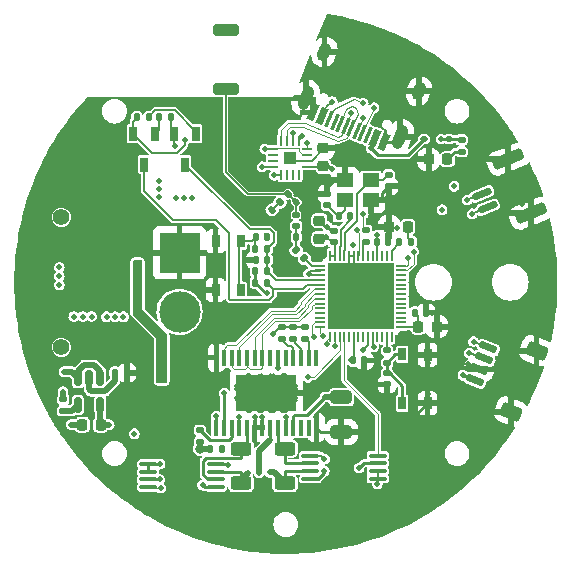
<source format=gtl>
G04 #@! TF.GenerationSoftware,KiCad,Pcbnew,(7.0.0)*
G04 #@! TF.CreationDate,2023-03-23T23:46:17+08:00*
G04 #@! TF.ProjectId,ServoLess,53657276-6f4c-4657-9373-2e6b69636164,rev?*
G04 #@! TF.SameCoordinates,Original*
G04 #@! TF.FileFunction,Copper,L1,Top*
G04 #@! TF.FilePolarity,Positive*
%FSLAX46Y46*%
G04 Gerber Fmt 4.6, Leading zero omitted, Abs format (unit mm)*
G04 Created by KiCad (PCBNEW (7.0.0)) date 2023-03-23 23:46:17*
%MOMM*%
%LPD*%
G01*
G04 APERTURE LIST*
G04 Aperture macros list*
%AMRoundRect*
0 Rectangle with rounded corners*
0 $1 Rounding radius*
0 $2 $3 $4 $5 $6 $7 $8 $9 X,Y pos of 4 corners*
0 Add a 4 corners polygon primitive as box body*
4,1,4,$2,$3,$4,$5,$6,$7,$8,$9,$2,$3,0*
0 Add four circle primitives for the rounded corners*
1,1,$1+$1,$2,$3*
1,1,$1+$1,$4,$5*
1,1,$1+$1,$6,$7*
1,1,$1+$1,$8,$9*
0 Add four rect primitives between the rounded corners*
20,1,$1+$1,$2,$3,$4,$5,0*
20,1,$1+$1,$4,$5,$6,$7,0*
20,1,$1+$1,$6,$7,$8,$9,0*
20,1,$1+$1,$8,$9,$2,$3,0*%
%AMHorizOval*
0 Thick line with rounded ends*
0 $1 width*
0 $2 $3 position (X,Y) of the first rounded end (center of the circle)*
0 $4 $5 position (X,Y) of the second rounded end (center of the circle)*
0 Add line between two ends*
20,1,$1,$2,$3,$4,$5,0*
0 Add two circle primitives to create the rounded ends*
1,1,$1,$2,$3*
1,1,$1,$4,$5*%
%AMRotRect*
0 Rectangle, with rotation*
0 The origin of the aperture is its center*
0 $1 length*
0 $2 width*
0 $3 Rotation angle, in degrees counterclockwise*
0 Add horizontal line*
21,1,$1,$2,0,0,$3*%
G04 Aperture macros list end*
G04 #@! TA.AperFunction,SMDPad,CuDef*
%ADD10RoundRect,0.147500X-0.147500X-0.172500X0.147500X-0.172500X0.147500X0.172500X-0.147500X0.172500X0*%
G04 #@! TD*
G04 #@! TA.AperFunction,SMDPad,CuDef*
%ADD11RoundRect,0.150000X-0.150000X0.512500X-0.150000X-0.512500X0.150000X-0.512500X0.150000X0.512500X0*%
G04 #@! TD*
G04 #@! TA.AperFunction,SMDPad,CuDef*
%ADD12RoundRect,0.135000X-0.185000X0.135000X-0.185000X-0.135000X0.185000X-0.135000X0.185000X0.135000X0*%
G04 #@! TD*
G04 #@! TA.AperFunction,SMDPad,CuDef*
%ADD13R,1.400000X1.200000*%
G04 #@! TD*
G04 #@! TA.AperFunction,SMDPad,CuDef*
%ADD14RoundRect,0.135000X0.135000X0.185000X-0.135000X0.185000X-0.135000X-0.185000X0.135000X-0.185000X0*%
G04 #@! TD*
G04 #@! TA.AperFunction,SMDPad,CuDef*
%ADD15RoundRect,0.150000X0.520022X-0.377759X0.634827X-0.100595X-0.520022X0.377759X-0.634827X0.100595X0*%
G04 #@! TD*
G04 #@! TA.AperFunction,SMDPad,CuDef*
%ADD16RoundRect,0.250000X0.466582X-0.572102X0.734461X0.074614X-0.466582X0.572102X-0.734461X-0.074614X0*%
G04 #@! TD*
G04 #@! TA.AperFunction,SMDPad,CuDef*
%ADD17RoundRect,0.218750X-0.218750X-0.256250X0.218750X-0.256250X0.218750X0.256250X-0.218750X0.256250X0*%
G04 #@! TD*
G04 #@! TA.AperFunction,SMDPad,CuDef*
%ADD18RoundRect,0.140000X0.170000X-0.140000X0.170000X0.140000X-0.170000X0.140000X-0.170000X-0.140000X0*%
G04 #@! TD*
G04 #@! TA.AperFunction,SMDPad,CuDef*
%ADD19RoundRect,0.225000X0.250000X-0.225000X0.250000X0.225000X-0.250000X0.225000X-0.250000X-0.225000X0*%
G04 #@! TD*
G04 #@! TA.AperFunction,SMDPad,CuDef*
%ADD20R,0.650000X1.050000*%
G04 #@! TD*
G04 #@! TA.AperFunction,SMDPad,CuDef*
%ADD21RotRect,0.600000X1.450000X157.500000*%
G04 #@! TD*
G04 #@! TA.AperFunction,SMDPad,CuDef*
%ADD22RotRect,0.300000X1.450000X157.500000*%
G04 #@! TD*
G04 #@! TA.AperFunction,ComponentPad*
%ADD23HorizOval,1.000000X0.210476X0.508134X-0.210476X-0.508134X0*%
G04 #@! TD*
G04 #@! TA.AperFunction,ComponentPad*
%ADD24HorizOval,1.000000X0.114805X0.277164X-0.114805X-0.277164X0*%
G04 #@! TD*
G04 #@! TA.AperFunction,ComponentPad*
%ADD25C,1.400000*%
G04 #@! TD*
G04 #@! TA.AperFunction,ComponentPad*
%ADD26R,3.500000X3.500000*%
G04 #@! TD*
G04 #@! TA.AperFunction,ComponentPad*
%ADD27C,3.500000*%
G04 #@! TD*
G04 #@! TA.AperFunction,SMDPad,CuDef*
%ADD28RoundRect,0.140000X0.021213X-0.219203X0.219203X-0.021213X-0.021213X0.219203X-0.219203X0.021213X0*%
G04 #@! TD*
G04 #@! TA.AperFunction,SMDPad,CuDef*
%ADD29RoundRect,0.135000X-0.135000X-0.185000X0.135000X-0.185000X0.135000X0.185000X-0.135000X0.185000X0*%
G04 #@! TD*
G04 #@! TA.AperFunction,SMDPad,CuDef*
%ADD30RoundRect,0.140000X-0.140000X-0.170000X0.140000X-0.170000X0.140000X0.170000X-0.140000X0.170000X0*%
G04 #@! TD*
G04 #@! TA.AperFunction,SMDPad,CuDef*
%ADD31RoundRect,0.147500X0.017678X-0.226274X0.226274X-0.017678X-0.017678X0.226274X-0.226274X0.017678X0*%
G04 #@! TD*
G04 #@! TA.AperFunction,SMDPad,CuDef*
%ADD32R,0.650000X1.220000*%
G04 #@! TD*
G04 #@! TA.AperFunction,SMDPad,CuDef*
%ADD33RoundRect,0.150000X0.704118X0.129296X0.589313X0.406460X-0.704118X-0.129296X-0.589313X-0.406460X0*%
G04 #@! TD*
G04 #@! TA.AperFunction,SMDPad,CuDef*
%ADD34RoundRect,0.250000X1.111938X0.189982X0.920597X0.651922X-1.111938X-0.189982X-0.920597X-0.651922X0*%
G04 #@! TD*
G04 #@! TA.AperFunction,SMDPad,CuDef*
%ADD35RoundRect,0.147500X-0.172500X0.147500X-0.172500X-0.147500X0.172500X-0.147500X0.172500X0.147500X0*%
G04 #@! TD*
G04 #@! TA.AperFunction,SMDPad,CuDef*
%ADD36RoundRect,0.140000X-0.021213X0.219203X-0.219203X0.021213X0.021213X-0.219203X0.219203X-0.021213X0*%
G04 #@! TD*
G04 #@! TA.AperFunction,SMDPad,CuDef*
%ADD37RoundRect,0.140000X0.140000X0.170000X-0.140000X0.170000X-0.140000X-0.170000X0.140000X-0.170000X0*%
G04 #@! TD*
G04 #@! TA.AperFunction,SMDPad,CuDef*
%ADD38RoundRect,0.062500X0.325000X0.062500X-0.325000X0.062500X-0.325000X-0.062500X0.325000X-0.062500X0*%
G04 #@! TD*
G04 #@! TA.AperFunction,SMDPad,CuDef*
%ADD39RoundRect,0.062500X0.062500X0.325000X-0.062500X0.325000X-0.062500X-0.325000X0.062500X-0.325000X0*%
G04 #@! TD*
G04 #@! TA.AperFunction,SMDPad,CuDef*
%ADD40R,1.100000X1.100000*%
G04 #@! TD*
G04 #@! TA.AperFunction,SMDPad,CuDef*
%ADD41RoundRect,0.250000X0.850000X0.250000X-0.850000X0.250000X-0.850000X-0.250000X0.850000X-0.250000X0*%
G04 #@! TD*
G04 #@! TA.AperFunction,SMDPad,CuDef*
%ADD42RoundRect,0.225000X0.225000X0.250000X-0.225000X0.250000X-0.225000X-0.250000X0.225000X-0.250000X0*%
G04 #@! TD*
G04 #@! TA.AperFunction,SMDPad,CuDef*
%ADD43RoundRect,0.100000X0.637500X0.100000X-0.637500X0.100000X-0.637500X-0.100000X0.637500X-0.100000X0*%
G04 #@! TD*
G04 #@! TA.AperFunction,SMDPad,CuDef*
%ADD44RoundRect,0.250000X-0.625000X0.312500X-0.625000X-0.312500X0.625000X-0.312500X0.625000X0.312500X0*%
G04 #@! TD*
G04 #@! TA.AperFunction,SMDPad,CuDef*
%ADD45RoundRect,0.135000X0.185000X-0.135000X0.185000X0.135000X-0.185000X0.135000X-0.185000X-0.135000X0*%
G04 #@! TD*
G04 #@! TA.AperFunction,SMDPad,CuDef*
%ADD46RoundRect,0.140000X-0.170000X0.140000X-0.170000X-0.140000X0.170000X-0.140000X0.170000X0.140000X0*%
G04 #@! TD*
G04 #@! TA.AperFunction,SMDPad,CuDef*
%ADD47RoundRect,0.225000X-0.225000X-0.250000X0.225000X-0.250000X0.225000X0.250000X-0.225000X0.250000X0*%
G04 #@! TD*
G04 #@! TA.AperFunction,SMDPad,CuDef*
%ADD48R,0.449999X1.400000*%
G04 #@! TD*
G04 #@! TA.AperFunction,ComponentPad*
%ADD49C,0.500000*%
G04 #@! TD*
G04 #@! TA.AperFunction,SMDPad,CuDef*
%ADD50R,5.180000X3.099999*%
G04 #@! TD*
G04 #@! TA.AperFunction,SMDPad,CuDef*
%ADD51RoundRect,0.250000X-0.650000X0.325000X-0.650000X-0.325000X0.650000X-0.325000X0.650000X0.325000X0*%
G04 #@! TD*
G04 #@! TA.AperFunction,SMDPad,CuDef*
%ADD52RoundRect,0.050000X-0.387500X-0.050000X0.387500X-0.050000X0.387500X0.050000X-0.387500X0.050000X0*%
G04 #@! TD*
G04 #@! TA.AperFunction,SMDPad,CuDef*
%ADD53RoundRect,0.050000X-0.050000X-0.387500X0.050000X-0.387500X0.050000X0.387500X-0.050000X0.387500X0*%
G04 #@! TD*
G04 #@! TA.AperFunction,SMDPad,CuDef*
%ADD54R,5.600000X5.600000*%
G04 #@! TD*
G04 #@! TA.AperFunction,SMDPad,CuDef*
%ADD55RoundRect,0.112500X0.187500X0.112500X-0.187500X0.112500X-0.187500X-0.112500X0.187500X-0.112500X0*%
G04 #@! TD*
G04 #@! TA.AperFunction,SMDPad,CuDef*
%ADD56RoundRect,0.100000X-0.637500X-0.100000X0.637500X-0.100000X0.637500X0.100000X-0.637500X0.100000X0*%
G04 #@! TD*
G04 #@! TA.AperFunction,SMDPad,CuDef*
%ADD57RoundRect,0.147500X-0.226274X-0.017678X-0.017678X-0.226274X0.226274X0.017678X0.017678X0.226274X0*%
G04 #@! TD*
G04 #@! TA.AperFunction,ViaPad*
%ADD58C,0.500000*%
G04 #@! TD*
G04 #@! TA.AperFunction,ViaPad*
%ADD59C,1.000000*%
G04 #@! TD*
G04 #@! TA.AperFunction,ViaPad*
%ADD60C,0.800000*%
G04 #@! TD*
G04 #@! TA.AperFunction,Conductor*
%ADD61C,0.200000*%
G04 #@! TD*
G04 #@! TA.AperFunction,Conductor*
%ADD62C,0.150000*%
G04 #@! TD*
G04 #@! TA.AperFunction,Conductor*
%ADD63C,0.250000*%
G04 #@! TD*
G04 #@! TA.AperFunction,Conductor*
%ADD64C,0.500000*%
G04 #@! TD*
G04 #@! TA.AperFunction,Conductor*
%ADD65C,0.100000*%
G04 #@! TD*
G04 APERTURE END LIST*
D10*
X144265000Y-84600000D03*
X145235000Y-84600000D03*
D11*
X124100000Y-98312500D03*
X123150000Y-98312500D03*
X122200000Y-98312500D03*
X122200000Y-100587500D03*
X124100000Y-100587500D03*
D12*
X141400000Y-94015000D03*
X141400000Y-95035000D03*
D13*
X144799999Y-83249999D03*
X146999999Y-83249999D03*
X146999999Y-81549999D03*
X144799999Y-81549999D03*
D14*
X138235000Y-90225000D03*
X137215000Y-90225000D03*
D15*
X155803216Y-98495452D03*
X156185899Y-97571573D03*
X156568583Y-96647693D03*
X156951266Y-95723814D03*
D16*
X158885761Y-101179394D03*
X161028788Y-96005669D03*
D17*
X148562500Y-85512500D03*
X150137500Y-85512500D03*
D18*
X148500000Y-82080000D03*
X148500000Y-81120000D03*
D19*
X142650000Y-86525000D03*
X142650000Y-84975000D03*
D20*
X135999999Y-86724999D03*
X135999999Y-90874999D03*
X133849999Y-86724999D03*
X133849999Y-90849999D03*
D21*
X148118956Y-78313441D03*
X147379852Y-78007294D03*
D22*
X146271197Y-77548074D03*
X145347317Y-77165391D03*
X144885378Y-76974049D03*
X143961498Y-76591365D03*
D21*
X142852843Y-76132145D03*
X142113739Y-75825999D03*
X142113739Y-75825999D03*
X142852843Y-76132145D03*
D22*
X143499558Y-76400024D03*
X144423438Y-76782707D03*
X145809257Y-77356732D03*
X146733137Y-77739416D03*
D21*
X147379852Y-78007294D03*
X148118956Y-78313441D03*
D23*
X149457662Y-77877562D03*
D24*
X151057279Y-74015746D03*
D23*
X141475343Y-74571178D03*
D24*
X143074960Y-70709361D03*
D14*
X130085000Y-76250000D03*
X129065000Y-76250000D03*
X138235000Y-87350000D03*
X137215000Y-87350000D03*
D25*
X120800000Y-95700000D03*
X120800000Y-84700000D03*
D26*
X130799999Y-87699999D03*
D27*
X130800000Y-92700000D03*
D28*
X140685589Y-83389411D03*
X141364411Y-82710589D03*
D29*
X149390000Y-86762500D03*
X150410000Y-86762500D03*
D30*
X133420000Y-104300000D03*
X134380000Y-104300000D03*
D31*
X139302053Y-83417947D03*
X139987947Y-82732053D03*
D18*
X143850000Y-86805000D03*
X143850000Y-85845000D03*
D32*
X132199999Y-77614999D03*
X130299999Y-77614999D03*
X131249999Y-80234999D03*
D33*
X156880000Y-83860389D03*
X156401646Y-82705540D03*
D34*
X160544379Y-84344979D03*
X158650096Y-79771776D03*
D35*
X140675000Y-84490000D03*
X140675000Y-85460000D03*
D19*
X142987500Y-80387500D03*
X142987500Y-78837500D03*
D36*
X138639411Y-84060589D03*
X137960589Y-84739411D03*
D37*
X138205000Y-88300000D03*
X137245000Y-88300000D03*
D18*
X120950000Y-101080000D03*
X120950000Y-100120000D03*
D12*
X140450000Y-94015000D03*
X140450000Y-95035000D03*
D29*
X127190000Y-76250000D03*
X128210000Y-76250000D03*
D38*
X141612500Y-80412500D03*
X141612500Y-79912500D03*
X141612500Y-79412500D03*
X141612500Y-78912500D03*
D39*
X140900000Y-78200000D03*
X140400000Y-78200000D03*
X139900000Y-78200000D03*
X139400000Y-78200000D03*
D38*
X138687500Y-78912500D03*
X138687500Y-79412500D03*
X138687500Y-79912500D03*
X138687500Y-80412500D03*
D39*
X139400000Y-81125000D03*
X139900000Y-81125000D03*
X140400000Y-81125000D03*
X140900000Y-81125000D03*
D40*
X140149999Y-79662499D03*
D41*
X134700000Y-73825000D03*
X134700000Y-68825000D03*
D30*
X137245000Y-86400000D03*
X138205000Y-86400000D03*
D42*
X124125000Y-102250000D03*
X122575000Y-102250000D03*
D29*
X137215000Y-89250000D03*
X138235000Y-89250000D03*
D43*
X133887500Y-107550000D03*
X133887500Y-106900000D03*
X133887500Y-106250000D03*
X133887500Y-105600000D03*
X128162500Y-105600000D03*
X128162500Y-106250000D03*
X128162500Y-106900000D03*
X128162500Y-107550000D03*
D44*
X136000000Y-104287500D03*
X136000000Y-107212500D03*
D30*
X145495000Y-96825000D03*
X146455000Y-96825000D03*
D45*
X146600000Y-86822500D03*
X146600000Y-85802500D03*
D29*
X125340000Y-97850000D03*
X126360000Y-97850000D03*
D46*
X132525000Y-102745000D03*
X132525000Y-103705000D03*
D37*
X140680000Y-86375000D03*
X139720000Y-86375000D03*
D47*
X151025000Y-93962500D03*
X152575000Y-93962500D03*
D46*
X148375000Y-97895000D03*
X148375000Y-98855000D03*
D17*
X151887500Y-79800000D03*
X153462500Y-79800000D03*
D30*
X150720000Y-92762500D03*
X151680000Y-92762500D03*
D32*
X128749999Y-77614999D03*
X126849999Y-77614999D03*
X127799999Y-80234999D03*
D12*
X148375000Y-95977500D03*
X148375000Y-96997500D03*
D20*
X149649999Y-100449999D03*
X149649999Y-96299999D03*
X151799999Y-100449999D03*
X151799999Y-96324999D03*
D12*
X154700000Y-78125000D03*
X154700000Y-79145000D03*
D48*
X133925000Y-102499999D03*
X134575001Y-102499999D03*
X135225000Y-102499999D03*
X135875001Y-102499999D03*
X136524999Y-102499999D03*
X137175001Y-102499999D03*
X137824999Y-102499999D03*
X138475001Y-102499999D03*
X139124999Y-102499999D03*
X139775001Y-102499999D03*
X140424999Y-102499999D03*
X141075000Y-102499999D03*
X141724999Y-102499999D03*
X142375000Y-102499999D03*
X142375000Y-96599998D03*
X141724999Y-96599998D03*
X141075000Y-96599998D03*
X140424999Y-96599998D03*
X139775001Y-96599998D03*
X139124999Y-96599998D03*
X138475001Y-96599998D03*
X137824999Y-96599998D03*
X137175001Y-96599998D03*
X136524999Y-96599998D03*
X135875001Y-96599998D03*
X135225000Y-96599998D03*
X134575001Y-96599998D03*
X133925000Y-96599998D03*
D49*
X136150000Y-100550002D03*
X137150000Y-100550002D03*
X138150001Y-100550002D03*
X139150002Y-100550002D03*
X140150002Y-100550002D03*
X136150000Y-99550001D03*
X137150000Y-99550001D03*
X138150001Y-99550001D03*
D50*
X138150000Y-99550000D03*
D49*
X139150002Y-99550001D03*
X140150002Y-99550001D03*
X136150000Y-98550000D03*
X137150000Y-98550000D03*
X138150001Y-98550000D03*
X139150002Y-98550000D03*
X140150002Y-98550000D03*
D51*
X144500000Y-99925000D03*
X144500000Y-102875000D03*
D44*
X139725000Y-104287500D03*
X139725000Y-107212500D03*
D30*
X147520000Y-86812500D03*
X148480000Y-86812500D03*
D46*
X143300000Y-82720000D03*
X143300000Y-83680000D03*
D52*
X142712500Y-88800000D03*
X142712500Y-89200000D03*
X142712500Y-89600000D03*
X142712500Y-90000000D03*
X142712500Y-90400000D03*
X142712500Y-90800000D03*
X142712500Y-91200000D03*
X142712500Y-91600000D03*
X142712500Y-92000000D03*
X142712500Y-92400000D03*
X142712500Y-92800000D03*
X142712500Y-93200000D03*
X142712500Y-93600000D03*
X142712500Y-94000000D03*
D53*
X143550000Y-94837500D03*
X143950000Y-94837500D03*
X144350000Y-94837500D03*
X144750000Y-94837500D03*
X145150000Y-94837500D03*
X145550000Y-94837500D03*
X145950000Y-94837500D03*
X146350000Y-94837500D03*
X146750000Y-94837500D03*
X147150000Y-94837500D03*
X147550000Y-94837500D03*
X147950000Y-94837500D03*
X148350000Y-94837500D03*
X148750000Y-94837500D03*
D52*
X149587500Y-94000000D03*
X149587500Y-93600000D03*
X149587500Y-93200000D03*
X149587500Y-92800000D03*
X149587500Y-92400000D03*
X149587500Y-92000000D03*
X149587500Y-91600000D03*
X149587500Y-91200000D03*
X149587500Y-90800000D03*
X149587500Y-90400000D03*
X149587500Y-90000000D03*
X149587500Y-89600000D03*
X149587500Y-89200000D03*
X149587500Y-88800000D03*
D53*
X148750000Y-87962500D03*
X148350000Y-87962500D03*
X147950000Y-87962500D03*
X147550000Y-87962500D03*
X147150000Y-87962500D03*
X146750000Y-87962500D03*
X146350000Y-87962500D03*
X145950000Y-87962500D03*
X145550000Y-87962500D03*
X145150000Y-87962500D03*
X144750000Y-87962500D03*
X144350000Y-87962500D03*
X143950000Y-87962500D03*
X143550000Y-87962500D03*
D54*
X146149999Y-91399999D03*
D55*
X153600000Y-78075000D03*
X151500000Y-78075000D03*
D56*
X141862500Y-104875000D03*
X141862500Y-105525000D03*
X141862500Y-106175000D03*
X141862500Y-106825000D03*
X147587500Y-106825000D03*
X147587500Y-106175000D03*
X147587500Y-105525000D03*
X147587500Y-104875000D03*
D57*
X140682053Y-87482053D03*
X141367947Y-88167947D03*
D45*
X139500000Y-95035000D03*
X139500000Y-94015000D03*
D58*
X148125000Y-91525000D03*
X156125000Y-86650000D03*
X133975000Y-75025000D03*
D59*
X123900000Y-80475000D03*
D58*
X132925000Y-75025000D03*
X136325000Y-75025000D03*
X139120882Y-97457831D03*
X134150000Y-79525000D03*
X143750000Y-78850000D03*
X137825000Y-101650000D03*
X123350000Y-96350000D03*
X152200000Y-92800000D03*
X151025000Y-79775000D03*
X131975000Y-75000000D03*
X138400000Y-75025000D03*
X131125000Y-101975000D03*
X153225000Y-93950000D03*
X137300000Y-76575000D03*
X138205000Y-86250500D03*
X134175000Y-81125000D03*
X135250000Y-82225000D03*
X146450000Y-98175000D03*
X128925000Y-75000000D03*
X151800000Y-99625000D03*
X149250000Y-85600000D03*
X126550000Y-95800000D03*
X138800000Y-77075000D03*
X134380000Y-104300000D03*
X135275000Y-77525000D03*
X142009551Y-85750000D03*
X125800000Y-96350000D03*
X122250000Y-96350000D03*
X139500000Y-75050000D03*
X135375000Y-75025000D03*
X155200000Y-97150000D03*
X136075000Y-81425000D03*
X141750000Y-72325000D03*
X144175000Y-93700000D03*
X136325000Y-83250000D03*
X130925000Y-75000000D03*
X136375000Y-88325000D03*
X147050000Y-90400000D03*
X133925000Y-95450000D03*
X135275000Y-79550000D03*
X147950000Y-83250000D03*
X138025000Y-83275000D03*
X136900000Y-82150000D03*
X124650000Y-96350000D03*
X141100000Y-103900000D03*
X147425000Y-98925000D03*
X139775000Y-101625000D03*
X127025000Y-97850000D03*
X153100000Y-85425000D03*
X155575000Y-81525000D03*
X127850000Y-75000000D03*
X129925000Y-75000000D03*
X131600000Y-104750000D03*
X134100000Y-76100000D03*
X159761014Y-83616234D03*
X138075000Y-82175000D03*
X134075000Y-77500000D03*
X142375000Y-101600000D03*
X145175000Y-93725000D03*
X151800000Y-97075000D03*
X135300000Y-76100000D03*
X126850000Y-75000000D03*
X143375000Y-68650000D03*
X137350000Y-75025000D03*
X139200000Y-82200000D03*
X137175000Y-101625000D03*
X143300000Y-82125000D03*
X143700000Y-80650000D03*
X145287500Y-96825000D03*
X129025000Y-81625000D03*
X131175000Y-83075000D03*
X131825000Y-83075000D03*
X129025000Y-82975000D03*
X154050000Y-82075000D03*
X130525000Y-83075000D03*
X129025000Y-82300000D03*
X147525000Y-86200000D03*
X153025000Y-84050000D03*
X138225000Y-91125000D03*
X138700000Y-94600500D03*
X141725000Y-89500500D03*
X124850000Y-102275000D03*
X143223186Y-86357602D03*
X147550000Y-107250000D03*
X129150000Y-105600000D03*
X121625000Y-102250000D03*
X143075000Y-105175000D03*
X123150000Y-99275000D03*
X120950000Y-99475000D03*
X143325000Y-85500000D03*
X143050000Y-106175000D03*
X129125000Y-106900000D03*
X132750000Y-107375000D03*
X134875000Y-105649500D03*
X145999139Y-105912091D03*
X135875000Y-101600000D03*
D60*
X132550000Y-104300000D03*
D58*
X143100000Y-99925000D03*
X143725000Y-74900000D03*
X138025000Y-78925000D03*
X147050000Y-78875000D03*
X140400000Y-77575000D03*
X154800000Y-98075000D03*
X152950000Y-78075000D03*
X145500000Y-87075500D03*
X124625000Y-93125000D03*
X120625000Y-90400000D03*
X121025000Y-97775000D03*
X120625000Y-88950000D03*
X120625000Y-89675000D03*
X122625000Y-93100000D03*
X126050000Y-93125000D03*
X126975000Y-103025000D03*
X125350000Y-93125000D03*
X123350000Y-93100000D03*
X121850000Y-93100000D03*
X127250000Y-90350000D03*
X129300000Y-98400000D03*
X127250000Y-89650000D03*
X127250000Y-89000000D03*
X133925000Y-101550000D03*
X134575000Y-99575000D03*
X147275000Y-75425000D03*
X145325000Y-75875000D03*
X146300000Y-76300000D03*
X146350000Y-75050000D03*
X155350000Y-96200000D03*
X146324452Y-95897886D03*
X155700000Y-95225000D03*
X147233556Y-95675500D03*
X155575000Y-84400000D03*
X155150000Y-83225000D03*
X136575000Y-106375000D03*
X137550000Y-106350000D03*
X138450000Y-106300000D03*
X131250000Y-78175500D03*
X137800000Y-80425000D03*
X130400000Y-78700000D03*
X138825000Y-81150000D03*
X141188572Y-77859287D03*
X146350000Y-84400000D03*
X129200000Y-107625000D03*
X141675000Y-98250000D03*
X142162820Y-94811880D03*
X142928300Y-94752800D03*
X143255804Y-95421332D03*
X143925000Y-95625000D03*
X150625000Y-87600000D03*
X150125500Y-88133991D03*
X145800000Y-85800000D03*
X141600000Y-78425000D03*
D61*
X140685589Y-83389411D02*
X140645305Y-83389411D01*
X134700000Y-80875000D02*
X134700000Y-73825000D01*
X140645305Y-83389411D02*
X139987947Y-82732053D01*
X140675000Y-84490000D02*
X140675000Y-83400000D01*
X136557053Y-82732053D02*
X134700000Y-80875000D01*
X140675000Y-83400000D02*
X140685589Y-83389411D01*
X139987947Y-82732053D02*
X136557053Y-82732053D01*
X139302053Y-83417947D02*
X139282053Y-83417947D01*
X139282053Y-83417947D02*
X138639411Y-84060589D01*
D62*
X141612500Y-79912500D02*
X141977297Y-79912500D01*
D63*
X142113740Y-75826000D02*
X142113740Y-75209575D01*
D62*
X145550000Y-90800000D02*
X146150000Y-91400000D01*
D61*
X148480000Y-86812500D02*
X148480000Y-85595000D01*
D63*
X148305000Y-98925000D02*
X148375000Y-98855000D01*
X142987500Y-78837500D02*
X143737500Y-78837500D01*
X143300000Y-82125000D02*
X143875000Y-81550000D01*
D62*
X148480000Y-85595000D02*
X148485000Y-85600000D01*
X146450000Y-98175000D02*
X146455000Y-98170000D01*
X141977297Y-79912500D02*
X142987500Y-78902297D01*
D63*
X147000000Y-83250000D02*
X147950000Y-83250000D01*
D62*
X146455000Y-98170000D02*
X146455000Y-96825000D01*
D63*
X151800000Y-96325000D02*
X151800000Y-97075000D01*
X151800000Y-100450000D02*
X151800000Y-99625000D01*
X137175002Y-102500000D02*
X137175002Y-101625002D01*
X155200000Y-97150000D02*
X156185899Y-97571573D01*
X148375000Y-98855000D02*
X148375000Y-100675000D01*
D62*
X152162500Y-92762500D02*
X152200000Y-92800000D01*
X141612500Y-79912500D02*
X140400000Y-79912500D01*
D63*
X149021784Y-78313442D02*
X149457663Y-77877563D01*
D62*
X151680000Y-92762500D02*
X152162500Y-92762500D01*
D63*
X149000000Y-101300000D02*
X150950000Y-101300000D01*
D62*
X148485000Y-85600000D02*
X149250000Y-85600000D01*
D63*
X143300000Y-82125000D02*
X143300000Y-82720000D01*
X139775002Y-102500000D02*
X139775002Y-101625002D01*
X147950000Y-83250000D02*
X147950000Y-82630000D01*
X144500000Y-102875000D02*
X142750001Y-102875000D01*
X133925001Y-96599999D02*
X133925000Y-95450000D01*
X142750001Y-102875000D02*
X142375001Y-102500000D01*
D62*
X153212500Y-93962500D02*
X153225000Y-93950000D01*
D63*
X147425000Y-98925000D02*
X148305000Y-98925000D01*
X142375001Y-102500000D02*
X142375001Y-101600001D01*
D62*
X145150000Y-87962500D02*
X145150000Y-90400000D01*
D64*
X126360000Y-97850000D02*
X127025000Y-97850000D01*
D63*
X137825000Y-102500000D02*
X137825000Y-101650000D01*
X142113740Y-75209575D02*
X141475344Y-74571179D01*
X148118957Y-78313442D02*
X149021784Y-78313442D01*
X148375000Y-100675000D02*
X149000000Y-101300000D01*
X143875000Y-81550000D02*
X144800000Y-81550000D01*
X150950000Y-101300000D02*
X151800000Y-100450000D01*
D62*
X145150000Y-90400000D02*
X146150000Y-91400000D01*
D63*
X139775002Y-101625002D02*
X139775000Y-101625000D01*
D65*
X137245000Y-88300000D02*
X136400000Y-88300000D01*
D62*
X139125000Y-97453713D02*
X139120882Y-97457831D01*
X140400000Y-79912500D02*
X140150000Y-79662500D01*
X145550000Y-87962500D02*
X145150000Y-87962500D01*
D63*
X147950000Y-82630000D02*
X148500000Y-82080000D01*
D62*
X152575000Y-93962500D02*
X153212500Y-93962500D01*
D63*
X142375001Y-101600001D02*
X142375000Y-101600000D01*
X143737500Y-78837500D02*
X143750000Y-78850000D01*
D62*
X145550000Y-87962500D02*
X145550000Y-90800000D01*
D63*
X137175002Y-101625002D02*
X137175000Y-101625000D01*
X151887500Y-79775000D02*
X151025000Y-79775000D01*
D65*
X136400000Y-88300000D02*
X136375000Y-88325000D01*
D62*
X139125000Y-96599999D02*
X139125000Y-97453713D01*
X142987500Y-78902297D02*
X142987500Y-78837500D01*
D61*
X140682053Y-86377053D02*
X140680000Y-86375000D01*
X140682053Y-87482053D02*
X140682053Y-86377053D01*
X140680000Y-85465000D02*
X140675000Y-85460000D01*
X140680000Y-86375000D02*
X140680000Y-85465000D01*
X142000000Y-88800000D02*
X141367947Y-88167947D01*
X142712500Y-88800000D02*
X142000000Y-88800000D01*
D62*
X145805000Y-82745000D02*
X145805000Y-85020000D01*
X148070000Y-81550000D02*
X148500000Y-81120000D01*
X144785000Y-87490000D02*
X144750000Y-87525000D01*
X147000000Y-81550000D02*
X145805000Y-82745000D01*
X144750000Y-87525000D02*
X144750000Y-87962500D01*
X144785000Y-86040000D02*
X144785000Y-87490000D01*
X145805000Y-85020000D02*
X144785000Y-86040000D01*
X147000000Y-81550000D02*
X148070000Y-81550000D01*
X144265000Y-84600000D02*
X144800000Y-84065000D01*
X144220000Y-84600000D02*
X143300000Y-83680000D01*
X144265000Y-84600000D02*
X144220000Y-84600000D01*
X144800000Y-84065000D02*
X144800000Y-83250000D01*
X138760000Y-86033463D02*
X138760000Y-86825000D01*
X138235000Y-89250000D02*
X139010500Y-90025500D01*
X138235000Y-87350000D02*
X138235000Y-89250000D01*
X139010500Y-90025500D02*
X142687000Y-90025500D01*
X142687000Y-90025500D02*
X142712500Y-90000000D01*
X136740500Y-85725500D02*
X138452037Y-85725500D01*
X131250000Y-80235000D02*
X136740500Y-85725500D01*
X138452037Y-85725500D02*
X138760000Y-86033463D01*
X138760000Y-86825000D02*
X138235000Y-87350000D01*
D63*
X138115000Y-91125000D02*
X138225000Y-91125000D01*
D62*
X141612500Y-80412500D02*
X142962500Y-80412500D01*
X143437500Y-80387500D02*
X143700000Y-80650000D01*
X147550000Y-86842500D02*
X147520000Y-86812500D01*
X142987500Y-80387500D02*
X143437500Y-80387500D01*
X147520000Y-86812500D02*
X147520000Y-86205000D01*
D63*
X137215000Y-90225000D02*
X138115000Y-91125000D01*
D62*
X147520000Y-86205000D02*
X147525000Y-86200000D01*
X145550000Y-96562500D02*
X145287500Y-96825000D01*
X138700000Y-94600500D02*
X139285500Y-94015000D01*
X142962500Y-80412500D02*
X142987500Y-80387500D01*
D63*
X145470000Y-96642500D02*
X145287500Y-96825000D01*
D62*
X147550000Y-87962500D02*
X147550000Y-86842500D01*
X145550000Y-94837500D02*
X145550000Y-96562500D01*
X139285500Y-94015000D02*
X141525000Y-94015000D01*
D63*
X137215000Y-90225000D02*
X137215000Y-89250000D01*
D62*
X137215000Y-86430000D02*
X137245000Y-86400000D01*
X136920000Y-86725000D02*
X137245000Y-86400000D01*
X135850000Y-86875000D02*
X135850000Y-90725000D01*
X137215000Y-87350000D02*
X137215000Y-86430000D01*
X136000000Y-86725000D02*
X136920000Y-86725000D01*
X135850000Y-90725000D02*
X136000000Y-90875000D01*
X136000000Y-86725000D02*
X135850000Y-86875000D01*
X151025000Y-93067500D02*
X150720000Y-92762500D01*
X149587500Y-94000000D02*
X150987500Y-94000000D01*
X150987500Y-94000000D02*
X151025000Y-93962500D01*
X151025000Y-93962500D02*
X151025000Y-93067500D01*
D61*
X141725000Y-89500500D02*
X141725000Y-89375000D01*
X141875000Y-89225000D02*
X142687500Y-89225000D01*
X141725000Y-89500500D02*
X141824500Y-89600000D01*
X142687500Y-89225000D02*
X142712500Y-89200000D01*
X141824500Y-89600000D02*
X142712500Y-89600000D01*
X141725000Y-89375000D02*
X141875000Y-89225000D01*
D63*
X149650000Y-96300000D02*
X149072500Y-96300000D01*
X148375000Y-97895000D02*
X148375000Y-96997500D01*
X149072500Y-96300000D02*
X148375000Y-96997500D01*
X149650000Y-100450000D02*
X149650000Y-98963604D01*
X149650000Y-98963604D02*
X148581396Y-97895000D01*
X148581396Y-97895000D02*
X148375000Y-97895000D01*
X147550000Y-106862500D02*
X147587500Y-106825000D01*
D62*
X143223186Y-86357602D02*
X142817398Y-86357602D01*
D64*
X124100000Y-102225000D02*
X124125000Y-102250000D01*
D62*
X143950000Y-87962500D02*
X143950000Y-86905000D01*
D63*
X128162500Y-106250000D02*
X128162500Y-105600000D01*
D64*
X124125000Y-102250000D02*
X124825000Y-102250000D01*
D62*
X143950000Y-86905000D02*
X143850000Y-86805000D01*
D63*
X147550000Y-107250000D02*
X147550000Y-106862500D01*
X129150000Y-105600000D02*
X128162500Y-105600000D01*
D62*
X143670584Y-86805000D02*
X143223186Y-86357602D01*
X142817398Y-86357602D02*
X142650000Y-86525000D01*
D64*
X124100000Y-100587500D02*
X124100000Y-102225000D01*
D62*
X147587500Y-106175000D02*
X147587500Y-106825000D01*
D64*
X124825000Y-102250000D02*
X124850000Y-102275000D01*
D62*
X143550000Y-87962500D02*
X143950000Y-87962500D01*
X143850000Y-86805000D02*
X143670584Y-86805000D01*
D64*
X125340000Y-98583528D02*
X124498528Y-99425000D01*
X120950000Y-100120000D02*
X120950000Y-99475000D01*
D63*
X132925000Y-107550000D02*
X132750000Y-107375000D01*
X129125000Y-106900000D02*
X128162500Y-106900000D01*
X146386230Y-105525000D02*
X145999139Y-105912091D01*
D61*
X143075000Y-105175000D02*
X142775000Y-104875000D01*
D63*
X134875000Y-105649500D02*
X134825500Y-105600000D01*
X143850000Y-85845000D02*
X143670000Y-85845000D01*
X143050000Y-106175000D02*
X143050000Y-106326041D01*
X147587500Y-105525000D02*
X146386230Y-105525000D01*
D64*
X124498528Y-99425000D02*
X123300000Y-99425000D01*
D63*
X142551041Y-106825000D02*
X141862500Y-106825000D01*
D64*
X125340000Y-97850000D02*
X125340000Y-98583528D01*
D63*
X143175000Y-85500000D02*
X142650000Y-84975000D01*
X143050000Y-106326041D02*
X142551041Y-106825000D01*
D64*
X123150000Y-99275000D02*
X123150000Y-98312500D01*
X122575000Y-102250000D02*
X121625000Y-102250000D01*
D63*
X143670000Y-85845000D02*
X143325000Y-85500000D01*
X143325000Y-85500000D02*
X143175000Y-85500000D01*
D61*
X142775000Y-104875000D02*
X141862500Y-104875000D01*
D64*
X123300000Y-99425000D02*
X123150000Y-99275000D01*
D63*
X133887500Y-107550000D02*
X132925000Y-107550000D01*
X134825500Y-105600000D02*
X133887500Y-105600000D01*
D61*
X135875002Y-101600002D02*
X135875000Y-101600000D01*
X135875002Y-102500000D02*
X135875002Y-101600002D01*
D64*
X144500000Y-99925000D02*
X143100000Y-99925000D01*
D63*
X140425000Y-101550000D02*
X140550000Y-101425000D01*
D64*
X133420000Y-104300000D02*
X132550000Y-104300000D01*
D63*
X140550000Y-101425000D02*
X141600000Y-101425000D01*
X140425000Y-102500000D02*
X140425000Y-101550000D01*
D64*
X132550000Y-103730000D02*
X132525000Y-103705000D01*
D63*
X141600000Y-101425000D02*
X143100000Y-99925000D01*
D64*
X132550000Y-104300000D02*
X132550000Y-103730000D01*
D61*
X138687500Y-78912500D02*
X138037500Y-78912500D01*
D65*
X140950000Y-79079442D02*
X140950000Y-78862500D01*
D61*
X143200000Y-75375000D02*
X143725000Y-74900000D01*
D65*
X141612500Y-79412500D02*
X141283058Y-79412500D01*
X140950000Y-78862500D02*
X138737500Y-78862500D01*
D63*
X147379853Y-78007295D02*
X147050000Y-78875000D01*
D65*
X138737500Y-78862500D02*
X138687500Y-78912500D01*
X141283058Y-79412500D02*
X140950000Y-79079442D01*
D61*
X142852844Y-76132146D02*
X143200000Y-75375000D01*
D63*
X147050000Y-78875000D02*
X147625000Y-79450000D01*
X150125000Y-79450000D02*
X151500000Y-78075000D01*
X147625000Y-79450000D02*
X150125000Y-79450000D01*
D61*
X138037500Y-78912500D02*
X138025000Y-78925000D01*
D65*
X140400000Y-78200000D02*
X140400000Y-77575000D01*
D64*
X124100000Y-98312500D02*
X124100000Y-97700000D01*
X121662500Y-97775000D02*
X122200000Y-98312500D01*
D63*
X153600000Y-78075000D02*
X152950000Y-78075000D01*
D64*
X123600000Y-97200000D02*
X122751472Y-97200000D01*
D63*
X153600000Y-78075000D02*
X154650000Y-78075000D01*
D64*
X122751472Y-97200000D02*
X122200000Y-97751472D01*
D63*
X154650000Y-78075000D02*
X154650000Y-78115000D01*
D64*
X124100000Y-97700000D02*
X123600000Y-97200000D01*
D63*
X154800000Y-98075000D02*
X155803216Y-98495452D01*
D64*
X122200000Y-97751472D02*
X122200000Y-98312500D01*
X121025000Y-97775000D02*
X121662500Y-97775000D01*
X122200000Y-100587500D02*
X121707500Y-101080000D01*
X121707500Y-101080000D02*
X120950000Y-101080000D01*
D63*
X133925001Y-102500000D02*
X133925001Y-101550001D01*
X133925001Y-101550001D02*
X133925000Y-101550000D01*
X134575000Y-101549998D02*
X134575000Y-99575000D01*
X134575002Y-101550000D02*
X134575000Y-101549998D01*
X134575002Y-102500000D02*
X134575002Y-101550000D01*
X134961827Y-103575000D02*
X135225001Y-103311826D01*
X132532609Y-102745000D02*
X133362609Y-103575000D01*
X132525000Y-102745000D02*
X132532609Y-102745000D01*
X135225001Y-103311826D02*
X135225001Y-102500000D01*
X133362609Y-103575000D02*
X134961827Y-103575000D01*
D62*
X150137500Y-85512500D02*
X150137500Y-86490000D01*
X150137500Y-86490000D02*
X150410000Y-86762500D01*
D63*
X154092500Y-79145000D02*
X153462500Y-79775000D01*
X154700000Y-79145000D02*
X154092500Y-79145000D01*
D65*
X146271198Y-77548075D02*
X147275000Y-75425000D01*
X139900000Y-77350000D02*
X140175000Y-77075000D01*
X140175000Y-77075000D02*
X141225305Y-77075000D01*
X145875000Y-75925000D02*
X145750000Y-75425000D01*
X144200000Y-78275000D02*
X144975000Y-77950000D01*
X145400000Y-75300000D02*
X144900000Y-75500000D01*
X144900000Y-75500000D02*
X144423439Y-76782708D01*
X141225305Y-77075000D02*
X144200000Y-78275000D01*
X139900000Y-78200000D02*
X139900000Y-77350000D01*
X144975000Y-77950000D02*
X145347318Y-77165392D01*
X145347318Y-77165392D02*
X145875000Y-75925000D01*
X145750000Y-75425000D02*
X145400000Y-75300000D01*
X145809258Y-77356733D02*
X146300000Y-76300000D01*
X139400000Y-77350000D02*
X140025000Y-76725000D01*
X140025000Y-76725000D02*
X141399569Y-76725000D01*
X144200000Y-77875000D02*
X144575000Y-77725000D01*
X144575000Y-77725000D02*
X144885379Y-76974050D01*
X144885379Y-76974050D02*
X145325000Y-75875000D01*
X141399569Y-76725000D02*
X144200000Y-77875000D01*
X139400000Y-78200000D02*
X139400000Y-77350000D01*
X143875000Y-75500000D02*
X145550000Y-74725000D01*
X143499559Y-76400025D02*
X143875000Y-75500000D01*
X145550000Y-74725000D02*
X146350000Y-75050000D01*
D62*
X146750000Y-95472338D02*
X146750000Y-94837500D01*
X146324452Y-95897886D02*
X146750000Y-95472338D01*
X155350000Y-96200000D02*
X156568583Y-96647693D01*
X155700000Y-95225000D02*
X156951266Y-95723814D01*
X147150000Y-95591944D02*
X147233556Y-95675500D01*
X147150000Y-94837500D02*
X147150000Y-95591944D01*
D61*
X155575000Y-84400000D02*
X156685621Y-83915410D01*
X155150000Y-83225000D02*
X156207267Y-82760561D01*
D64*
X136000000Y-107212500D02*
X136000000Y-106950000D01*
D63*
X133887500Y-106250000D02*
X136000000Y-106250000D01*
D64*
X136000000Y-106950000D02*
X136575000Y-106375000D01*
D63*
X136000000Y-106250000D02*
X136000000Y-107212500D01*
X138475002Y-102500000D02*
X138475002Y-103450000D01*
D64*
X138475000Y-103525000D02*
X137975000Y-104025000D01*
X137975000Y-104025000D02*
X137550000Y-104450000D01*
X137550000Y-104450000D02*
X137550000Y-106350000D01*
D63*
X138475000Y-103450002D02*
X138475000Y-103525000D01*
X138475002Y-103450000D02*
X138475000Y-103450002D01*
X139725000Y-106175000D02*
X139725000Y-107212500D01*
D64*
X138812500Y-106300000D02*
X139725000Y-107212500D01*
D63*
X141862500Y-106175000D02*
X139725000Y-106175000D01*
D64*
X138450000Y-106300000D02*
X138812500Y-106300000D01*
D62*
X144350000Y-87201899D02*
X144435000Y-87116899D01*
X144435000Y-87116899D02*
X144435000Y-85740000D01*
X144435000Y-85740000D02*
X145235000Y-84940000D01*
X145235000Y-84940000D02*
X145235000Y-84600000D01*
X144350000Y-87962500D02*
X144350000Y-87201899D01*
X126850000Y-76590000D02*
X126850000Y-77615000D01*
X131250000Y-78592463D02*
X130617463Y-79225000D01*
X131250000Y-78175500D02*
X131250000Y-78592463D01*
X130617463Y-79225000D02*
X128460000Y-79225000D01*
X128460000Y-79225000D02*
X126850000Y-77615000D01*
X127190000Y-76250000D02*
X126850000Y-76590000D01*
X137800000Y-80425000D02*
X138675000Y-80425000D01*
X132200000Y-77465172D02*
X132200000Y-77615000D01*
X128760172Y-75655000D02*
X130389828Y-75655000D01*
X128210000Y-76205172D02*
X128760172Y-75655000D01*
X130389828Y-75655000D02*
X132200000Y-77465172D01*
X128210000Y-76250000D02*
X128210000Y-76205172D01*
X130300000Y-78600000D02*
X130400000Y-78700000D01*
X130085000Y-76250000D02*
X130085000Y-77400000D01*
X130300000Y-77615000D02*
X130300000Y-78600000D01*
X138825000Y-81150000D02*
X139375000Y-81150000D01*
X139375000Y-81150000D02*
X139400000Y-81125000D01*
X130085000Y-77400000D02*
X130300000Y-77615000D01*
X129065000Y-77300000D02*
X128750000Y-77615000D01*
X129065000Y-76250000D02*
X129065000Y-77300000D01*
X148350000Y-95952500D02*
X148375000Y-95977500D01*
X148350000Y-94837500D02*
X148350000Y-95952500D01*
X148750000Y-87525000D02*
X149390000Y-86885000D01*
X148750000Y-87962500D02*
X148750000Y-87525000D01*
X149390000Y-86885000D02*
X149390000Y-86762500D01*
X146350000Y-87962500D02*
X146350000Y-87072500D01*
X146350000Y-87072500D02*
X146600000Y-86822500D01*
D65*
X141188572Y-77859287D02*
X140900000Y-78147859D01*
X140900000Y-78147859D02*
X140900000Y-78200000D01*
X146350000Y-85552500D02*
X146600000Y-85802500D01*
X146350000Y-84400000D02*
X146350000Y-85552500D01*
D62*
X138750000Y-90740000D02*
X141285000Y-90740000D01*
X141285000Y-90740000D02*
X141625000Y-90400000D01*
X127800000Y-80235000D02*
X127800000Y-82492463D01*
X141625000Y-90400000D02*
X142712500Y-90400000D01*
X127800000Y-82492463D02*
X130257537Y-84950000D01*
X134975000Y-91600000D02*
X135050000Y-91675000D01*
X138750000Y-91342463D02*
X138750000Y-90740000D01*
X134975000Y-86050000D02*
X134975000Y-91600000D01*
X133875000Y-84950000D02*
X134975000Y-86050000D01*
X135050000Y-91675000D02*
X138417463Y-91675000D01*
X130257537Y-84950000D02*
X133875000Y-84950000D01*
X138750000Y-90740000D02*
X138235000Y-90225000D01*
X138417463Y-91675000D02*
X138750000Y-91342463D01*
X141725000Y-96599999D02*
X141725000Y-95235000D01*
X141725000Y-95235000D02*
X141525000Y-95035000D01*
X141075001Y-96599999D02*
X141075001Y-95825001D01*
X141075001Y-95825001D02*
X140575000Y-95325000D01*
X140575000Y-95325000D02*
X140575000Y-95035000D01*
X140275001Y-95624999D02*
X140024999Y-95624999D01*
X140024999Y-95624999D02*
X139625000Y-95225000D01*
X139625000Y-95225000D02*
X139625000Y-95035000D01*
X140425000Y-95774998D02*
X140275001Y-95624999D01*
X140425000Y-96599999D02*
X140425000Y-95774998D01*
D63*
X133887500Y-106900000D02*
X133198959Y-106900000D01*
X136000000Y-104287500D02*
X136525000Y-103762500D01*
X136525000Y-103762500D02*
X136525000Y-102500000D01*
X133198959Y-106900000D02*
X132825000Y-106526041D01*
X133073959Y-105075000D02*
X136000000Y-105075000D01*
X136000000Y-105075000D02*
X136000000Y-104287500D01*
X132825000Y-106526041D02*
X132825000Y-105323959D01*
X132825000Y-105323959D02*
X133073959Y-105075000D01*
X139125000Y-103687500D02*
X139725000Y-104287500D01*
X139700000Y-105525000D02*
X139700000Y-104312500D01*
X139125000Y-102500000D02*
X139125000Y-103687500D01*
X139700000Y-104312500D02*
X139725000Y-104287500D01*
X141862500Y-105525000D02*
X139700000Y-105525000D01*
D65*
X141100000Y-92074264D02*
X140579264Y-92595000D01*
X138532208Y-92595000D02*
X135577208Y-95550000D01*
X134850001Y-95550000D02*
X134575002Y-95824999D01*
X142712500Y-90800000D02*
X142177944Y-90800000D01*
X142177944Y-90800000D02*
X141100000Y-91877944D01*
X140579264Y-92595000D02*
X138532208Y-92595000D01*
X134575002Y-95824999D02*
X134575002Y-96599999D01*
X135577208Y-95550000D02*
X134850001Y-95550000D01*
X141100000Y-91877944D02*
X141100000Y-92074264D01*
X142202208Y-91200000D02*
X141400000Y-92002208D01*
X141400000Y-92198528D02*
X140703528Y-92895000D01*
X135875002Y-95676470D02*
X135875002Y-96599999D01*
X142712500Y-91200000D02*
X142202208Y-91200000D01*
X140703528Y-92895000D02*
X138656472Y-92895000D01*
X141400000Y-92002208D02*
X141400000Y-92198528D01*
X138656472Y-92895000D02*
X135875002Y-95676470D01*
X142226472Y-91600000D02*
X141700000Y-92126472D01*
X141700000Y-92126472D02*
X141700000Y-92322792D01*
X142712500Y-91600000D02*
X142226472Y-91600000D01*
X138780736Y-93195000D02*
X137175002Y-94800734D01*
X137175002Y-94800734D02*
X137175002Y-96599999D01*
X141700000Y-92322792D02*
X140827792Y-93195000D01*
X140827792Y-93195000D02*
X138780736Y-93195000D01*
X140105528Y-93495000D02*
X140100528Y-93500000D01*
X136375000Y-97549999D02*
X136525000Y-97399999D01*
X142250736Y-92000000D02*
X142000000Y-92250736D01*
X136525000Y-97300000D02*
X136525000Y-96599999D01*
X137675000Y-97549999D02*
X136774999Y-97549999D01*
X140794472Y-93495000D02*
X140105528Y-93495000D01*
X140947056Y-93500000D02*
X140799472Y-93500000D01*
X135375001Y-97549999D02*
X136375000Y-97549999D01*
X140100528Y-93500000D02*
X139849472Y-93500000D01*
X142000000Y-92250736D02*
X142000000Y-92447056D01*
X139849472Y-93500000D02*
X139844472Y-93495000D01*
X137825000Y-96599999D02*
X137825000Y-97399999D01*
X135225001Y-96599999D02*
X135225001Y-97399999D01*
X137825000Y-97399999D02*
X137675000Y-97549999D01*
X140799472Y-93500000D02*
X140794472Y-93495000D01*
X142712500Y-92000000D02*
X142250736Y-92000000D01*
X138905000Y-93495000D02*
X137825000Y-94575000D01*
X136774999Y-97549999D02*
X136525000Y-97300000D01*
X139844472Y-93495000D02*
X138905000Y-93495000D01*
X136525000Y-97399999D02*
X136525000Y-96599999D01*
X142000000Y-92447056D02*
X140947056Y-93500000D01*
X135225001Y-97399999D02*
X135375001Y-97549999D01*
X137825000Y-94575000D02*
X137825000Y-96599999D01*
X144350000Y-95342893D02*
X144425000Y-95417893D01*
X144425000Y-95417893D02*
X144425000Y-95974999D01*
X129200000Y-107625000D02*
X128237500Y-107625000D01*
X144425000Y-95974999D02*
X142149999Y-98250000D01*
X142149999Y-98250000D02*
X141675000Y-98250000D01*
X144350000Y-94837500D02*
X144350000Y-95342893D01*
X128237500Y-107625000D02*
X128162500Y-107550000D01*
X147575000Y-101317893D02*
X147575000Y-104862500D01*
X147575000Y-104862500D02*
X147587500Y-104875000D01*
X144750000Y-94837500D02*
X144750000Y-98492893D01*
X144750000Y-98492893D02*
X147575000Y-101317893D01*
X142025000Y-93825736D02*
X142250736Y-93600000D01*
X142025000Y-94674060D02*
X142025000Y-93825736D01*
X142162820Y-94811880D02*
X142025000Y-94674060D01*
X142250736Y-93600000D02*
X142712500Y-93600000D01*
X142712500Y-94537000D02*
X142712500Y-94000000D01*
X142928300Y-94752800D02*
X142712500Y-94537000D01*
X143255804Y-95421332D02*
X143255804Y-95131696D01*
X143255804Y-95131696D02*
X143550000Y-94837500D01*
X143925000Y-94862500D02*
X143950000Y-94837500D01*
X143925000Y-95625000D02*
X143925000Y-94862500D01*
X149587500Y-89200000D02*
X150049264Y-89200000D01*
X150049264Y-89200000D02*
X150625000Y-88624264D01*
X150625000Y-88624264D02*
X150625000Y-87600000D01*
X150125500Y-88699500D02*
X150125500Y-88133991D01*
X150062500Y-88762500D02*
X150125500Y-88699500D01*
X150025000Y-88800000D02*
X150062500Y-88762500D01*
X149587500Y-88800000D02*
X150025000Y-88800000D01*
X141612500Y-78437500D02*
X141612500Y-78912500D01*
X145999500Y-85999500D02*
X145999500Y-87913000D01*
X141600000Y-78425000D02*
X141612500Y-78437500D01*
X145999500Y-87913000D02*
X145950000Y-87962500D01*
X145800000Y-85800000D02*
X145999500Y-85999500D01*
G04 #@! TA.AperFunction,Conductor*
G36*
X127588000Y-88316613D02*
G01*
X127633387Y-88362000D01*
X127650000Y-88424000D01*
X127650000Y-92500000D01*
X127658638Y-92508638D01*
X129713681Y-94563681D01*
X129740561Y-94603909D01*
X129750000Y-94651362D01*
X129750000Y-98626000D01*
X129733387Y-98688000D01*
X129688000Y-98733387D01*
X129626000Y-98750000D01*
X128974000Y-98750000D01*
X128912000Y-98733387D01*
X128866613Y-98688000D01*
X128850000Y-98626000D01*
X128850000Y-94912211D01*
X128850000Y-94900000D01*
X126886319Y-92936319D01*
X126859439Y-92896091D01*
X126850000Y-92848638D01*
X126850000Y-88424000D01*
X126866613Y-88362000D01*
X126912000Y-88316613D01*
X126974000Y-88300000D01*
X127526000Y-88300000D01*
X127588000Y-88316613D01*
G37*
G04 #@! TD.AperFunction*
G04 #@! TA.AperFunction,Conductor*
G36*
X138964734Y-82948739D02*
G01*
X138979320Y-82983953D01*
X138964734Y-83019167D01*
X138807627Y-83176273D01*
X138807620Y-83176280D01*
X138806351Y-83177550D01*
X138805273Y-83178995D01*
X138805271Y-83178998D01*
X138767801Y-83229248D01*
X138767797Y-83229253D01*
X138765490Y-83232349D01*
X138764236Y-83236000D01*
X138764234Y-83236005D01*
X138729117Y-83338296D01*
X138729116Y-83338299D01*
X138727778Y-83342198D01*
X138727778Y-83346325D01*
X138727778Y-83451086D01*
X138713192Y-83486300D01*
X138677978Y-83500886D01*
X138558159Y-83500886D01*
X138554067Y-83502375D01*
X138554063Y-83502376D01*
X138448903Y-83540650D01*
X138448896Y-83540653D01*
X138445321Y-83541955D01*
X138442299Y-83544273D01*
X138442295Y-83544276D01*
X138406938Y-83571407D01*
X138406933Y-83571411D01*
X138405642Y-83572402D01*
X138404496Y-83573547D01*
X138404488Y-83573555D01*
X138152379Y-83825665D01*
X138152371Y-83825673D01*
X138151225Y-83826820D01*
X138150235Y-83828109D01*
X138150228Y-83828118D01*
X138123097Y-83863474D01*
X138123093Y-83863479D01*
X138120777Y-83866499D01*
X138119475Y-83870073D01*
X138119473Y-83870079D01*
X138081198Y-83975241D01*
X138081197Y-83975245D01*
X138079708Y-83979337D01*
X138079708Y-84099415D01*
X138081197Y-84103507D01*
X138081198Y-84103510D01*
X138102686Y-84162548D01*
X138120777Y-84212253D01*
X138151224Y-84251931D01*
X138448069Y-84548775D01*
X138487747Y-84579223D01*
X138600585Y-84620292D01*
X138716304Y-84620292D01*
X138720663Y-84620292D01*
X138833501Y-84579223D01*
X138873180Y-84548776D01*
X139127597Y-84294358D01*
X139158045Y-84254679D01*
X139199114Y-84141841D01*
X139199114Y-84039895D01*
X139207223Y-84012657D01*
X139228910Y-83994289D01*
X139257111Y-83990774D01*
X139257755Y-83990881D01*
X139261660Y-83992222D01*
X139373675Y-83992222D01*
X139377802Y-83992222D01*
X139487651Y-83954510D01*
X139542450Y-83913649D01*
X139797755Y-83658344D01*
X139838616Y-83603545D01*
X139876328Y-83493696D01*
X139876328Y-83377554D01*
X139838616Y-83267704D01*
X139832020Y-83258858D01*
X139822231Y-83226131D01*
X139835832Y-83194796D01*
X139866423Y-83179596D01*
X139899610Y-83187681D01*
X139908236Y-83193445D01*
X140005625Y-83212818D01*
X140103014Y-83193445D01*
X140107093Y-83190719D01*
X140111624Y-83188843D01*
X140112183Y-83190194D01*
X140137845Y-83183759D01*
X140168187Y-83198106D01*
X140220420Y-83250338D01*
X140232861Y-83271095D01*
X140234049Y-83295267D01*
X140220500Y-83363386D01*
X140219543Y-83368198D01*
X140220500Y-83373009D01*
X140237375Y-83457847D01*
X140237376Y-83457849D01*
X140238333Y-83462660D01*
X140241058Y-83466739D01*
X140241059Y-83466740D01*
X140269407Y-83509167D01*
X140278335Y-83522528D01*
X140280067Y-83524260D01*
X140280068Y-83524261D01*
X140458314Y-83702507D01*
X140472900Y-83737721D01*
X140472900Y-84053028D01*
X140461596Y-84084621D01*
X140432816Y-84101871D01*
X140409922Y-84106425D01*
X140405111Y-84107382D01*
X140401035Y-84110105D01*
X140401031Y-84110107D01*
X140326628Y-84159821D01*
X140326625Y-84159823D01*
X140322548Y-84162548D01*
X140319823Y-84166625D01*
X140319821Y-84166628D01*
X140270108Y-84241030D01*
X140270106Y-84241033D01*
X140267382Y-84245111D01*
X140266425Y-84249919D01*
X140266424Y-84249923D01*
X140264877Y-84257703D01*
X140252900Y-84317916D01*
X140252900Y-84662084D01*
X140253377Y-84664482D01*
X140266424Y-84730076D01*
X140266425Y-84730078D01*
X140267382Y-84734889D01*
X140322548Y-84817452D01*
X140405111Y-84872618D01*
X140414822Y-84874549D01*
X140415281Y-84874641D01*
X140444467Y-84892390D01*
X140455350Y-84924769D01*
X140442811Y-84956543D01*
X140412749Y-84972763D01*
X140405660Y-84973796D01*
X140405653Y-84973797D01*
X140401830Y-84974355D01*
X140398363Y-84976049D01*
X140398356Y-84976052D01*
X140301198Y-85023550D01*
X140301194Y-85023552D01*
X140297489Y-85025364D01*
X140294572Y-85028280D01*
X140294569Y-85028283D01*
X140218283Y-85104569D01*
X140218280Y-85104572D01*
X140215364Y-85107489D01*
X140213552Y-85111194D01*
X140213550Y-85111198D01*
X140166052Y-85208356D01*
X140166049Y-85208363D01*
X140164355Y-85211830D01*
X140163798Y-85215650D01*
X140163797Y-85215655D01*
X140154759Y-85277690D01*
X140154758Y-85277698D01*
X140154500Y-85279472D01*
X140154500Y-85640528D01*
X140154758Y-85642302D01*
X140154759Y-85642309D01*
X140163797Y-85704344D01*
X140163798Y-85704347D01*
X140164355Y-85708170D01*
X140166050Y-85711638D01*
X140166052Y-85711643D01*
X140213550Y-85808801D01*
X140215364Y-85812511D01*
X140218282Y-85815429D01*
X140218283Y-85815430D01*
X140297489Y-85894636D01*
X140296413Y-85895711D01*
X140309187Y-85912097D01*
X140311547Y-85940432D01*
X140298018Y-85965440D01*
X140259860Y-86003598D01*
X140259855Y-86003604D01*
X140256776Y-86006684D01*
X140254934Y-86010632D01*
X140254933Y-86010635D01*
X140207637Y-86112060D01*
X140207635Y-86112066D01*
X140206028Y-86115513D01*
X140205531Y-86119281D01*
X140205530Y-86119288D01*
X140199711Y-86163488D01*
X140199709Y-86163504D01*
X140199500Y-86165099D01*
X140199500Y-86166722D01*
X140199500Y-86166723D01*
X140199500Y-86583275D01*
X140199500Y-86583290D01*
X140199501Y-86584900D01*
X140206028Y-86634487D01*
X140207638Y-86637939D01*
X140207639Y-86637943D01*
X140248235Y-86725000D01*
X140256776Y-86743316D01*
X140341684Y-86828224D01*
X140350843Y-86832495D01*
X140352799Y-86833407D01*
X140373754Y-86851783D01*
X140381553Y-86878541D01*
X140381553Y-87061182D01*
X140366967Y-87096396D01*
X140187627Y-87275735D01*
X140187620Y-87275742D01*
X140186351Y-87277012D01*
X140185273Y-87278457D01*
X140185271Y-87278460D01*
X140147801Y-87328710D01*
X140147799Y-87328712D01*
X140145490Y-87331810D01*
X140144236Y-87335461D01*
X140144234Y-87335466D01*
X140109117Y-87437757D01*
X140109116Y-87437762D01*
X140107778Y-87441660D01*
X140107778Y-87557802D01*
X140109116Y-87561701D01*
X140109117Y-87561703D01*
X140144234Y-87663994D01*
X140144235Y-87663996D01*
X140145490Y-87667651D01*
X140147799Y-87670748D01*
X140147801Y-87670751D01*
X140149867Y-87673521D01*
X140186351Y-87722450D01*
X140441656Y-87977755D01*
X140496455Y-88018616D01*
X140606304Y-88056328D01*
X140718321Y-88056328D01*
X140722446Y-88056328D01*
X140734555Y-88052171D01*
X140770729Y-88053665D01*
X140796331Y-88079264D01*
X140797830Y-88115438D01*
X140795012Y-88123647D01*
X140795010Y-88123654D01*
X140793672Y-88127554D01*
X140793672Y-88243696D01*
X140795010Y-88247595D01*
X140795011Y-88247597D01*
X140830128Y-88349888D01*
X140830129Y-88349890D01*
X140831384Y-88353545D01*
X140833693Y-88356642D01*
X140833695Y-88356645D01*
X140853816Y-88383628D01*
X140872245Y-88408344D01*
X141127550Y-88663649D01*
X141182349Y-88704510D01*
X141292198Y-88742222D01*
X141404210Y-88742222D01*
X141408340Y-88742222D01*
X141460015Y-88724480D01*
X141487407Y-88723063D01*
X141511397Y-88736368D01*
X141687514Y-88912485D01*
X141500000Y-89100000D01*
X141200000Y-89100000D01*
X139025000Y-86925000D01*
X139025000Y-86904919D01*
X139030272Y-86878418D01*
X139035500Y-86852133D01*
X139035500Y-86852132D01*
X139040897Y-86825000D01*
X139036457Y-86802679D01*
X139035500Y-86792963D01*
X139035500Y-86065496D01*
X139036457Y-86055781D01*
X139039939Y-86038275D01*
X139039939Y-86038274D01*
X139040896Y-86033463D01*
X139035500Y-86006334D01*
X139035500Y-86006330D01*
X139025000Y-85953543D01*
X139025000Y-85900000D01*
X138625000Y-85500000D01*
X138610439Y-85500000D01*
X138578914Y-85478936D01*
X138563609Y-85468709D01*
X138563608Y-85468708D01*
X138559532Y-85465985D01*
X138554723Y-85465028D01*
X138554722Y-85465028D01*
X138479170Y-85450000D01*
X138479163Y-85449997D01*
X138456851Y-85445560D01*
X138456848Y-85445560D01*
X138452037Y-85444603D01*
X138447226Y-85445560D01*
X138429716Y-85449043D01*
X138420000Y-85450000D01*
X137000000Y-85450000D01*
X137000000Y-82934153D01*
X138929520Y-82934153D01*
X138964734Y-82948739D01*
G37*
G04 #@! TD.AperFunction*
G04 #@! TA.AperFunction,Conductor*
G36*
X142250000Y-82375000D02*
G01*
X142250000Y-83075000D01*
X141325000Y-84000000D01*
X141325000Y-87225000D01*
X142350000Y-88250000D01*
X142113562Y-88486437D01*
X142109885Y-88484914D01*
X141936368Y-88311397D01*
X141923063Y-88287407D01*
X141924480Y-88260015D01*
X141942222Y-88208340D01*
X141942222Y-88092198D01*
X141904510Y-87982349D01*
X141901084Y-87977755D01*
X141891878Y-87965409D01*
X141863649Y-87927550D01*
X141608344Y-87672245D01*
X141583628Y-87653816D01*
X141556645Y-87633695D01*
X141556642Y-87633693D01*
X141553545Y-87631384D01*
X141549890Y-87630129D01*
X141549888Y-87630128D01*
X141447597Y-87595011D01*
X141447595Y-87595010D01*
X141443696Y-87593672D01*
X141327554Y-87593672D01*
X141323654Y-87595010D01*
X141323647Y-87595012D01*
X141315438Y-87597830D01*
X141279264Y-87596331D01*
X141253665Y-87570729D01*
X141252171Y-87534555D01*
X141254988Y-87526349D01*
X141254987Y-87526349D01*
X141256328Y-87522446D01*
X141256328Y-87406304D01*
X141218616Y-87296455D01*
X141177755Y-87241656D01*
X140997139Y-87061040D01*
X140982553Y-87025826D01*
X140982553Y-86876627D01*
X140990352Y-86849870D01*
X141011306Y-86831493D01*
X141011806Y-86831259D01*
X141018316Y-86828224D01*
X141103224Y-86743316D01*
X141153972Y-86634487D01*
X141160500Y-86584901D01*
X141160499Y-86165100D01*
X141153972Y-86115513D01*
X141103224Y-86006684D01*
X141057057Y-85960517D01*
X141044168Y-85938192D01*
X141044168Y-85912414D01*
X141057055Y-85890091D01*
X141134636Y-85812511D01*
X141185645Y-85708170D01*
X141195500Y-85640528D01*
X141195500Y-85279472D01*
X141185645Y-85211830D01*
X141134636Y-85107489D01*
X141052511Y-85025364D01*
X141048802Y-85023550D01*
X141048801Y-85023550D01*
X140951643Y-84976052D01*
X140951638Y-84976050D01*
X140948170Y-84974355D01*
X140944349Y-84973798D01*
X140944345Y-84973797D01*
X140937251Y-84972764D01*
X140907188Y-84956543D01*
X140894649Y-84924769D01*
X140905533Y-84892389D01*
X140934716Y-84874641D01*
X140944889Y-84872618D01*
X141027452Y-84817452D01*
X141082618Y-84734889D01*
X141097100Y-84662084D01*
X141097100Y-84317916D01*
X141082618Y-84245111D01*
X141027452Y-84162548D01*
X141002590Y-84145936D01*
X140948968Y-84110107D01*
X140948966Y-84110106D01*
X140944889Y-84107382D01*
X140925423Y-84103510D01*
X140917184Y-84101871D01*
X140888404Y-84084621D01*
X140877100Y-84053028D01*
X140877100Y-83801326D01*
X140891686Y-83766112D01*
X140955291Y-83702507D01*
X141092843Y-83564955D01*
X141132845Y-83505087D01*
X141151635Y-83410624D01*
X141132845Y-83316162D01*
X141092843Y-83256294D01*
X140818706Y-82982157D01*
X140810422Y-82976622D01*
X140762918Y-82944881D01*
X140762917Y-82944880D01*
X140758838Y-82942155D01*
X140754027Y-82941198D01*
X140754025Y-82941197D01*
X140669187Y-82924322D01*
X140664376Y-82923365D01*
X140659565Y-82924322D01*
X140574723Y-82941198D01*
X140574721Y-82941198D01*
X140569913Y-82942155D01*
X140565837Y-82944878D01*
X140565833Y-82944880D01*
X140552307Y-82953917D01*
X140519759Y-82962068D01*
X140489428Y-82947721D01*
X140454000Y-82912292D01*
X140439653Y-82881951D01*
X140446088Y-82856289D01*
X140444737Y-82855730D01*
X140446613Y-82851199D01*
X140449339Y-82847120D01*
X140468712Y-82749731D01*
X140449339Y-82652342D01*
X140408099Y-82590620D01*
X140129380Y-82311901D01*
X140067658Y-82270661D01*
X139970269Y-82251288D01*
X139965458Y-82252245D01*
X139877692Y-82269703D01*
X139877688Y-82269704D01*
X139872880Y-82270661D01*
X139868802Y-82273385D01*
X139868799Y-82273387D01*
X139813199Y-82310537D01*
X139813192Y-82310542D01*
X139811159Y-82311901D01*
X139809430Y-82313629D01*
X139809425Y-82313634D01*
X139607693Y-82515367D01*
X139572479Y-82529953D01*
X137000000Y-82529953D01*
X137000000Y-81825000D01*
X141700000Y-81825000D01*
X142250000Y-82375000D01*
G37*
G04 #@! TD.AperFunction*
G04 #@! TA.AperFunction,Conductor*
G36*
X143493822Y-67500812D02*
G01*
X143495364Y-67501062D01*
X143902494Y-67573821D01*
X144431739Y-67673420D01*
X144433212Y-67673722D01*
X144835616Y-67763055D01*
X145361625Y-67884748D01*
X145363115Y-67885119D01*
X145760071Y-67990745D01*
X146281933Y-68134438D01*
X146283448Y-68134882D01*
X146674300Y-68256505D01*
X147116504Y-68398167D01*
X147191144Y-68422079D01*
X147192713Y-68422611D01*
X147315663Y-68466558D01*
X147576449Y-68559773D01*
X147576552Y-68559810D01*
X148087654Y-68747166D01*
X148089119Y-68747731D01*
X148465261Y-68900106D01*
X148969922Y-69109143D01*
X148971402Y-69109785D01*
X149302925Y-69260430D01*
X149339032Y-69276837D01*
X149339345Y-69276981D01*
X149836455Y-69507399D01*
X149837903Y-69508101D01*
X150106374Y-69643840D01*
X150196310Y-69689312D01*
X150196632Y-69689476D01*
X150280128Y-69732455D01*
X150500104Y-69845686D01*
X150685648Y-69941193D01*
X150687152Y-69942000D01*
X151035933Y-70136970D01*
X151457706Y-70376622D01*
X151516187Y-70409851D01*
X151517672Y-70410729D01*
X151855793Y-70618656D01*
X151856077Y-70618832D01*
X152326602Y-70912548D01*
X152328060Y-70913494D01*
X152655012Y-71133806D01*
X152655277Y-71133986D01*
X153115493Y-71448419D01*
X153116876Y-71449401D01*
X153279284Y-71568953D01*
X153432031Y-71681394D01*
X153432277Y-71681576D01*
X153651032Y-71844693D01*
X153833316Y-71980616D01*
X153881443Y-72016502D01*
X153882833Y-72017577D01*
X154185683Y-72260568D01*
X154623213Y-72615872D01*
X154624574Y-72617018D01*
X154914351Y-72870037D01*
X154914561Y-72870222D01*
X155339488Y-73245470D01*
X155340810Y-73246680D01*
X155370312Y-73274686D01*
X155617016Y-73508880D01*
X156029107Y-73904280D01*
X156030343Y-73905510D01*
X156132234Y-74010631D01*
X156292246Y-74175718D01*
X156292210Y-74175752D01*
X156292422Y-74175899D01*
X156481318Y-74372768D01*
X156652505Y-74551182D01*
X156690731Y-74591021D01*
X156691959Y-74592348D01*
X156895996Y-74821179D01*
X156939411Y-74869869D01*
X157253656Y-75225717D01*
X157323367Y-75304657D01*
X157324555Y-75306053D01*
X157556640Y-75589225D01*
X157556601Y-75589256D01*
X157556784Y-75589400D01*
X157925887Y-76043923D01*
X157927024Y-76045378D01*
X158143433Y-76333046D01*
X158143394Y-76333075D01*
X158143558Y-76333212D01*
X158365359Y-76630666D01*
X158497218Y-76807501D01*
X158498302Y-76809013D01*
X158698634Y-77099742D01*
X158698594Y-77099769D01*
X158698747Y-77099905D01*
X159012307Y-77558843D01*
X159036429Y-77594148D01*
X159037451Y-77595708D01*
X159057501Y-77627563D01*
X159221176Y-77887622D01*
X159221229Y-77887806D01*
X159221274Y-77887778D01*
X159479402Y-78301292D01*
X159486554Y-78333986D01*
X159471397Y-78363825D01*
X159440777Y-78377331D01*
X159431485Y-78378008D01*
X159426161Y-78378986D01*
X159331057Y-78407458D01*
X159328693Y-78408300D01*
X158906919Y-78583004D01*
X158901959Y-78587075D01*
X158900096Y-78593217D01*
X158900096Y-80742392D01*
X158901946Y-80747844D01*
X158907691Y-80747467D01*
X160094046Y-80256063D01*
X160096338Y-80254973D01*
X160183712Y-80207863D01*
X160188160Y-80204796D01*
X160316558Y-80093835D01*
X160320456Y-80089581D01*
X160353160Y-80044292D01*
X160380485Y-80025386D01*
X160413620Y-80027876D01*
X160437812Y-80050654D01*
X160452145Y-80078499D01*
X160452989Y-80080218D01*
X160584941Y-80362763D01*
X160585001Y-80362893D01*
X160854055Y-80943359D01*
X160854832Y-80945125D01*
X160968849Y-81218373D01*
X160968899Y-81218492D01*
X161219779Y-81824172D01*
X161220487Y-81825981D01*
X161316264Y-82085385D01*
X161316304Y-82085494D01*
X161548657Y-82719345D01*
X161549295Y-82721195D01*
X161601157Y-82881948D01*
X161600212Y-82915194D01*
X161578548Y-82940431D01*
X161545829Y-82946402D01*
X161500780Y-82939132D01*
X161495014Y-82938881D01*
X161325768Y-82951211D01*
X161320445Y-82952189D01*
X161225340Y-82980661D01*
X161222976Y-82981503D01*
X160801202Y-83156207D01*
X160796242Y-83160278D01*
X160794379Y-83166420D01*
X160794379Y-85315595D01*
X160796229Y-85321047D01*
X160801974Y-85320670D01*
X161988329Y-84829266D01*
X161990621Y-84828176D01*
X162077991Y-84781068D01*
X162078304Y-84780853D01*
X162078490Y-84780799D01*
X162080387Y-84779777D01*
X162080610Y-84780191D01*
X162108834Y-84772096D01*
X162138448Y-84783575D01*
X162155100Y-84810620D01*
X162284570Y-85370239D01*
X162304418Y-85456033D01*
X162309019Y-85475918D01*
X162309431Y-85477873D01*
X162330005Y-85586467D01*
X162330016Y-85586527D01*
X162485582Y-86413160D01*
X162485914Y-86415141D01*
X162487301Y-86424600D01*
X162487390Y-86425202D01*
X162487397Y-86425251D01*
X162622730Y-87354127D01*
X162622984Y-87356170D01*
X162720838Y-88299691D01*
X162721008Y-88301742D01*
X162779789Y-89248520D01*
X162779874Y-89250577D01*
X162799478Y-90198970D01*
X162799478Y-90201028D01*
X162779874Y-91149422D01*
X162779789Y-91151479D01*
X162721008Y-92098257D01*
X162720838Y-92100308D01*
X162622984Y-93043829D01*
X162622730Y-93045872D01*
X162487390Y-93974795D01*
X162487383Y-93974844D01*
X162485914Y-93984857D01*
X162485582Y-93986838D01*
X162330016Y-94813472D01*
X162330005Y-94813532D01*
X162309431Y-94922125D01*
X162309019Y-94924080D01*
X162231615Y-95258646D01*
X162216336Y-95284504D01*
X162188967Y-95296874D01*
X162159462Y-95291255D01*
X162097554Y-95257875D01*
X162095262Y-95256785D01*
X161286383Y-94921737D01*
X161280638Y-94921360D01*
X161278788Y-94926813D01*
X161278788Y-97289033D01*
X161280923Y-97295477D01*
X161286486Y-97299372D01*
X161350840Y-97318639D01*
X161356162Y-97319617D01*
X161525409Y-97331946D01*
X161531174Y-97331695D01*
X161587997Y-97322525D01*
X161620687Y-97328478D01*
X161642356Y-97353669D01*
X161643357Y-97386882D01*
X161626607Y-97439169D01*
X161626575Y-97439267D01*
X161549300Y-97678786D01*
X161548663Y-97680635D01*
X161316304Y-98314505D01*
X161316264Y-98314614D01*
X161220487Y-98574017D01*
X161219779Y-98575826D01*
X160968899Y-99181507D01*
X160968850Y-99181626D01*
X160854837Y-99454867D01*
X160854059Y-99456633D01*
X160585001Y-100037106D01*
X160584941Y-100037236D01*
X160452989Y-100319780D01*
X160452145Y-100321499D01*
X160292672Y-100631310D01*
X160268480Y-100654088D01*
X160235345Y-100656578D01*
X160208020Y-100637672D01*
X160178645Y-100596992D01*
X160174748Y-100592741D01*
X160046347Y-100481777D01*
X160041899Y-100478710D01*
X159954527Y-100431600D01*
X159952235Y-100430510D01*
X159143356Y-100095462D01*
X159137611Y-100095085D01*
X159135761Y-100100538D01*
X159135761Y-102462758D01*
X159137896Y-102469202D01*
X159143458Y-102473097D01*
X159166895Y-102480114D01*
X159191769Y-102497052D01*
X159202344Y-102525226D01*
X159194759Y-102554348D01*
X159037455Y-102804285D01*
X159036427Y-102805853D01*
X158698784Y-103300039D01*
X158698672Y-103300202D01*
X158498302Y-103590985D01*
X158497218Y-103592497D01*
X158143576Y-104066763D01*
X158143449Y-104066932D01*
X157927024Y-104354620D01*
X157925887Y-104356075D01*
X157556830Y-104810542D01*
X157556687Y-104810717D01*
X157324555Y-105093945D01*
X157323367Y-105095341D01*
X156939593Y-105529924D01*
X156939435Y-105530103D01*
X156691967Y-105807641D01*
X156690731Y-105808977D01*
X156292464Y-106224055D01*
X156292289Y-106224236D01*
X156030364Y-106494467D01*
X156029084Y-106495741D01*
X155617136Y-106891004D01*
X155616943Y-106891188D01*
X155340810Y-107153318D01*
X155339488Y-107154528D01*
X154914561Y-107529776D01*
X154914351Y-107529961D01*
X154624587Y-107782968D01*
X154623227Y-107784114D01*
X154185721Y-108139401D01*
X154185492Y-108139585D01*
X153882840Y-108382416D01*
X153881444Y-108383496D01*
X153432277Y-108718422D01*
X153432031Y-108718604D01*
X153116899Y-108950581D01*
X153115470Y-108951595D01*
X152655277Y-109266012D01*
X152655012Y-109266192D01*
X152328060Y-109486504D01*
X152326602Y-109487450D01*
X151856077Y-109781166D01*
X151855793Y-109781342D01*
X151517672Y-109989269D01*
X151516187Y-109990147D01*
X151036031Y-110262973D01*
X151035728Y-110263143D01*
X150687155Y-110457996D01*
X150685648Y-110458805D01*
X150196632Y-110710522D01*
X150196310Y-110710686D01*
X149837942Y-110891878D01*
X149836415Y-110892618D01*
X149339373Y-111123004D01*
X149339032Y-111123161D01*
X148971433Y-111290199D01*
X148969889Y-111290869D01*
X148465449Y-111499815D01*
X148465089Y-111499963D01*
X148089189Y-111652240D01*
X148087631Y-111652840D01*
X147576724Y-111840125D01*
X147576346Y-111840262D01*
X147192713Y-111977387D01*
X147191144Y-111977919D01*
X146674460Y-112143443D01*
X146674064Y-112143568D01*
X146283478Y-112265107D01*
X146281901Y-112265569D01*
X145760320Y-112409185D01*
X145759906Y-112409297D01*
X145363159Y-112514868D01*
X145361578Y-112515261D01*
X144835879Y-112636883D01*
X144835447Y-112636981D01*
X144433267Y-112726264D01*
X144431684Y-112726589D01*
X143902726Y-112826135D01*
X143902277Y-112826217D01*
X143495385Y-112898932D01*
X143493804Y-112899189D01*
X142962412Y-112976611D01*
X142961946Y-112976676D01*
X142551180Y-113032567D01*
X142549603Y-113032756D01*
X142016715Y-113088023D01*
X142016234Y-113088071D01*
X141602220Y-113126945D01*
X141600650Y-113127067D01*
X141067100Y-113160193D01*
X141066603Y-113160222D01*
X140650185Y-113181901D01*
X140648625Y-113181957D01*
X140115123Y-113192985D01*
X140114612Y-113192993D01*
X139696729Y-113197340D01*
X139695182Y-113197332D01*
X139162709Y-113186325D01*
X139162184Y-113186312D01*
X138743388Y-113173238D01*
X138741856Y-113173166D01*
X138211228Y-113140222D01*
X138210691Y-113140186D01*
X137791936Y-113109639D01*
X137790422Y-113109505D01*
X137262399Y-113054743D01*
X137261850Y-113054683D01*
X136843938Y-113006652D01*
X136842444Y-113006458D01*
X136317929Y-112930038D01*
X136317370Y-112929953D01*
X135900984Y-112864448D01*
X135899513Y-112864194D01*
X135379343Y-112766302D01*
X135378774Y-112766191D01*
X134964777Y-112683283D01*
X134963331Y-112682971D01*
X134448378Y-112563835D01*
X134447801Y-112563698D01*
X134036871Y-112463459D01*
X134035453Y-112463091D01*
X133526595Y-112322978D01*
X133526011Y-112322814D01*
X133118872Y-112205356D01*
X133117483Y-112204933D01*
X132615445Y-112044103D01*
X132614855Y-112043910D01*
X132212352Y-111909414D01*
X132210995Y-111908938D01*
X131775623Y-111749343D01*
X131716594Y-111727705D01*
X131716051Y-111727502D01*
X131662339Y-111707033D01*
X131318965Y-111576179D01*
X131317641Y-111575653D01*
X130831662Y-111374355D01*
X130831066Y-111374104D01*
X130440077Y-111206162D01*
X130438788Y-111205586D01*
X129962026Y-110984599D01*
X129961428Y-110984317D01*
X129577346Y-110800055D01*
X129576095Y-110799433D01*
X129382924Y-110700000D01*
X138744417Y-110700000D01*
X138744657Y-110702437D01*
X138764459Y-110903494D01*
X138764460Y-110903500D01*
X138764700Y-110905934D01*
X138765408Y-110908269D01*
X138765410Y-110908277D01*
X138788562Y-110984599D01*
X138824768Y-111103954D01*
X138825919Y-111106107D01*
X138825921Y-111106112D01*
X138909422Y-111262329D01*
X138922315Y-111286450D01*
X138923862Y-111288335D01*
X138923864Y-111288338D01*
X138994250Y-111374104D01*
X139053590Y-111446410D01*
X139055480Y-111447961D01*
X139207386Y-111572627D01*
X139213550Y-111577685D01*
X139396046Y-111675232D01*
X139594066Y-111735300D01*
X139800000Y-111755583D01*
X140005934Y-111735300D01*
X140203954Y-111675232D01*
X140386450Y-111577685D01*
X140546410Y-111446410D01*
X140677685Y-111286450D01*
X140775232Y-111103954D01*
X140835300Y-110905934D01*
X140855583Y-110700000D01*
X140835300Y-110494066D01*
X140775232Y-110296046D01*
X140677685Y-110113550D01*
X140665505Y-110098709D01*
X140547961Y-109955480D01*
X140546410Y-109953590D01*
X140544519Y-109952038D01*
X140388338Y-109823864D01*
X140388335Y-109823862D01*
X140386450Y-109822315D01*
X140309796Y-109781342D01*
X140206112Y-109725921D01*
X140206107Y-109725919D01*
X140203954Y-109724768D01*
X140201613Y-109724057D01*
X140201611Y-109724057D01*
X140008277Y-109665410D01*
X140008269Y-109665408D01*
X140005934Y-109664700D01*
X140003500Y-109664460D01*
X140003494Y-109664459D01*
X139802437Y-109644657D01*
X139800000Y-109644417D01*
X139797563Y-109644657D01*
X139596505Y-109664459D01*
X139596497Y-109664460D01*
X139594066Y-109664700D01*
X139591731Y-109665408D01*
X139591722Y-109665410D01*
X139398388Y-109724057D01*
X139398382Y-109724059D01*
X139396046Y-109724768D01*
X139393895Y-109725917D01*
X139393887Y-109725921D01*
X139215702Y-109821164D01*
X139215696Y-109821167D01*
X139213550Y-109822315D01*
X139211669Y-109823858D01*
X139211661Y-109823864D01*
X139055480Y-109952038D01*
X139055474Y-109952043D01*
X139053590Y-109953590D01*
X139052043Y-109955474D01*
X139052038Y-109955480D01*
X138923864Y-110111661D01*
X138923858Y-110111669D01*
X138922315Y-110113550D01*
X138921167Y-110115696D01*
X138921164Y-110115702D01*
X138825921Y-110293887D01*
X138825917Y-110293895D01*
X138824768Y-110296046D01*
X138824059Y-110298382D01*
X138824057Y-110298388D01*
X138765410Y-110491722D01*
X138765408Y-110491731D01*
X138764700Y-110494066D01*
X138764460Y-110496497D01*
X138764459Y-110496505D01*
X138744657Y-110697563D01*
X138744417Y-110700000D01*
X129382924Y-110700000D01*
X129109328Y-110559169D01*
X129108730Y-110558856D01*
X128732171Y-110358524D01*
X128730959Y-110357858D01*
X128274873Y-110098709D01*
X128274277Y-110098364D01*
X127906065Y-109882359D01*
X127904892Y-109881650D01*
X127460296Y-109604119D01*
X127459703Y-109603743D01*
X127100334Y-109372309D01*
X127099204Y-109371559D01*
X126666884Y-109076186D01*
X126666296Y-109075778D01*
X126316485Y-108829328D01*
X126315398Y-108828540D01*
X125895994Y-108515806D01*
X125895412Y-108515366D01*
X125555823Y-108254322D01*
X125554781Y-108253498D01*
X125148933Y-107923922D01*
X125148359Y-107923449D01*
X125081909Y-107867822D01*
X124873598Y-107693438D01*
X127224500Y-107693438D01*
X127224501Y-107694864D01*
X127224666Y-107696289D01*
X127224667Y-107696301D01*
X127226983Y-107716268D01*
X127227415Y-107719991D01*
X127272794Y-107822765D01*
X127352235Y-107902206D01*
X127455009Y-107947585D01*
X127480135Y-107950500D01*
X128844864Y-107950499D01*
X128856056Y-107949201D01*
X128879830Y-107952250D01*
X128896738Y-107964160D01*
X128896927Y-107963943D01*
X128899084Y-107965812D01*
X128899425Y-107966052D01*
X128901951Y-107968967D01*
X129010931Y-108039004D01*
X129135228Y-108075500D01*
X129261212Y-108075500D01*
X129264772Y-108075500D01*
X129389069Y-108039004D01*
X129498049Y-107968967D01*
X129582882Y-107871063D01*
X129636697Y-107753226D01*
X129655133Y-107625000D01*
X129636697Y-107496774D01*
X129582882Y-107378937D01*
X129579212Y-107374702D01*
X129552584Y-107343971D01*
X129498049Y-107281033D01*
X129477591Y-107267885D01*
X129459217Y-107246679D01*
X129455224Y-107218904D01*
X129466880Y-107193381D01*
X129507882Y-107146063D01*
X129561697Y-107028226D01*
X129580133Y-106900000D01*
X129561697Y-106771774D01*
X129507882Y-106653937D01*
X129505161Y-106650797D01*
X129460801Y-106599602D01*
X129423049Y-106556033D01*
X129346421Y-106506787D01*
X129317066Y-106487922D01*
X129317065Y-106487921D01*
X129314069Y-106485996D01*
X129310656Y-106484993D01*
X129310652Y-106484992D01*
X129193187Y-106450502D01*
X129193182Y-106450501D01*
X129189772Y-106449500D01*
X129186212Y-106449500D01*
X129150020Y-106449500D01*
X129124293Y-106442340D01*
X129105964Y-106422919D01*
X129100303Y-106396821D01*
X129100333Y-106396301D01*
X129100500Y-106394865D01*
X129100499Y-106105136D01*
X129100331Y-106103694D01*
X129100302Y-106103179D01*
X129105963Y-106077081D01*
X129124292Y-106057660D01*
X129150019Y-106050500D01*
X129211212Y-106050500D01*
X129214772Y-106050500D01*
X129339069Y-106014004D01*
X129448049Y-105943967D01*
X129532882Y-105846063D01*
X129586697Y-105728226D01*
X129605133Y-105600000D01*
X129586697Y-105471774D01*
X129532882Y-105353937D01*
X129525533Y-105345456D01*
X129491708Y-105306419D01*
X129448049Y-105256033D01*
X129342257Y-105188045D01*
X129342066Y-105187922D01*
X129342065Y-105187921D01*
X129339069Y-105185996D01*
X129335656Y-105184993D01*
X129335652Y-105184992D01*
X129218187Y-105150502D01*
X129218182Y-105150501D01*
X129214772Y-105149500D01*
X129085228Y-105149500D01*
X129081818Y-105150501D01*
X129081812Y-105150502D01*
X128964350Y-105184991D01*
X128964343Y-105184994D01*
X128960931Y-105185996D01*
X128957933Y-105187922D01*
X128957932Y-105187923D01*
X128931285Y-105205047D01*
X128908228Y-105212802D01*
X128884248Y-105208709D01*
X128873417Y-105203927D01*
X128873412Y-105203925D01*
X128869991Y-105202415D01*
X128866275Y-105201983D01*
X128866272Y-105201983D01*
X128846298Y-105199666D01*
X128846293Y-105199665D01*
X128844865Y-105199500D01*
X128843423Y-105199500D01*
X127481578Y-105199500D01*
X127481560Y-105199500D01*
X127480136Y-105199501D01*
X127478711Y-105199666D01*
X127478698Y-105199667D01*
X127458731Y-105201983D01*
X127458728Y-105201983D01*
X127455009Y-105202415D01*
X127451582Y-105203927D01*
X127451582Y-105203928D01*
X127356457Y-105245929D01*
X127356453Y-105245931D01*
X127352235Y-105247794D01*
X127348974Y-105251054D01*
X127348971Y-105251057D01*
X127276057Y-105323971D01*
X127276054Y-105323974D01*
X127272794Y-105327235D01*
X127270931Y-105331453D01*
X127270929Y-105331457D01*
X127228926Y-105426585D01*
X127228924Y-105426589D01*
X127227415Y-105430009D01*
X127226984Y-105433722D01*
X127226983Y-105433727D01*
X127226012Y-105442099D01*
X127224500Y-105455135D01*
X127224500Y-105456575D01*
X127224500Y-105456576D01*
X127224500Y-105743421D01*
X127224500Y-105743438D01*
X127224501Y-105744864D01*
X127224666Y-105746289D01*
X127224667Y-105746301D01*
X127226496Y-105762070D01*
X127227415Y-105769991D01*
X127231037Y-105778194D01*
X127269926Y-105866271D01*
X127272794Y-105872765D01*
X127276057Y-105876028D01*
X127289815Y-105889786D01*
X127304401Y-105925000D01*
X127289815Y-105960214D01*
X127276057Y-105973971D01*
X127276054Y-105973974D01*
X127272794Y-105977235D01*
X127270931Y-105981453D01*
X127270929Y-105981457D01*
X127228926Y-106076585D01*
X127228924Y-106076589D01*
X127227415Y-106080009D01*
X127226984Y-106083722D01*
X127226983Y-106083727D01*
X127224765Y-106102850D01*
X127224500Y-106105135D01*
X127224500Y-106106575D01*
X127224500Y-106106576D01*
X127224500Y-106393421D01*
X127224500Y-106393438D01*
X127224501Y-106394864D01*
X127224666Y-106396289D01*
X127224667Y-106396301D01*
X127225256Y-106401378D01*
X127227415Y-106419991D01*
X127240887Y-106450502D01*
X127267610Y-106511026D01*
X127272794Y-106522765D01*
X127276056Y-106526027D01*
X127276057Y-106526028D01*
X127289815Y-106539786D01*
X127304401Y-106575000D01*
X127289815Y-106610214D01*
X127276057Y-106623971D01*
X127276054Y-106623974D01*
X127272794Y-106627235D01*
X127270931Y-106631453D01*
X127270929Y-106631457D01*
X127228926Y-106726585D01*
X127228924Y-106726589D01*
X127227415Y-106730009D01*
X127226984Y-106733722D01*
X127226983Y-106733727D01*
X127224666Y-106753701D01*
X127224500Y-106755135D01*
X127224500Y-106756575D01*
X127224500Y-106756576D01*
X127224500Y-107043421D01*
X127224500Y-107043438D01*
X127224501Y-107044864D01*
X127224666Y-107046289D01*
X127224667Y-107046301D01*
X127226983Y-107066268D01*
X127227415Y-107069991D01*
X127228928Y-107073417D01*
X127264741Y-107154528D01*
X127272794Y-107172765D01*
X127276057Y-107176028D01*
X127289815Y-107189786D01*
X127304401Y-107225000D01*
X127289815Y-107260214D01*
X127276057Y-107273971D01*
X127276054Y-107273974D01*
X127272794Y-107277235D01*
X127270931Y-107281453D01*
X127270929Y-107281457D01*
X127228926Y-107376585D01*
X127228924Y-107376589D01*
X127227415Y-107380009D01*
X127226984Y-107383722D01*
X127226983Y-107383727D01*
X127224767Y-107402834D01*
X127224500Y-107405135D01*
X127224500Y-107406575D01*
X127224500Y-107406576D01*
X127224500Y-107693421D01*
X127224500Y-107693438D01*
X124873598Y-107693438D01*
X124819658Y-107648283D01*
X124818661Y-107647425D01*
X124785139Y-107617822D01*
X124427054Y-107301601D01*
X124426514Y-107301118D01*
X124404920Y-107281457D01*
X124109255Y-107012253D01*
X124108304Y-107011364D01*
X123965780Y-106874613D01*
X123731485Y-106649807D01*
X123731048Y-106649382D01*
X123425844Y-106347336D01*
X123424941Y-106346419D01*
X123423571Y-106344991D01*
X123063644Y-105969870D01*
X123063117Y-105969312D01*
X123060333Y-105966318D01*
X122932767Y-105829107D01*
X122770550Y-105654625D01*
X122769694Y-105653680D01*
X122655878Y-105524796D01*
X122424442Y-105262720D01*
X122424033Y-105262250D01*
X122144603Y-104935423D01*
X122143795Y-104934455D01*
X122034782Y-104800214D01*
X121949900Y-104695689D01*
X124248728Y-104695689D01*
X124248968Y-104698126D01*
X124268770Y-104899183D01*
X124268771Y-104899189D01*
X124269011Y-104901623D01*
X124269719Y-104903958D01*
X124269721Y-104903966D01*
X124327774Y-105095341D01*
X124329079Y-105099643D01*
X124330230Y-105101796D01*
X124330232Y-105101801D01*
X124418099Y-105266187D01*
X124426626Y-105282139D01*
X124428173Y-105284024D01*
X124428175Y-105284027D01*
X124545169Y-105426585D01*
X124557901Y-105442099D01*
X124559791Y-105443650D01*
X124714741Y-105570814D01*
X124717861Y-105573374D01*
X124900357Y-105670921D01*
X125037133Y-105712411D01*
X125089268Y-105728226D01*
X125098377Y-105730989D01*
X125304311Y-105751272D01*
X125510245Y-105730989D01*
X125708265Y-105670921D01*
X125890761Y-105573374D01*
X126050721Y-105442099D01*
X126181996Y-105282139D01*
X126279543Y-105099643D01*
X126339611Y-104901623D01*
X126359894Y-104695689D01*
X126339611Y-104489755D01*
X126279543Y-104291735D01*
X126181996Y-104109239D01*
X126050721Y-103949279D01*
X126048830Y-103947727D01*
X125892649Y-103819553D01*
X125892646Y-103819551D01*
X125890761Y-103818004D01*
X125845550Y-103793838D01*
X125710423Y-103721610D01*
X125710418Y-103721608D01*
X125708265Y-103720457D01*
X125705924Y-103719746D01*
X125705922Y-103719746D01*
X125512588Y-103661099D01*
X125512580Y-103661097D01*
X125510245Y-103660389D01*
X125507811Y-103660149D01*
X125507805Y-103660148D01*
X125306748Y-103640346D01*
X125304311Y-103640106D01*
X125301874Y-103640346D01*
X125100816Y-103660148D01*
X125100808Y-103660149D01*
X125098377Y-103660389D01*
X125096042Y-103661097D01*
X125096033Y-103661099D01*
X124902699Y-103719746D01*
X124902693Y-103719748D01*
X124900357Y-103720457D01*
X124898206Y-103721606D01*
X124898198Y-103721610D01*
X124720013Y-103816853D01*
X124720007Y-103816856D01*
X124717861Y-103818004D01*
X124715980Y-103819547D01*
X124715972Y-103819553D01*
X124559791Y-103947727D01*
X124559785Y-103947732D01*
X124557901Y-103949279D01*
X124556354Y-103951163D01*
X124556349Y-103951169D01*
X124428175Y-104107350D01*
X124428169Y-104107358D01*
X124426626Y-104109239D01*
X124425478Y-104111385D01*
X124425475Y-104111391D01*
X124330232Y-104289576D01*
X124330228Y-104289584D01*
X124329079Y-104291735D01*
X124328370Y-104294071D01*
X124328368Y-104294077D01*
X124269721Y-104487411D01*
X124269719Y-104487420D01*
X124269011Y-104489755D01*
X124268771Y-104492186D01*
X124268770Y-104492194D01*
X124253774Y-104644453D01*
X124248728Y-104695689D01*
X121949900Y-104695689D01*
X121815116Y-104529713D01*
X121814717Y-104529212D01*
X121548926Y-104190793D01*
X121548179Y-104189816D01*
X121543050Y-104182937D01*
X121236728Y-103772133D01*
X121236329Y-103771589D01*
X120984656Y-103422143D01*
X120983992Y-103421194D01*
X120713300Y-103025000D01*
X126519867Y-103025000D01*
X126520374Y-103028526D01*
X126535155Y-103131337D01*
X126538303Y-103153226D01*
X126539779Y-103156458D01*
X126539780Y-103156461D01*
X126571081Y-103225000D01*
X126592118Y-103271063D01*
X126594448Y-103273752D01*
X126594450Y-103273755D01*
X126630494Y-103315352D01*
X126676951Y-103368967D01*
X126785931Y-103439004D01*
X126910228Y-103475500D01*
X127036212Y-103475500D01*
X127039772Y-103475500D01*
X127164069Y-103439004D01*
X127273049Y-103368967D01*
X127357882Y-103271063D01*
X127411697Y-103153226D01*
X127430133Y-103025000D01*
X127411697Y-102896774D01*
X127357882Y-102778937D01*
X127347483Y-102766936D01*
X127311723Y-102725666D01*
X127273049Y-102681033D01*
X127164069Y-102610996D01*
X127160656Y-102609993D01*
X127160652Y-102609992D01*
X127043187Y-102575502D01*
X127043182Y-102575501D01*
X127039772Y-102574500D01*
X126910228Y-102574500D01*
X126906818Y-102575501D01*
X126906812Y-102575502D01*
X126789347Y-102609992D01*
X126789340Y-102609994D01*
X126785931Y-102610996D01*
X126782936Y-102612920D01*
X126782933Y-102612922D01*
X126679947Y-102679107D01*
X126679944Y-102679109D01*
X126676951Y-102681033D01*
X126674620Y-102683722D01*
X126674620Y-102683723D01*
X126594450Y-102776244D01*
X126594445Y-102776250D01*
X126592118Y-102778937D01*
X126590639Y-102782175D01*
X126590638Y-102782177D01*
X126539780Y-102893538D01*
X126539778Y-102893543D01*
X126538303Y-102896774D01*
X126537797Y-102900291D01*
X126537796Y-102900296D01*
X126526633Y-102977943D01*
X126519867Y-103025000D01*
X120713300Y-103025000D01*
X120690176Y-102991155D01*
X120689733Y-102990495D01*
X120681464Y-102977943D01*
X120452772Y-102630818D01*
X120452189Y-102629909D01*
X120215039Y-102250000D01*
X121169867Y-102250000D01*
X121170373Y-102253520D01*
X121170373Y-102253525D01*
X121176661Y-102297265D01*
X121177029Y-102300628D01*
X121180555Y-102347661D01*
X121180834Y-102351378D01*
X121182195Y-102354846D01*
X121182196Y-102354850D01*
X121184417Y-102360509D01*
X121187351Y-102371611D01*
X121188303Y-102378226D01*
X121189780Y-102381462D01*
X121189782Y-102381466D01*
X121209559Y-102424771D01*
X121210616Y-102427264D01*
X121228604Y-102473097D01*
X121230448Y-102477794D01*
X121234415Y-102482769D01*
X121239568Y-102491159D01*
X121240639Y-102492825D01*
X121242118Y-102496063D01*
X121277866Y-102537319D01*
X121279146Y-102538859D01*
X121303656Y-102569594D01*
X121315121Y-102583970D01*
X121318208Y-102586074D01*
X121318465Y-102586313D01*
X121322299Y-102589265D01*
X121324616Y-102591273D01*
X121326951Y-102593967D01*
X121363561Y-102617494D01*
X121375728Y-102625313D01*
X121376847Y-102626054D01*
X121427327Y-102660472D01*
X121430895Y-102661572D01*
X121431046Y-102661645D01*
X121434024Y-102662778D01*
X121435931Y-102664004D01*
X121494818Y-102681294D01*
X121495404Y-102681470D01*
X121557098Y-102700500D01*
X121560228Y-102700500D01*
X121944092Y-102700500D01*
X121970112Y-102707838D01*
X121988464Y-102727691D01*
X121992140Y-102734905D01*
X122001472Y-102753220D01*
X122096780Y-102848528D01*
X122216874Y-102909719D01*
X122316512Y-102925500D01*
X122831525Y-102925500D01*
X122833488Y-102925500D01*
X122933126Y-102909719D01*
X123053220Y-102848528D01*
X123148528Y-102753220D01*
X123209719Y-102633126D01*
X123225500Y-102533488D01*
X123225500Y-101966512D01*
X123209719Y-101866874D01*
X123148528Y-101746780D01*
X123053220Y-101651472D01*
X123049727Y-101649692D01*
X122936620Y-101592061D01*
X122936618Y-101592060D01*
X122933126Y-101590281D01*
X122929254Y-101589667D01*
X122929252Y-101589667D01*
X122835425Y-101574806D01*
X122835415Y-101574805D01*
X122833488Y-101574500D01*
X122316512Y-101574500D01*
X122314585Y-101574805D01*
X122314574Y-101574806D01*
X122220747Y-101589667D01*
X122220743Y-101589668D01*
X122216874Y-101590281D01*
X122213383Y-101592059D01*
X122213379Y-101592061D01*
X122100272Y-101649692D01*
X122100268Y-101649694D01*
X122096780Y-101651472D01*
X122094011Y-101654240D01*
X122094008Y-101654243D01*
X122004243Y-101744008D01*
X122004240Y-101744011D01*
X122001472Y-101746780D01*
X121999694Y-101750268D01*
X121999692Y-101750272D01*
X121988464Y-101772309D01*
X121970112Y-101792162D01*
X121944092Y-101799500D01*
X121689772Y-101799500D01*
X121560228Y-101799500D01*
X121556818Y-101800501D01*
X121556812Y-101800502D01*
X121530770Y-101808148D01*
X121524168Y-101809607D01*
X121494407Y-101814094D01*
X121494399Y-101814096D01*
X121490713Y-101814652D01*
X121487354Y-101816269D01*
X121487349Y-101816271D01*
X121466400Y-101826359D01*
X121458826Y-101829272D01*
X121439350Y-101834991D01*
X121439343Y-101834993D01*
X121435931Y-101835996D01*
X121432937Y-101837919D01*
X121432937Y-101837920D01*
X121407223Y-101854444D01*
X121401910Y-101857415D01*
X121371724Y-101871953D01*
X121371719Y-101871956D01*
X121368358Y-101873575D01*
X121365626Y-101876109D01*
X121365618Y-101876115D01*
X121351083Y-101889600D01*
X121344142Y-101894983D01*
X121329948Y-101904106D01*
X121329944Y-101904108D01*
X121326951Y-101906033D01*
X121324619Y-101908723D01*
X121324619Y-101908724D01*
X121302376Y-101934394D01*
X121298613Y-101938286D01*
X121271541Y-101963405D01*
X121271534Y-101963413D01*
X121268806Y-101965945D01*
X121266944Y-101969168D01*
X121266942Y-101969172D01*
X121258738Y-101983381D01*
X121253252Y-101991085D01*
X121244452Y-102001242D01*
X121244449Y-102001246D01*
X121242118Y-102003937D01*
X121240640Y-102007171D01*
X121240636Y-102007179D01*
X121225108Y-102041180D01*
X121222939Y-102045387D01*
X121200904Y-102083555D01*
X121200075Y-102087186D01*
X121200073Y-102087192D01*
X121197189Y-102099830D01*
X121193939Y-102109431D01*
X121189782Y-102118534D01*
X121189780Y-102118537D01*
X121188303Y-102121774D01*
X121187796Y-102125295D01*
X121187796Y-102125298D01*
X121181990Y-102165677D01*
X121181250Y-102169663D01*
X121170685Y-102215954D01*
X121170963Y-102219673D01*
X121170963Y-102219681D01*
X121171674Y-102229173D01*
X121171307Y-102239968D01*
X121170373Y-102246469D01*
X121170373Y-102246479D01*
X121169867Y-102250000D01*
X120215039Y-102250000D01*
X120176443Y-102188171D01*
X120176058Y-102187543D01*
X119954123Y-101818082D01*
X119953581Y-101817156D01*
X119696443Y-101364609D01*
X119696138Y-101364061D01*
X119638448Y-101258290D01*
X120439500Y-101258290D01*
X120439501Y-101259900D01*
X120439712Y-101261510D01*
X120439713Y-101261511D01*
X120442589Y-101283364D01*
X120446028Y-101309487D01*
X120447638Y-101312939D01*
X120447639Y-101312943D01*
X120494933Y-101414364D01*
X120496776Y-101418316D01*
X120581684Y-101503224D01*
X120649510Y-101534852D01*
X120674433Y-101546474D01*
X120690513Y-101553972D01*
X120694287Y-101554468D01*
X120694288Y-101554469D01*
X120738488Y-101560288D01*
X120738489Y-101560288D01*
X120740099Y-101560500D01*
X121159900Y-101560499D01*
X121209487Y-101553972D01*
X121249816Y-101535166D01*
X121270863Y-101530500D01*
X121679401Y-101530500D01*
X121684977Y-101530813D01*
X121724535Y-101535270D01*
X121782113Y-101524374D01*
X121783872Y-101524076D01*
X121841787Y-101515348D01*
X121845150Y-101513727D01*
X121848719Y-101512627D01*
X121848764Y-101512773D01*
X121850830Y-101512094D01*
X121850780Y-101511949D01*
X121854300Y-101510717D01*
X121857972Y-101510023D01*
X121876669Y-101500141D01*
X121909748Y-101482658D01*
X121911413Y-101481817D01*
X121931595Y-101472098D01*
X121964142Y-101456425D01*
X121964828Y-101455788D01*
X121998953Y-101447908D01*
X122014951Y-101450240D01*
X122014960Y-101450240D01*
X122016740Y-101450500D01*
X122381458Y-101450500D01*
X122383260Y-101450500D01*
X122451393Y-101440573D01*
X122556483Y-101389198D01*
X122639198Y-101306483D01*
X122690573Y-101201393D01*
X122700500Y-101133260D01*
X122700500Y-100041740D01*
X122690573Y-99973607D01*
X122687368Y-99967052D01*
X122657454Y-99905860D01*
X122639198Y-99868517D01*
X122556483Y-99785802D01*
X122552774Y-99783988D01*
X122552773Y-99783988D01*
X122454866Y-99736124D01*
X122454861Y-99736122D01*
X122451393Y-99734427D01*
X122447570Y-99733870D01*
X122447567Y-99733869D01*
X122385041Y-99724759D01*
X122385034Y-99724758D01*
X122383260Y-99724500D01*
X122016740Y-99724500D01*
X122014966Y-99724758D01*
X122014958Y-99724759D01*
X121952432Y-99733869D01*
X121952427Y-99733870D01*
X121948607Y-99734427D01*
X121945140Y-99736121D01*
X121945133Y-99736124D01*
X121847226Y-99783988D01*
X121847222Y-99783990D01*
X121843517Y-99785802D01*
X121840600Y-99788718D01*
X121840597Y-99788721D01*
X121763721Y-99865597D01*
X121763718Y-99865600D01*
X121760802Y-99868517D01*
X121758990Y-99872222D01*
X121758988Y-99872226D01*
X121711124Y-99970133D01*
X121711121Y-99970140D01*
X121709427Y-99973607D01*
X121708870Y-99977427D01*
X121708869Y-99977432D01*
X121699759Y-100039958D01*
X121699758Y-100039966D01*
X121699500Y-100041740D01*
X121699500Y-100043542D01*
X121699500Y-100430269D01*
X121684914Y-100465483D01*
X121535483Y-100614914D01*
X121500269Y-100629500D01*
X121351728Y-100629500D01*
X121322282Y-100619862D01*
X121304234Y-100594677D01*
X121304570Y-100563695D01*
X121319234Y-100544142D01*
X121318316Y-100543224D01*
X121340370Y-100521170D01*
X121403224Y-100458316D01*
X121453972Y-100349487D01*
X121460500Y-100299901D01*
X121460499Y-99940100D01*
X121453972Y-99890513D01*
X121405165Y-99785847D01*
X121400500Y-99764803D01*
X121400500Y-99510784D01*
X121401007Y-99503697D01*
X121404626Y-99478526D01*
X121405133Y-99475000D01*
X121400686Y-99444074D01*
X121400500Y-99442365D01*
X121400500Y-99441238D01*
X121398620Y-99428769D01*
X121395718Y-99409514D01*
X121395695Y-99409364D01*
X121386697Y-99346774D01*
X121386221Y-99345732D01*
X121385987Y-99344671D01*
X121385904Y-99344402D01*
X121385348Y-99340713D01*
X121358105Y-99284144D01*
X121357683Y-99283244D01*
X121344277Y-99253889D01*
X121332882Y-99228937D01*
X121330677Y-99226392D01*
X121328156Y-99221884D01*
X121328044Y-99221719D01*
X121326425Y-99218358D01*
X121286019Y-99174811D01*
X121284889Y-99173550D01*
X121250382Y-99133725D01*
X121250380Y-99133723D01*
X121248049Y-99131033D01*
X121245053Y-99129107D01*
X121242362Y-99126775D01*
X121242491Y-99126625D01*
X121237203Y-99122198D01*
X121234055Y-99118806D01*
X121213149Y-99106736D01*
X121185579Y-99090818D01*
X121183557Y-99089585D01*
X121142064Y-99062920D01*
X121142059Y-99062918D01*
X121139069Y-99060996D01*
X121135658Y-99059994D01*
X121135651Y-99059991D01*
X121134304Y-99059596D01*
X121123447Y-99054946D01*
X121119679Y-99052771D01*
X121119678Y-99052770D01*
X121116445Y-99050904D01*
X121112806Y-99050073D01*
X121112805Y-99050073D01*
X121065179Y-99039202D01*
X121062232Y-99038434D01*
X121018190Y-99025503D01*
X121018186Y-99025502D01*
X121014772Y-99024500D01*
X121011212Y-99024500D01*
X121006370Y-99024500D01*
X120995296Y-99023252D01*
X120984046Y-99020685D01*
X120980322Y-99020964D01*
X120934995Y-99024361D01*
X120931273Y-99024500D01*
X120885228Y-99024500D01*
X120881813Y-99025502D01*
X120881810Y-99025503D01*
X120873860Y-99027837D01*
X120863558Y-99029714D01*
X120852339Y-99030555D01*
X120852336Y-99030555D01*
X120848622Y-99030834D01*
X120845153Y-99032195D01*
X120845150Y-99032196D01*
X120806017Y-99047554D01*
X120801855Y-99048979D01*
X120764345Y-99059993D01*
X120764341Y-99059994D01*
X120760931Y-99060996D01*
X120757937Y-99062919D01*
X120757937Y-99062920D01*
X120748071Y-99069260D01*
X120739345Y-99073721D01*
X120725674Y-99079086D01*
X120725669Y-99079088D01*
X120722206Y-99080448D01*
X120719298Y-99082766D01*
X120719291Y-99082771D01*
X120689087Y-99106858D01*
X120684963Y-99109816D01*
X120654948Y-99129106D01*
X120654944Y-99129109D01*
X120651951Y-99131033D01*
X120649621Y-99133720D01*
X120649617Y-99133725D01*
X120639689Y-99145182D01*
X120633109Y-99151498D01*
X120618948Y-99162792D01*
X120618941Y-99162798D01*
X120616030Y-99165121D01*
X120613930Y-99168200D01*
X120613927Y-99168204D01*
X120594084Y-99197306D01*
X120590577Y-99201861D01*
X120576284Y-99218358D01*
X120567118Y-99228937D01*
X120565641Y-99232172D01*
X120565637Y-99232178D01*
X120557920Y-99249075D01*
X120553770Y-99256435D01*
X120541632Y-99274239D01*
X120541628Y-99274245D01*
X120539528Y-99277327D01*
X120538430Y-99280886D01*
X120538424Y-99280899D01*
X120529050Y-99311291D01*
X120526763Y-99317299D01*
X120514782Y-99343533D01*
X120514780Y-99343539D01*
X120513303Y-99346774D01*
X120512796Y-99350298D01*
X120512796Y-99350299D01*
X120509663Y-99372085D01*
X120507958Y-99379672D01*
X120500600Y-99403528D01*
X120500598Y-99403534D01*
X120499500Y-99407098D01*
X120499500Y-99410831D01*
X120499500Y-99439216D01*
X120498992Y-99446303D01*
X120494867Y-99475000D01*
X120495374Y-99478526D01*
X120498993Y-99503697D01*
X120499500Y-99510784D01*
X120499500Y-99764803D01*
X120494834Y-99785847D01*
X120473887Y-99830770D01*
X120447636Y-99887063D01*
X120447634Y-99887067D01*
X120446028Y-99890513D01*
X120445531Y-99894281D01*
X120445530Y-99894288D01*
X120439711Y-99938488D01*
X120439709Y-99938504D01*
X120439500Y-99940099D01*
X120439500Y-99941722D01*
X120439500Y-99941723D01*
X120439500Y-100298275D01*
X120439500Y-100298290D01*
X120439501Y-100299900D01*
X120446028Y-100349487D01*
X120447638Y-100352939D01*
X120447639Y-100352943D01*
X120473401Y-100408189D01*
X120496776Y-100458316D01*
X120581684Y-100543224D01*
X120606651Y-100554866D01*
X120631886Y-100581614D01*
X120631886Y-100618386D01*
X120606651Y-100645133D01*
X120598418Y-100648972D01*
X120585633Y-100654934D01*
X120585630Y-100654935D01*
X120581684Y-100656776D01*
X120578604Y-100659855D01*
X120578601Y-100659858D01*
X120499858Y-100738601D01*
X120499855Y-100738604D01*
X120496776Y-100741684D01*
X120494934Y-100745632D01*
X120494933Y-100745635D01*
X120447637Y-100847060D01*
X120447635Y-100847066D01*
X120446028Y-100850513D01*
X120445531Y-100854281D01*
X120445530Y-100854288D01*
X120439711Y-100898488D01*
X120439709Y-100898504D01*
X120439500Y-100900099D01*
X120439500Y-100901722D01*
X120439500Y-100901723D01*
X120439500Y-101258275D01*
X120439500Y-101258290D01*
X119638448Y-101258290D01*
X119489584Y-100985360D01*
X119489098Y-100984442D01*
X119251013Y-100521911D01*
X119250640Y-100521170D01*
X119229724Y-100478710D01*
X119059989Y-100134145D01*
X119059568Y-100133264D01*
X118840867Y-99661432D01*
X118840510Y-99660644D01*
X118833231Y-99644172D01*
X118666075Y-99265913D01*
X118665627Y-99264865D01*
X118466667Y-98784532D01*
X118466400Y-98783869D01*
X118308463Y-98382039D01*
X118308117Y-98381128D01*
X118129190Y-97893022D01*
X118128925Y-97892278D01*
X118088376Y-97775000D01*
X120569867Y-97775000D01*
X120570373Y-97778520D01*
X120570373Y-97778525D01*
X120576661Y-97822265D01*
X120577029Y-97825628D01*
X120579693Y-97861162D01*
X120580834Y-97876378D01*
X120582195Y-97879846D01*
X120582196Y-97879850D01*
X120584417Y-97885509D01*
X120587351Y-97896611D01*
X120588303Y-97903226D01*
X120589780Y-97906462D01*
X120589782Y-97906466D01*
X120609559Y-97949771D01*
X120610616Y-97952264D01*
X120622396Y-97982280D01*
X120630448Y-98002794D01*
X120634415Y-98007769D01*
X120639568Y-98016159D01*
X120640639Y-98017825D01*
X120642118Y-98021063D01*
X120677866Y-98062319D01*
X120679146Y-98063859D01*
X120709153Y-98101487D01*
X120715121Y-98108970D01*
X120718208Y-98111074D01*
X120718465Y-98111313D01*
X120722299Y-98114265D01*
X120724616Y-98116273D01*
X120726951Y-98118967D01*
X120775728Y-98150313D01*
X120776847Y-98151054D01*
X120827327Y-98185472D01*
X120830895Y-98186572D01*
X120831046Y-98186645D01*
X120834024Y-98187778D01*
X120835931Y-98189004D01*
X120894818Y-98206294D01*
X120895404Y-98206470D01*
X120957098Y-98225500D01*
X120960228Y-98225500D01*
X121455268Y-98225500D01*
X121490482Y-98240086D01*
X121684914Y-98434517D01*
X121695709Y-98450673D01*
X121699500Y-98469731D01*
X121699500Y-98858260D01*
X121699758Y-98860034D01*
X121699759Y-98860041D01*
X121708869Y-98922567D01*
X121708870Y-98922570D01*
X121709427Y-98926393D01*
X121711122Y-98929861D01*
X121711124Y-98929866D01*
X121758988Y-99027773D01*
X121760802Y-99031483D01*
X121843517Y-99114198D01*
X121864590Y-99124500D01*
X121945133Y-99163875D01*
X121945134Y-99163875D01*
X121948607Y-99165573D01*
X122016740Y-99175500D01*
X122381458Y-99175500D01*
X122383260Y-99175500D01*
X122451393Y-99165573D01*
X122556483Y-99114198D01*
X122614486Y-99056195D01*
X122649700Y-99041609D01*
X122684914Y-99056195D01*
X122699500Y-99091409D01*
X122699500Y-99239216D01*
X122698992Y-99246303D01*
X122694867Y-99275000D01*
X122695374Y-99278527D01*
X122695374Y-99282085D01*
X122695060Y-99282085D01*
X122695152Y-99288279D01*
X122695147Y-99288321D01*
X122695147Y-99288330D01*
X122694730Y-99292035D01*
X122695422Y-99295697D01*
X122695423Y-99295701D01*
X122705296Y-99347887D01*
X122705657Y-99350056D01*
X122712846Y-99400050D01*
X122713303Y-99403226D01*
X122713777Y-99404266D01*
X122714014Y-99405337D01*
X122714095Y-99405602D01*
X122714652Y-99409287D01*
X122716269Y-99412645D01*
X122717370Y-99416212D01*
X122717226Y-99416256D01*
X122717909Y-99418331D01*
X122718050Y-99418282D01*
X122719283Y-99421808D01*
X122719977Y-99425472D01*
X122721717Y-99428766D01*
X122721719Y-99428769D01*
X122744948Y-99472719D01*
X122746219Y-99475301D01*
X122762520Y-99510996D01*
X122767118Y-99521063D01*
X122769323Y-99523608D01*
X122771850Y-99528124D01*
X122771953Y-99528276D01*
X122773575Y-99531642D01*
X122776114Y-99534379D01*
X122778214Y-99537459D01*
X122778089Y-99537544D01*
X122779354Y-99539327D01*
X122779475Y-99539238D01*
X122781690Y-99542239D01*
X122783434Y-99545538D01*
X122786071Y-99548175D01*
X122786072Y-99548176D01*
X122818816Y-99580920D01*
X122821238Y-99583522D01*
X122849616Y-99616273D01*
X122849618Y-99616275D01*
X122851951Y-99618967D01*
X122854948Y-99620893D01*
X122857639Y-99623225D01*
X122857508Y-99623375D01*
X122862793Y-99627797D01*
X122865945Y-99631194D01*
X122869174Y-99633058D01*
X122872095Y-99635387D01*
X122872000Y-99635505D01*
X122878024Y-99640127D01*
X122961580Y-99723684D01*
X122965294Y-99727840D01*
X122990121Y-99758970D01*
X122993203Y-99761071D01*
X122993205Y-99761073D01*
X122998676Y-99764803D01*
X123038532Y-99791976D01*
X123039973Y-99792998D01*
X123087118Y-99827793D01*
X123090640Y-99829025D01*
X123093941Y-99830770D01*
X123093869Y-99830904D01*
X123095815Y-99831887D01*
X123095882Y-99831750D01*
X123099239Y-99833366D01*
X123102327Y-99835472D01*
X123158323Y-99852743D01*
X123160030Y-99853305D01*
X123215301Y-99872646D01*
X123219034Y-99872785D01*
X123222698Y-99873479D01*
X123222669Y-99873630D01*
X123224818Y-99873995D01*
X123224841Y-99873844D01*
X123228532Y-99874400D01*
X123232098Y-99875500D01*
X123290647Y-99875500D01*
X123292509Y-99875535D01*
X123351010Y-99877724D01*
X123354617Y-99876757D01*
X123358323Y-99876340D01*
X123358340Y-99876490D01*
X123365866Y-99875500D01*
X123577610Y-99875500D01*
X123608736Y-99886426D01*
X123626205Y-99914409D01*
X123622350Y-99947172D01*
X123612632Y-99967052D01*
X123609427Y-99973607D01*
X123608870Y-99977427D01*
X123608869Y-99977432D01*
X123599759Y-100039958D01*
X123599758Y-100039966D01*
X123599500Y-100041740D01*
X123599500Y-101133260D01*
X123599758Y-101135034D01*
X123599759Y-101135041D01*
X123608869Y-101197567D01*
X123608870Y-101197570D01*
X123609427Y-101201393D01*
X123616604Y-101216074D01*
X123644440Y-101273014D01*
X123649500Y-101294886D01*
X123649500Y-101628124D01*
X123634914Y-101663338D01*
X123554243Y-101744008D01*
X123554240Y-101744011D01*
X123551472Y-101746780D01*
X123549694Y-101750268D01*
X123549692Y-101750272D01*
X123492061Y-101863379D01*
X123492059Y-101863383D01*
X123490281Y-101866874D01*
X123489668Y-101870743D01*
X123489667Y-101870747D01*
X123474806Y-101964574D01*
X123474805Y-101964585D01*
X123474500Y-101966512D01*
X123474500Y-102533488D01*
X123474805Y-102535415D01*
X123474806Y-102535425D01*
X123489101Y-102625677D01*
X123490281Y-102633126D01*
X123492060Y-102636618D01*
X123492061Y-102636620D01*
X123538410Y-102727584D01*
X123551472Y-102753220D01*
X123646780Y-102848528D01*
X123766874Y-102909719D01*
X123866512Y-102925500D01*
X124381525Y-102925500D01*
X124383488Y-102925500D01*
X124483126Y-102909719D01*
X124603220Y-102848528D01*
X124698528Y-102753220D01*
X124702099Y-102746211D01*
X124727927Y-102722599D01*
X124757880Y-102721925D01*
X124758109Y-102720719D01*
X124761773Y-102721412D01*
X124765300Y-102722646D01*
X124770791Y-102722851D01*
X124778272Y-102724070D01*
X124778284Y-102723989D01*
X124781809Y-102724495D01*
X124785228Y-102725500D01*
X124840646Y-102725500D01*
X124842508Y-102725535D01*
X124901010Y-102727724D01*
X124904622Y-102726756D01*
X124904871Y-102726728D01*
X124910049Y-102725666D01*
X124911204Y-102725500D01*
X124914772Y-102725500D01*
X124971267Y-102708911D01*
X124972359Y-102708605D01*
X125032187Y-102692575D01*
X125035350Y-102690586D01*
X125035544Y-102690502D01*
X125037430Y-102689484D01*
X125039069Y-102689004D01*
X125091610Y-102655236D01*
X125091877Y-102655068D01*
X125147175Y-102620323D01*
X125190866Y-102569551D01*
X125190916Y-102569594D01*
X125190976Y-102569422D01*
X125232882Y-102521063D01*
X125233125Y-102520530D01*
X125233321Y-102520218D01*
X125235758Y-102517387D01*
X125261215Y-102459035D01*
X125261549Y-102458289D01*
X125286697Y-102403226D01*
X125287097Y-102400433D01*
X125288529Y-102396494D01*
X125288570Y-102396339D01*
X125290065Y-102392915D01*
X125296814Y-102333001D01*
X125296993Y-102331604D01*
X125305133Y-102275000D01*
X125304626Y-102271476D01*
X125304626Y-102267909D01*
X125304944Y-102267909D01*
X125304849Y-102261695D01*
X125305270Y-102257965D01*
X125294696Y-102202084D01*
X125294340Y-102199938D01*
X125286697Y-102146774D01*
X125284996Y-102143051D01*
X125281365Y-102131621D01*
X125280717Y-102128196D01*
X125280716Y-102128195D01*
X125280023Y-102124528D01*
X125278280Y-102121230D01*
X125278279Y-102121227D01*
X125255050Y-102077277D01*
X125253779Y-102074695D01*
X125250511Y-102067540D01*
X125232882Y-102028937D01*
X125227942Y-102023237D01*
X125221551Y-102013896D01*
X125218310Y-102007764D01*
X125216565Y-102004462D01*
X125181195Y-101969092D01*
X125178773Y-101966491D01*
X125169822Y-101956161D01*
X125148049Y-101931033D01*
X125146935Y-101930317D01*
X125143020Y-101926238D01*
X125137203Y-101918943D01*
X125137199Y-101918939D01*
X125134879Y-101916030D01*
X125131799Y-101913930D01*
X125131798Y-101913929D01*
X125086481Y-101883032D01*
X125084962Y-101881954D01*
X125078263Y-101877010D01*
X125037882Y-101847207D01*
X125034356Y-101845973D01*
X125031060Y-101844231D01*
X125031131Y-101844096D01*
X125029182Y-101843112D01*
X125029117Y-101843249D01*
X125025758Y-101841631D01*
X125022673Y-101839528D01*
X125019105Y-101838427D01*
X125019100Y-101838425D01*
X124966690Y-101822258D01*
X124964922Y-101821677D01*
X124932170Y-101810217D01*
X124909699Y-101802354D01*
X124905972Y-101802214D01*
X124902304Y-101801520D01*
X124902331Y-101801372D01*
X124900180Y-101801007D01*
X124900158Y-101801155D01*
X124896464Y-101800598D01*
X124892902Y-101799500D01*
X124889173Y-101799500D01*
X124834353Y-101799500D01*
X124832491Y-101799465D01*
X124777721Y-101797415D01*
X124777716Y-101797415D01*
X124773990Y-101797276D01*
X124770384Y-101798242D01*
X124766677Y-101798660D01*
X124766659Y-101798509D01*
X124759134Y-101799500D01*
X124755908Y-101799500D01*
X124729888Y-101792162D01*
X124711536Y-101772309D01*
X124704551Y-101758601D01*
X124698528Y-101746780D01*
X124603220Y-101651472D01*
X124599727Y-101649692D01*
X124577691Y-101638464D01*
X124557838Y-101620112D01*
X124550500Y-101594092D01*
X124550500Y-101294886D01*
X124555560Y-101273014D01*
X124563861Y-101256033D01*
X124590573Y-101201393D01*
X124600500Y-101133260D01*
X124600500Y-100041740D01*
X124590573Y-99973607D01*
X124587368Y-99967052D01*
X124577477Y-99946819D01*
X124571721Y-99935045D01*
X124567385Y-99904720D01*
X124581620Y-99877593D01*
X124609041Y-99863931D01*
X124609122Y-99863918D01*
X124632815Y-99860348D01*
X124636178Y-99858727D01*
X124639747Y-99857627D01*
X124639792Y-99857773D01*
X124641858Y-99857094D01*
X124641808Y-99856949D01*
X124645328Y-99855717D01*
X124649000Y-99855023D01*
X124668588Y-99844670D01*
X124700776Y-99827658D01*
X124702441Y-99826817D01*
X124715100Y-99820721D01*
X124755170Y-99801425D01*
X124757908Y-99798883D01*
X124760987Y-99796785D01*
X124761073Y-99796911D01*
X124762852Y-99795648D01*
X124762762Y-99795526D01*
X124765758Y-99793314D01*
X124769066Y-99791566D01*
X124810504Y-99750126D01*
X124811764Y-99748912D01*
X124854722Y-99709055D01*
X124856586Y-99705824D01*
X124858916Y-99702904D01*
X124859034Y-99702998D01*
X124863651Y-99696979D01*
X125638691Y-98921938D01*
X125642848Y-98918225D01*
X125671048Y-98895737D01*
X125671047Y-98895737D01*
X125673970Y-98893407D01*
X125706953Y-98845028D01*
X125708027Y-98843515D01*
X125740575Y-98799415D01*
X125740574Y-98799415D01*
X125742793Y-98796410D01*
X125744025Y-98792886D01*
X125745770Y-98789586D01*
X125745905Y-98789657D01*
X125746886Y-98787714D01*
X125746749Y-98787648D01*
X125748367Y-98784287D01*
X125750472Y-98781201D01*
X125767743Y-98725202D01*
X125768300Y-98723511D01*
X125787646Y-98668227D01*
X125787785Y-98664492D01*
X125788479Y-98660830D01*
X125788628Y-98660858D01*
X125788994Y-98658709D01*
X125788843Y-98658687D01*
X125789398Y-98654999D01*
X125790500Y-98651430D01*
X125790500Y-98603081D01*
X125802263Y-98570937D01*
X125831995Y-98553978D01*
X125865650Y-98560216D01*
X125968112Y-98620812D01*
X125973811Y-98623278D01*
X126102554Y-98660681D01*
X126108263Y-98660532D01*
X126110000Y-98655092D01*
X126610000Y-98655092D01*
X126611736Y-98660532D01*
X126617445Y-98660681D01*
X126746188Y-98623278D01*
X126751887Y-98620812D01*
X126884593Y-98542330D01*
X126889502Y-98538522D01*
X126998522Y-98429502D01*
X127002330Y-98424593D01*
X127080812Y-98291887D01*
X127083278Y-98286188D01*
X127126457Y-98137567D01*
X127127366Y-98132590D01*
X127129390Y-98106866D01*
X127128320Y-98101487D01*
X127123045Y-98100000D01*
X126619906Y-98100000D01*
X126612901Y-98102901D01*
X126610000Y-98109906D01*
X126610000Y-98655092D01*
X126110000Y-98655092D01*
X126110000Y-97590094D01*
X126610000Y-97590094D01*
X126612901Y-97597098D01*
X126619906Y-97600000D01*
X127123045Y-97600000D01*
X127128320Y-97598512D01*
X127129390Y-97593133D01*
X127127366Y-97567409D01*
X127126457Y-97562432D01*
X127083278Y-97413811D01*
X127080812Y-97408112D01*
X127002330Y-97275406D01*
X126998522Y-97270497D01*
X126889502Y-97161477D01*
X126884593Y-97157669D01*
X126751887Y-97079187D01*
X126746188Y-97076721D01*
X126617445Y-97039318D01*
X126611736Y-97039467D01*
X126610000Y-97044908D01*
X126610000Y-97590094D01*
X126110000Y-97590094D01*
X126110000Y-97044908D01*
X126108263Y-97039467D01*
X126102554Y-97039318D01*
X125973811Y-97076721D01*
X125968112Y-97079187D01*
X125835406Y-97157669D01*
X125830497Y-97161477D01*
X125721477Y-97270497D01*
X125717672Y-97275403D01*
X125679202Y-97340451D01*
X125651063Y-97362673D01*
X125615291Y-97360234D01*
X125566625Y-97337541D01*
X125566620Y-97337539D01*
X125563173Y-97335932D01*
X125559402Y-97335435D01*
X125559397Y-97335434D01*
X125515926Y-97329711D01*
X125515911Y-97329710D01*
X125514316Y-97329500D01*
X125165684Y-97329500D01*
X125164089Y-97329709D01*
X125164073Y-97329711D01*
X125120606Y-97335434D01*
X125120602Y-97335434D01*
X125116827Y-97335932D01*
X125113372Y-97337542D01*
X125113372Y-97337543D01*
X125013544Y-97384093D01*
X125013539Y-97384096D01*
X125009596Y-97385935D01*
X125006518Y-97389012D01*
X125006515Y-97389015D01*
X124929015Y-97466515D01*
X124929012Y-97466518D01*
X124925935Y-97469596D01*
X124924096Y-97473539D01*
X124924093Y-97473544D01*
X124880897Y-97566180D01*
X124875932Y-97576827D01*
X124875434Y-97580602D01*
X124875434Y-97580606D01*
X124869711Y-97624073D01*
X124869709Y-97624089D01*
X124869500Y-97625684D01*
X124869500Y-98074316D01*
X124869710Y-98075911D01*
X124869711Y-98075926D01*
X124874759Y-98114265D01*
X124875932Y-98123173D01*
X124882644Y-98137567D01*
X124884834Y-98142263D01*
X124889500Y-98163310D01*
X124889500Y-98376297D01*
X124874914Y-98411511D01*
X124685514Y-98600911D01*
X124650300Y-98615497D01*
X124615086Y-98600911D01*
X124600500Y-98565697D01*
X124600500Y-97768542D01*
X124600500Y-97766740D01*
X124590573Y-97698607D01*
X124588648Y-97694670D01*
X124565233Y-97646774D01*
X124543051Y-97601400D01*
X124538548Y-97586950D01*
X124535348Y-97565713D01*
X124533727Y-97562347D01*
X124532628Y-97558783D01*
X124532773Y-97558738D01*
X124532092Y-97556669D01*
X124531950Y-97556719D01*
X124530718Y-97553198D01*
X124530024Y-97549529D01*
X124502647Y-97497731D01*
X124501812Y-97496075D01*
X124500896Y-97494172D01*
X124476425Y-97443358D01*
X124473887Y-97440622D01*
X124471784Y-97437537D01*
X124471909Y-97437451D01*
X124470647Y-97435673D01*
X124470526Y-97435764D01*
X124468308Y-97432759D01*
X124466566Y-97429463D01*
X124425164Y-97388061D01*
X124423872Y-97386719D01*
X124421435Y-97384093D01*
X124407646Y-97369231D01*
X124386595Y-97346543D01*
X124386593Y-97346541D01*
X124384055Y-97343806D01*
X124380823Y-97341940D01*
X124377903Y-97339611D01*
X124377997Y-97339492D01*
X124371974Y-97334871D01*
X123938418Y-96901315D01*
X123934697Y-96897151D01*
X123925274Y-96885335D01*
X123909879Y-96866030D01*
X123906803Y-96863933D01*
X123906798Y-96863928D01*
X123861481Y-96833032D01*
X123859962Y-96831954D01*
X123855355Y-96828554D01*
X123812882Y-96797207D01*
X123809356Y-96795973D01*
X123806060Y-96794231D01*
X123806131Y-96794096D01*
X123804182Y-96793112D01*
X123804117Y-96793249D01*
X123800758Y-96791631D01*
X123797673Y-96789528D01*
X123794105Y-96788427D01*
X123794100Y-96788425D01*
X123741690Y-96772258D01*
X123739922Y-96771677D01*
X123694904Y-96755925D01*
X123684699Y-96752354D01*
X123680972Y-96752214D01*
X123677304Y-96751520D01*
X123677331Y-96751372D01*
X123675180Y-96751007D01*
X123675158Y-96751155D01*
X123671464Y-96750598D01*
X123667902Y-96749500D01*
X123664173Y-96749500D01*
X123609353Y-96749500D01*
X123607491Y-96749465D01*
X123552721Y-96747415D01*
X123552716Y-96747415D01*
X123548990Y-96747276D01*
X123545384Y-96748242D01*
X123541677Y-96748660D01*
X123541659Y-96748509D01*
X123534134Y-96749500D01*
X122779571Y-96749500D01*
X122773995Y-96749187D01*
X122738143Y-96745147D01*
X122738139Y-96745147D01*
X122734437Y-96744730D01*
X122730775Y-96745422D01*
X122730770Y-96745423D01*
X122676911Y-96755613D01*
X122675077Y-96755925D01*
X122620870Y-96764096D01*
X122620866Y-96764097D01*
X122617185Y-96764652D01*
X122613827Y-96766268D01*
X122610258Y-96767370D01*
X122610213Y-96767226D01*
X122608140Y-96767908D01*
X122608190Y-96768050D01*
X122604664Y-96769283D01*
X122601000Y-96769977D01*
X122597704Y-96771718D01*
X122597701Y-96771720D01*
X122549230Y-96797338D01*
X122547568Y-96798177D01*
X122498192Y-96821955D01*
X122498187Y-96821958D01*
X122494830Y-96823575D01*
X122492096Y-96826111D01*
X122489011Y-96828215D01*
X122488926Y-96828091D01*
X122487147Y-96829353D01*
X122487237Y-96829474D01*
X122484230Y-96831692D01*
X122480934Y-96833435D01*
X122478299Y-96836069D01*
X122478296Y-96836072D01*
X122439559Y-96874809D01*
X122438219Y-96876099D01*
X122398015Y-96913403D01*
X122398007Y-96913412D01*
X122395278Y-96915945D01*
X122393412Y-96919174D01*
X122391087Y-96922092D01*
X122390969Y-96921998D01*
X122386346Y-96928021D01*
X121944108Y-97370259D01*
X121912619Y-97384705D01*
X121881852Y-97375845D01*
X121881683Y-97376167D01*
X121880142Y-97375352D01*
X121879327Y-97375118D01*
X121878389Y-97374426D01*
X121878387Y-97374425D01*
X121875382Y-97372207D01*
X121871856Y-97370973D01*
X121868560Y-97369231D01*
X121868631Y-97369096D01*
X121866682Y-97368112D01*
X121866617Y-97368249D01*
X121863258Y-97366631D01*
X121860173Y-97364528D01*
X121856605Y-97363427D01*
X121856600Y-97363425D01*
X121804190Y-97347258D01*
X121802422Y-97346677D01*
X121786972Y-97341271D01*
X121747199Y-97327354D01*
X121743472Y-97327214D01*
X121739804Y-97326520D01*
X121739831Y-97326372D01*
X121737680Y-97326007D01*
X121737658Y-97326155D01*
X121733964Y-97325598D01*
X121730402Y-97324500D01*
X121726673Y-97324500D01*
X121671853Y-97324500D01*
X121669991Y-97324465D01*
X121615221Y-97322415D01*
X121615216Y-97322415D01*
X121611490Y-97322276D01*
X121607884Y-97323242D01*
X121604177Y-97323660D01*
X121604159Y-97323509D01*
X121596634Y-97324500D01*
X121089772Y-97324500D01*
X120960228Y-97324500D01*
X120956818Y-97325501D01*
X120956812Y-97325502D01*
X120930770Y-97333148D01*
X120924168Y-97334607D01*
X120894407Y-97339094D01*
X120894399Y-97339096D01*
X120890713Y-97339652D01*
X120887354Y-97341269D01*
X120887349Y-97341271D01*
X120866400Y-97351359D01*
X120858826Y-97354272D01*
X120839350Y-97359991D01*
X120839343Y-97359993D01*
X120835931Y-97360996D01*
X120832937Y-97362919D01*
X120832937Y-97362920D01*
X120807223Y-97379444D01*
X120801910Y-97382415D01*
X120771724Y-97396953D01*
X120771719Y-97396956D01*
X120768358Y-97398575D01*
X120765626Y-97401109D01*
X120765618Y-97401115D01*
X120751083Y-97414600D01*
X120744142Y-97419983D01*
X120729948Y-97429106D01*
X120729944Y-97429108D01*
X120726951Y-97431033D01*
X120724619Y-97433723D01*
X120724619Y-97433724D01*
X120702376Y-97459394D01*
X120698613Y-97463286D01*
X120671541Y-97488405D01*
X120671534Y-97488413D01*
X120668806Y-97490945D01*
X120666944Y-97494168D01*
X120666942Y-97494172D01*
X120658738Y-97508381D01*
X120653252Y-97516085D01*
X120644452Y-97526242D01*
X120644449Y-97526246D01*
X120642118Y-97528937D01*
X120640640Y-97532171D01*
X120640636Y-97532179D01*
X120625108Y-97566180D01*
X120622939Y-97570387D01*
X120600904Y-97608555D01*
X120600075Y-97612186D01*
X120600073Y-97612192D01*
X120597189Y-97624830D01*
X120593939Y-97634431D01*
X120589782Y-97643534D01*
X120589780Y-97643537D01*
X120588303Y-97646774D01*
X120587796Y-97650295D01*
X120587796Y-97650298D01*
X120581990Y-97690677D01*
X120581250Y-97694663D01*
X120570685Y-97740954D01*
X120570963Y-97744673D01*
X120570963Y-97744681D01*
X120571674Y-97754173D01*
X120571307Y-97764968D01*
X120570373Y-97771469D01*
X120570373Y-97771479D01*
X120569867Y-97775000D01*
X118088376Y-97775000D01*
X117987821Y-97484169D01*
X117987490Y-97483177D01*
X117828901Y-96988134D01*
X117828705Y-96987502D01*
X117704651Y-96573712D01*
X117704388Y-96572799D01*
X117566431Y-96071768D01*
X117566200Y-96070895D01*
X117564377Y-96063744D01*
X117471628Y-95700000D01*
X119992825Y-95700000D01*
X119993138Y-95702778D01*
X120012749Y-95876832D01*
X120012750Y-95876837D01*
X120013063Y-95879613D01*
X120013985Y-95882249D01*
X120013987Y-95882256D01*
X120071835Y-96047577D01*
X120072760Y-96050220D01*
X120074248Y-96052588D01*
X120164657Y-96196474D01*
X120168925Y-96203265D01*
X120296735Y-96331075D01*
X120449780Y-96427240D01*
X120620387Y-96486937D01*
X120800000Y-96507175D01*
X120979613Y-96486937D01*
X121150220Y-96427240D01*
X121303265Y-96331075D01*
X121431075Y-96203265D01*
X121527240Y-96050220D01*
X121586937Y-95879613D01*
X121607175Y-95700000D01*
X121586937Y-95520387D01*
X121584785Y-95514238D01*
X121566145Y-95460966D01*
X121527240Y-95349780D01*
X121431075Y-95196735D01*
X121303265Y-95068925D01*
X121300898Y-95067438D01*
X121300896Y-95067436D01*
X121152588Y-94974248D01*
X121150220Y-94972760D01*
X121147578Y-94971835D01*
X121147577Y-94971835D01*
X120982256Y-94913987D01*
X120982249Y-94913985D01*
X120979613Y-94913063D01*
X120976837Y-94912750D01*
X120976832Y-94912749D01*
X120802778Y-94893138D01*
X120800000Y-94892825D01*
X120797222Y-94893138D01*
X120623167Y-94912749D01*
X120623160Y-94912750D01*
X120620387Y-94913063D01*
X120617752Y-94913984D01*
X120617743Y-94913987D01*
X120452422Y-94971835D01*
X120452417Y-94971836D01*
X120449780Y-94972760D01*
X120447414Y-94974246D01*
X120447411Y-94974248D01*
X120299103Y-95067436D01*
X120299096Y-95067441D01*
X120296735Y-95068925D01*
X120294761Y-95070898D01*
X120294757Y-95070902D01*
X120170902Y-95194757D01*
X120170898Y-95194761D01*
X120168925Y-95196735D01*
X120167441Y-95199096D01*
X120167436Y-95199103D01*
X120074248Y-95347411D01*
X120074246Y-95347414D01*
X120072760Y-95349780D01*
X120071836Y-95352417D01*
X120071835Y-95352422D01*
X120013987Y-95517743D01*
X120013984Y-95517752D01*
X120013063Y-95520387D01*
X120012750Y-95523160D01*
X120012749Y-95523167D01*
X119995531Y-95675984D01*
X119992825Y-95700000D01*
X117471628Y-95700000D01*
X117459477Y-95652345D01*
X117459246Y-95651393D01*
X117342137Y-95145200D01*
X117341964Y-95144418D01*
X117252710Y-94721631D01*
X117252501Y-94720581D01*
X117244749Y-94679391D01*
X117156456Y-94210222D01*
X117156287Y-94209273D01*
X117084685Y-93783060D01*
X117084541Y-93782143D01*
X117009656Y-93268166D01*
X117009529Y-93267220D01*
X117009498Y-93266969D01*
X116988546Y-93100000D01*
X121394867Y-93100000D01*
X121413303Y-93228226D01*
X121414779Y-93231458D01*
X121414780Y-93231461D01*
X121450025Y-93308636D01*
X121467118Y-93346063D01*
X121469448Y-93348752D01*
X121469450Y-93348755D01*
X121503933Y-93388551D01*
X121551951Y-93443967D01*
X121660931Y-93514004D01*
X121785228Y-93550500D01*
X121911212Y-93550500D01*
X121914772Y-93550500D01*
X122039069Y-93514004D01*
X122148049Y-93443967D01*
X122199864Y-93384168D01*
X122223470Y-93368998D01*
X122251530Y-93368998D01*
X122275135Y-93384168D01*
X122305663Y-93419399D01*
X122324617Y-93441274D01*
X122326951Y-93443967D01*
X122435931Y-93514004D01*
X122560228Y-93550500D01*
X122686212Y-93550500D01*
X122689772Y-93550500D01*
X122814069Y-93514004D01*
X122923049Y-93443967D01*
X122949862Y-93413021D01*
X122973468Y-93397851D01*
X123001529Y-93397850D01*
X123025135Y-93413021D01*
X123049615Y-93441273D01*
X123049620Y-93441277D01*
X123051951Y-93443967D01*
X123160931Y-93514004D01*
X123285228Y-93550500D01*
X123411212Y-93550500D01*
X123414772Y-93550500D01*
X123539069Y-93514004D01*
X123648049Y-93443967D01*
X123732882Y-93346063D01*
X123786697Y-93228226D01*
X123801539Y-93125000D01*
X124169867Y-93125000D01*
X124170374Y-93128526D01*
X124185173Y-93231461D01*
X124188303Y-93253226D01*
X124189779Y-93256458D01*
X124189780Y-93256461D01*
X124210934Y-93302781D01*
X124242118Y-93371063D01*
X124244448Y-93373752D01*
X124244450Y-93373755D01*
X124275000Y-93409011D01*
X124326951Y-93468967D01*
X124435931Y-93539004D01*
X124560228Y-93575500D01*
X124686212Y-93575500D01*
X124689772Y-93575500D01*
X124814069Y-93539004D01*
X124923049Y-93468967D01*
X124949863Y-93438019D01*
X124973468Y-93422850D01*
X125001529Y-93422849D01*
X125025135Y-93438020D01*
X125046583Y-93462772D01*
X125051951Y-93468967D01*
X125160931Y-93539004D01*
X125285228Y-93575500D01*
X125411212Y-93575500D01*
X125414772Y-93575500D01*
X125539069Y-93539004D01*
X125648049Y-93468967D01*
X125662363Y-93452446D01*
X125685967Y-93437276D01*
X125714028Y-93437275D01*
X125737634Y-93452444D01*
X125751951Y-93468967D01*
X125860931Y-93539004D01*
X125985228Y-93575500D01*
X126111212Y-93575500D01*
X126114772Y-93575500D01*
X126239069Y-93539004D01*
X126348049Y-93468967D01*
X126432882Y-93371063D01*
X126486697Y-93253226D01*
X126505133Y-93125000D01*
X126486697Y-92996774D01*
X126432882Y-92878937D01*
X126429188Y-92874674D01*
X126406628Y-92848638D01*
X126644500Y-92848638D01*
X126644619Y-92849854D01*
X126644620Y-92849858D01*
X126645022Y-92853937D01*
X126648449Y-92888729D01*
X126648685Y-92889918D01*
X126648687Y-92889928D01*
X126649075Y-92891878D01*
X126657888Y-92936182D01*
X126664364Y-92951817D01*
X126684321Y-92999998D01*
X126688573Y-93010262D01*
X126689929Y-93012291D01*
X126689931Y-93012295D01*
X126712367Y-93045872D01*
X126715453Y-93050490D01*
X126716236Y-93051444D01*
X126716239Y-93051448D01*
X126717082Y-93052475D01*
X126741009Y-93081629D01*
X126741878Y-93082498D01*
X128629914Y-94970534D01*
X128644500Y-95005748D01*
X128644500Y-98626000D01*
X128644712Y-98627610D01*
X128651288Y-98677568D01*
X128651290Y-98677578D01*
X128651502Y-98679188D01*
X128651925Y-98680766D01*
X128667693Y-98739616D01*
X128667696Y-98739626D01*
X128668115Y-98741188D01*
X128688645Y-98790750D01*
X128690632Y-98793339D01*
X128720014Y-98831631D01*
X128721303Y-98833310D01*
X128766690Y-98878697D01*
X128809250Y-98911355D01*
X128858812Y-98931885D01*
X128920812Y-98948498D01*
X128974000Y-98955500D01*
X129624376Y-98955500D01*
X129626000Y-98955500D01*
X129679188Y-98948498D01*
X129741188Y-98931885D01*
X129790750Y-98911355D01*
X129833310Y-98878697D01*
X129878697Y-98833310D01*
X129911355Y-98790750D01*
X129931885Y-98741188D01*
X129948498Y-98679188D01*
X129955500Y-98626000D01*
X129955500Y-97346490D01*
X133200001Y-97346490D01*
X133200143Y-97349153D01*
X133206070Y-97404277D01*
X133207492Y-97410295D01*
X133255402Y-97538748D01*
X133258783Y-97544940D01*
X133340676Y-97654335D01*
X133345664Y-97659323D01*
X133455059Y-97741216D01*
X133461251Y-97744597D01*
X133589704Y-97792507D01*
X133595722Y-97793929D01*
X133650846Y-97799856D01*
X133653510Y-97799999D01*
X133690096Y-97799999D01*
X133697100Y-97797097D01*
X133700002Y-97790093D01*
X133700002Y-96834904D01*
X133697100Y-96827899D01*
X133690096Y-96824998D01*
X133209907Y-96824998D01*
X133202902Y-96827899D01*
X133200001Y-96834904D01*
X133200001Y-97346490D01*
X129955500Y-97346490D01*
X129955500Y-96365094D01*
X133200001Y-96365094D01*
X133202902Y-96372098D01*
X133209907Y-96375000D01*
X133690096Y-96375000D01*
X133697100Y-96372098D01*
X133700002Y-96365094D01*
X133700002Y-95409905D01*
X133697100Y-95402900D01*
X133690096Y-95399999D01*
X133653510Y-95399999D01*
X133650846Y-95400141D01*
X133595722Y-95406068D01*
X133589704Y-95407490D01*
X133461251Y-95455400D01*
X133455059Y-95458781D01*
X133345664Y-95540674D01*
X133340676Y-95545662D01*
X133258783Y-95655057D01*
X133255402Y-95661249D01*
X133207492Y-95789702D01*
X133206070Y-95795720D01*
X133200143Y-95850844D01*
X133200001Y-95853508D01*
X133200001Y-96365094D01*
X129955500Y-96365094D01*
X129955500Y-94651362D01*
X129951551Y-94611271D01*
X129942112Y-94563818D01*
X129935905Y-94548833D01*
X129935681Y-94511266D01*
X129961767Y-94484232D01*
X129999315Y-94483115D01*
X130249077Y-94576271D01*
X130250812Y-94576648D01*
X130250814Y-94576649D01*
X130409969Y-94611271D01*
X130521706Y-94635578D01*
X130800000Y-94655482D01*
X131078294Y-94635578D01*
X131350923Y-94576271D01*
X131612337Y-94478769D01*
X131857213Y-94345056D01*
X132080568Y-94177855D01*
X132277855Y-93980568D01*
X132445056Y-93757213D01*
X132578769Y-93512337D01*
X132676271Y-93250923D01*
X132735578Y-92978294D01*
X132755482Y-92700000D01*
X132735578Y-92421706D01*
X132722538Y-92361760D01*
X132676649Y-92150814D01*
X132676648Y-92150812D01*
X132676271Y-92149077D01*
X132578769Y-91887663D01*
X132445056Y-91642787D01*
X132279396Y-91421491D01*
X133025000Y-91421491D01*
X133025142Y-91424154D01*
X133031069Y-91479278D01*
X133032491Y-91485296D01*
X133080401Y-91613749D01*
X133083782Y-91619941D01*
X133165675Y-91729336D01*
X133170663Y-91734324D01*
X133280058Y-91816217D01*
X133286250Y-91819598D01*
X133414703Y-91867508D01*
X133420721Y-91868930D01*
X133475845Y-91874857D01*
X133478509Y-91875000D01*
X133590094Y-91875000D01*
X133597098Y-91872098D01*
X133600000Y-91865094D01*
X133600000Y-91109906D01*
X133597098Y-91102901D01*
X133590094Y-91100000D01*
X133034906Y-91100000D01*
X133027901Y-91102901D01*
X133025000Y-91109906D01*
X133025000Y-91421491D01*
X132279396Y-91421491D01*
X132277855Y-91419432D01*
X132080568Y-91222145D01*
X131983421Y-91149422D01*
X131858636Y-91056009D01*
X131858633Y-91056007D01*
X131857213Y-91054944D01*
X131668353Y-90951818D01*
X131613905Y-90922087D01*
X131613902Y-90922085D01*
X131612337Y-90921231D01*
X131350923Y-90823729D01*
X131349197Y-90823353D01*
X131349185Y-90823350D01*
X131080026Y-90764798D01*
X131080015Y-90764796D01*
X131078294Y-90764422D01*
X131076527Y-90764295D01*
X131076523Y-90764295D01*
X130801776Y-90744645D01*
X130800000Y-90744518D01*
X130798224Y-90744645D01*
X130523476Y-90764295D01*
X130523470Y-90764295D01*
X130521706Y-90764422D01*
X130519986Y-90764796D01*
X130519973Y-90764798D01*
X130250814Y-90823350D01*
X130250799Y-90823354D01*
X130249077Y-90823729D01*
X130247414Y-90824349D01*
X130247408Y-90824351D01*
X129989338Y-90920606D01*
X129989334Y-90920607D01*
X129987663Y-90921231D01*
X129986102Y-90922083D01*
X129986094Y-90922087D01*
X129747702Y-91052260D01*
X129742787Y-91054944D01*
X129741372Y-91056003D01*
X129741363Y-91056009D01*
X129520860Y-91221075D01*
X129520851Y-91221082D01*
X129519432Y-91222145D01*
X129518177Y-91223399D01*
X129518170Y-91223406D01*
X129323406Y-91418170D01*
X129323399Y-91418177D01*
X129322145Y-91419432D01*
X129321082Y-91420851D01*
X129321075Y-91420860D01*
X129156009Y-91641363D01*
X129156003Y-91641372D01*
X129154944Y-91642787D01*
X129154091Y-91644348D01*
X129154091Y-91644349D01*
X129022087Y-91886094D01*
X129022083Y-91886102D01*
X129021231Y-91887663D01*
X129020607Y-91889334D01*
X129020606Y-91889338D01*
X128924351Y-92147408D01*
X128924349Y-92147414D01*
X128923729Y-92149077D01*
X128923354Y-92150799D01*
X128923350Y-92150814D01*
X128864798Y-92419973D01*
X128864796Y-92419986D01*
X128864422Y-92421706D01*
X128864295Y-92423470D01*
X128864295Y-92423476D01*
X128857928Y-92512500D01*
X128844518Y-92700000D01*
X128844645Y-92701776D01*
X128864207Y-92975296D01*
X128864422Y-92978294D01*
X128864796Y-92980015D01*
X128864798Y-92980026D01*
X128923350Y-93249185D01*
X128923353Y-93249197D01*
X128923729Y-93250923D01*
X128924350Y-93252589D01*
X128924351Y-93252591D01*
X128981842Y-93406731D01*
X128982434Y-93439861D01*
X128962106Y-93466028D01*
X128929859Y-93473649D01*
X128899968Y-93459348D01*
X127870086Y-92429466D01*
X127855500Y-92394252D01*
X127855500Y-90590094D01*
X133025000Y-90590094D01*
X133027901Y-90597098D01*
X133034906Y-90600000D01*
X133590094Y-90600000D01*
X133597098Y-90597098D01*
X133600000Y-90590094D01*
X133600000Y-89834906D01*
X133597098Y-89827901D01*
X133590094Y-89825000D01*
X133478509Y-89825000D01*
X133475845Y-89825142D01*
X133420721Y-89831069D01*
X133414703Y-89832491D01*
X133286250Y-89880401D01*
X133280058Y-89883782D01*
X133170663Y-89965675D01*
X133165675Y-89970663D01*
X133083782Y-90080058D01*
X133080401Y-90086250D01*
X133032491Y-90214703D01*
X133031069Y-90220721D01*
X133025142Y-90275845D01*
X133025000Y-90278509D01*
X133025000Y-90590094D01*
X127855500Y-90590094D01*
X127855500Y-89496491D01*
X128550000Y-89496491D01*
X128550142Y-89499154D01*
X128556069Y-89554278D01*
X128557491Y-89560296D01*
X128605401Y-89688749D01*
X128608782Y-89694941D01*
X128690675Y-89804336D01*
X128695663Y-89809324D01*
X128805058Y-89891217D01*
X128811250Y-89894598D01*
X128939703Y-89942508D01*
X128945721Y-89943930D01*
X129000845Y-89949857D01*
X129003509Y-89950000D01*
X130540094Y-89950000D01*
X130547098Y-89947098D01*
X130550000Y-89940094D01*
X131050000Y-89940094D01*
X131052901Y-89947098D01*
X131059906Y-89950000D01*
X132596491Y-89950000D01*
X132599154Y-89949857D01*
X132654278Y-89943930D01*
X132660296Y-89942508D01*
X132788749Y-89894598D01*
X132794941Y-89891217D01*
X132904336Y-89809324D01*
X132909324Y-89804336D01*
X132991217Y-89694941D01*
X132994598Y-89688749D01*
X133042508Y-89560296D01*
X133043930Y-89554278D01*
X133049857Y-89499154D01*
X133050000Y-89496491D01*
X133050000Y-87959906D01*
X133047098Y-87952901D01*
X133040094Y-87950000D01*
X131059906Y-87950000D01*
X131052901Y-87952901D01*
X131050000Y-87959906D01*
X131050000Y-89940094D01*
X130550000Y-89940094D01*
X130550000Y-87959906D01*
X130547098Y-87952901D01*
X130540094Y-87950000D01*
X128559906Y-87950000D01*
X128552901Y-87952901D01*
X128550000Y-87959906D01*
X128550000Y-89496491D01*
X127855500Y-89496491D01*
X127855500Y-88425624D01*
X127855500Y-88424000D01*
X127848498Y-88370812D01*
X127831885Y-88308812D01*
X127811355Y-88259250D01*
X127778697Y-88216690D01*
X127733310Y-88171303D01*
X127732026Y-88170318D01*
X127732023Y-88170315D01*
X127693339Y-88140632D01*
X127690750Y-88138645D01*
X127641188Y-88118115D01*
X127639626Y-88117696D01*
X127639616Y-88117693D01*
X127591415Y-88104778D01*
X127579188Y-88101502D01*
X127577578Y-88101290D01*
X127577568Y-88101288D01*
X127527610Y-88094712D01*
X127526000Y-88094500D01*
X126974000Y-88094500D01*
X126972390Y-88094711D01*
X126972389Y-88094712D01*
X126922431Y-88101288D01*
X126922418Y-88101290D01*
X126920812Y-88101502D01*
X126919234Y-88101924D01*
X126919233Y-88101925D01*
X126860383Y-88117693D01*
X126860368Y-88117697D01*
X126858812Y-88118115D01*
X126857316Y-88118734D01*
X126857309Y-88118737D01*
X126812267Y-88137395D01*
X126812265Y-88137395D01*
X126809250Y-88138645D01*
X126806662Y-88140630D01*
X126806660Y-88140632D01*
X126767976Y-88170315D01*
X126767965Y-88170324D01*
X126766690Y-88171303D01*
X126765549Y-88172443D01*
X126765541Y-88172451D01*
X126722451Y-88215541D01*
X126722443Y-88215549D01*
X126721303Y-88216690D01*
X126720324Y-88217965D01*
X126720315Y-88217976D01*
X126690632Y-88256660D01*
X126688645Y-88259250D01*
X126687395Y-88262265D01*
X126687395Y-88262267D01*
X126668737Y-88307309D01*
X126668734Y-88307316D01*
X126668115Y-88308812D01*
X126667697Y-88310368D01*
X126667693Y-88310383D01*
X126655723Y-88355058D01*
X126651502Y-88370812D01*
X126651290Y-88372418D01*
X126651288Y-88372431D01*
X126646561Y-88408344D01*
X126644500Y-88424000D01*
X126644500Y-92848638D01*
X126406628Y-92848638D01*
X126402584Y-92843971D01*
X126348049Y-92781033D01*
X126239069Y-92710996D01*
X126235656Y-92709993D01*
X126235652Y-92709992D01*
X126118187Y-92675502D01*
X126118182Y-92675501D01*
X126114772Y-92674500D01*
X125985228Y-92674500D01*
X125981818Y-92675501D01*
X125981812Y-92675502D01*
X125864347Y-92709992D01*
X125864340Y-92709994D01*
X125860931Y-92710996D01*
X125857936Y-92712920D01*
X125857933Y-92712922D01*
X125754947Y-92779107D01*
X125754944Y-92779109D01*
X125751951Y-92781033D01*
X125749624Y-92783718D01*
X125749621Y-92783721D01*
X125741756Y-92792798D01*
X125737904Y-92797245D01*
X125737636Y-92797554D01*
X125714030Y-92812724D01*
X125685970Y-92812724D01*
X125662364Y-92797554D01*
X125662096Y-92797245D01*
X125648049Y-92781033D01*
X125539069Y-92710996D01*
X125535656Y-92709993D01*
X125535652Y-92709992D01*
X125418187Y-92675502D01*
X125418182Y-92675501D01*
X125414772Y-92674500D01*
X125285228Y-92674500D01*
X125281818Y-92675501D01*
X125281812Y-92675502D01*
X125164347Y-92709992D01*
X125164340Y-92709994D01*
X125160931Y-92710996D01*
X125157936Y-92712920D01*
X125157933Y-92712922D01*
X125054947Y-92779107D01*
X125054944Y-92779109D01*
X125051951Y-92781033D01*
X125049623Y-92783719D01*
X125049618Y-92783724D01*
X125025136Y-92811979D01*
X125001530Y-92827150D01*
X124973470Y-92827150D01*
X124949864Y-92811979D01*
X124925381Y-92783724D01*
X124925378Y-92783721D01*
X124923049Y-92781033D01*
X124814069Y-92710996D01*
X124810656Y-92709993D01*
X124810652Y-92709992D01*
X124693187Y-92675502D01*
X124693182Y-92675501D01*
X124689772Y-92674500D01*
X124560228Y-92674500D01*
X124556818Y-92675501D01*
X124556812Y-92675502D01*
X124439347Y-92709992D01*
X124439340Y-92709994D01*
X124435931Y-92710996D01*
X124432936Y-92712920D01*
X124432933Y-92712922D01*
X124329947Y-92779107D01*
X124329944Y-92779109D01*
X124326951Y-92781033D01*
X124324622Y-92783721D01*
X124324620Y-92783723D01*
X124244450Y-92876244D01*
X124244445Y-92876250D01*
X124242118Y-92878937D01*
X124240639Y-92882175D01*
X124240638Y-92882177D01*
X124189780Y-92993538D01*
X124189778Y-92993543D01*
X124188303Y-92996774D01*
X124187797Y-93000291D01*
X124187796Y-93000296D01*
X124178134Y-93067500D01*
X124169867Y-93125000D01*
X123801539Y-93125000D01*
X123805133Y-93100000D01*
X123786697Y-92971774D01*
X123732882Y-92853937D01*
X123728290Y-92848638D01*
X123696526Y-92811979D01*
X123648049Y-92756033D01*
X123539069Y-92685996D01*
X123535656Y-92684993D01*
X123535652Y-92684992D01*
X123418187Y-92650502D01*
X123418182Y-92650501D01*
X123414772Y-92649500D01*
X123285228Y-92649500D01*
X123281818Y-92650501D01*
X123281812Y-92650502D01*
X123164347Y-92684992D01*
X123164340Y-92684994D01*
X123160931Y-92685996D01*
X123157936Y-92687920D01*
X123157933Y-92687922D01*
X123054947Y-92754107D01*
X123054944Y-92754109D01*
X123051951Y-92756033D01*
X123049623Y-92758719D01*
X123049618Y-92758724D01*
X123025136Y-92786979D01*
X123001530Y-92802150D01*
X122973470Y-92802150D01*
X122949864Y-92786979D01*
X122925381Y-92758724D01*
X122925379Y-92758723D01*
X122923049Y-92756033D01*
X122814069Y-92685996D01*
X122810656Y-92684993D01*
X122810652Y-92684992D01*
X122693187Y-92650502D01*
X122693182Y-92650501D01*
X122689772Y-92649500D01*
X122560228Y-92649500D01*
X122556818Y-92650501D01*
X122556812Y-92650502D01*
X122439347Y-92684992D01*
X122439340Y-92684994D01*
X122435931Y-92685996D01*
X122432936Y-92687920D01*
X122432933Y-92687922D01*
X122329947Y-92754107D01*
X122329944Y-92754109D01*
X122326951Y-92756033D01*
X122324622Y-92758720D01*
X122324616Y-92758726D01*
X122275136Y-92815830D01*
X122251530Y-92831001D01*
X122223470Y-92831001D01*
X122199864Y-92815830D01*
X122150383Y-92758726D01*
X122150380Y-92758723D01*
X122148049Y-92756033D01*
X122039069Y-92685996D01*
X122035656Y-92684993D01*
X122035652Y-92684992D01*
X121918187Y-92650502D01*
X121918182Y-92650501D01*
X121914772Y-92649500D01*
X121785228Y-92649500D01*
X121781818Y-92650501D01*
X121781812Y-92650502D01*
X121664347Y-92684992D01*
X121664340Y-92684994D01*
X121660931Y-92685996D01*
X121657936Y-92687920D01*
X121657933Y-92687922D01*
X121554947Y-92754107D01*
X121554944Y-92754109D01*
X121551951Y-92756033D01*
X121549620Y-92758722D01*
X121549620Y-92758723D01*
X121469450Y-92851244D01*
X121469445Y-92851250D01*
X121467118Y-92853937D01*
X121465639Y-92857175D01*
X121465638Y-92857177D01*
X121414780Y-92968538D01*
X121414778Y-92968543D01*
X121413303Y-92971774D01*
X121412797Y-92975291D01*
X121412796Y-92975296D01*
X121401731Y-93052260D01*
X121394867Y-93100000D01*
X116988546Y-93100000D01*
X116955720Y-92838408D01*
X116955616Y-92837501D01*
X116902043Y-92320941D01*
X116901962Y-92320087D01*
X116866023Y-91889232D01*
X116865955Y-91888284D01*
X116833772Y-91369912D01*
X116833736Y-91369225D01*
X116815744Y-90937092D01*
X116815719Y-90936281D01*
X116804989Y-90417162D01*
X116804978Y-90416133D01*
X116804978Y-90400000D01*
X120169867Y-90400000D01*
X120170374Y-90403526D01*
X120184478Y-90501627D01*
X120188303Y-90528226D01*
X120189779Y-90531458D01*
X120189780Y-90531461D01*
X120219756Y-90597098D01*
X120242118Y-90646063D01*
X120244448Y-90648752D01*
X120244450Y-90648755D01*
X120274897Y-90683893D01*
X120326951Y-90743967D01*
X120435931Y-90814004D01*
X120560228Y-90850500D01*
X120686212Y-90850500D01*
X120689772Y-90850500D01*
X120814069Y-90814004D01*
X120923049Y-90743967D01*
X121007882Y-90646063D01*
X121061697Y-90528226D01*
X121080133Y-90400000D01*
X121061697Y-90271774D01*
X121007882Y-90153937D01*
X121004037Y-90149500D01*
X120939201Y-90074674D01*
X120935247Y-90070111D01*
X120923085Y-90037500D01*
X120935248Y-90004888D01*
X120954354Y-89982838D01*
X121007882Y-89921063D01*
X121061697Y-89803226D01*
X121080133Y-89675000D01*
X121061697Y-89546774D01*
X121007882Y-89428937D01*
X120992173Y-89410807D01*
X120935248Y-89345111D01*
X120923085Y-89312499D01*
X120935249Y-89279887D01*
X121005546Y-89198759D01*
X121005549Y-89198755D01*
X121007882Y-89196063D01*
X121061697Y-89078226D01*
X121080133Y-88950000D01*
X121061697Y-88821774D01*
X121007882Y-88703937D01*
X120923049Y-88606033D01*
X120814069Y-88535996D01*
X120810656Y-88534993D01*
X120810652Y-88534992D01*
X120693187Y-88500502D01*
X120693182Y-88500501D01*
X120689772Y-88499500D01*
X120560228Y-88499500D01*
X120556818Y-88500501D01*
X120556812Y-88500502D01*
X120439347Y-88534992D01*
X120439340Y-88534994D01*
X120435931Y-88535996D01*
X120432936Y-88537920D01*
X120432933Y-88537922D01*
X120329947Y-88604107D01*
X120329944Y-88604109D01*
X120326951Y-88606033D01*
X120324620Y-88608722D01*
X120324620Y-88608723D01*
X120244450Y-88701244D01*
X120244445Y-88701250D01*
X120242118Y-88703937D01*
X120240639Y-88707175D01*
X120240638Y-88707177D01*
X120189780Y-88818538D01*
X120189778Y-88818543D01*
X120188303Y-88821774D01*
X120187797Y-88825291D01*
X120187796Y-88825296D01*
X120180697Y-88874674D01*
X120169867Y-88950000D01*
X120170374Y-88953526D01*
X120184569Y-89052260D01*
X120188303Y-89078226D01*
X120189779Y-89081458D01*
X120189780Y-89081461D01*
X120192959Y-89088422D01*
X120242118Y-89196063D01*
X120244448Y-89198752D01*
X120244450Y-89198755D01*
X120314751Y-89279888D01*
X120326914Y-89312500D01*
X120314751Y-89345112D01*
X120244450Y-89426244D01*
X120244445Y-89426250D01*
X120242118Y-89428937D01*
X120240639Y-89432175D01*
X120240638Y-89432177D01*
X120189780Y-89543538D01*
X120189778Y-89543543D01*
X120188303Y-89546774D01*
X120187797Y-89550291D01*
X120187796Y-89550296D01*
X120176520Y-89628726D01*
X120169867Y-89675000D01*
X120170374Y-89678526D01*
X120182222Y-89760935D01*
X120188303Y-89803226D01*
X120189779Y-89806458D01*
X120189780Y-89806461D01*
X120201668Y-89832491D01*
X120242118Y-89921063D01*
X120244448Y-89923752D01*
X120244450Y-89923755D01*
X120314751Y-90004888D01*
X120326914Y-90037500D01*
X120314751Y-90070112D01*
X120244450Y-90151244D01*
X120244445Y-90151250D01*
X120242118Y-90153937D01*
X120240639Y-90157175D01*
X120240638Y-90157177D01*
X120189780Y-90268538D01*
X120189778Y-90268543D01*
X120188303Y-90271774D01*
X120187797Y-90275291D01*
X120187796Y-90275296D01*
X120176941Y-90350800D01*
X120169867Y-90400000D01*
X116804978Y-90400000D01*
X116804978Y-89983867D01*
X116804989Y-89982838D01*
X116805823Y-89942508D01*
X116815719Y-89463715D01*
X116815744Y-89462913D01*
X116833736Y-89030764D01*
X116833770Y-89030109D01*
X116865956Y-88511699D01*
X116866022Y-88510779D01*
X116901964Y-88079895D01*
X116902041Y-88079074D01*
X116955619Y-87562472D01*
X116955717Y-87561613D01*
X116970966Y-87440094D01*
X128550000Y-87440094D01*
X128552901Y-87447098D01*
X128559906Y-87450000D01*
X130540094Y-87450000D01*
X130547098Y-87447098D01*
X130550000Y-87440094D01*
X131050000Y-87440094D01*
X131052901Y-87447098D01*
X131059906Y-87450000D01*
X133040200Y-87450000D01*
X133075414Y-87464586D01*
X133085221Y-87488262D01*
X133087452Y-87487520D01*
X133094836Y-87509708D01*
X133165675Y-87604336D01*
X133170663Y-87609324D01*
X133280058Y-87691217D01*
X133286250Y-87694598D01*
X133414703Y-87742508D01*
X133420721Y-87743930D01*
X133475845Y-87749857D01*
X133478509Y-87750000D01*
X133590094Y-87750000D01*
X133597098Y-87747098D01*
X133600000Y-87740094D01*
X133600000Y-85709906D01*
X133597098Y-85702901D01*
X133590094Y-85700000D01*
X133478509Y-85700000D01*
X133475845Y-85700142D01*
X133420721Y-85706069D01*
X133414703Y-85707491D01*
X133286250Y-85755401D01*
X133280058Y-85758782D01*
X133170663Y-85840675D01*
X133165674Y-85845664D01*
X133135065Y-85886552D01*
X133111346Y-85903817D01*
X133082023Y-85904732D01*
X133057272Y-85888981D01*
X133045684Y-85862029D01*
X133043931Y-85845721D01*
X133042508Y-85839703D01*
X132994598Y-85711250D01*
X132991217Y-85705058D01*
X132909324Y-85595663D01*
X132904336Y-85590675D01*
X132794941Y-85508782D01*
X132788749Y-85505401D01*
X132660296Y-85457491D01*
X132654278Y-85456069D01*
X132599154Y-85450142D01*
X132596491Y-85450000D01*
X131059906Y-85450000D01*
X131052901Y-85452901D01*
X131050000Y-85459906D01*
X131050000Y-87440094D01*
X130550000Y-87440094D01*
X130550000Y-85459906D01*
X130547098Y-85452901D01*
X130540094Y-85450000D01*
X129003509Y-85450000D01*
X129000845Y-85450142D01*
X128945721Y-85456069D01*
X128939703Y-85457491D01*
X128811250Y-85505401D01*
X128805058Y-85508782D01*
X128695663Y-85590675D01*
X128690675Y-85595663D01*
X128608782Y-85705058D01*
X128605401Y-85711250D01*
X128557491Y-85839703D01*
X128556069Y-85845721D01*
X128550142Y-85900845D01*
X128550000Y-85903509D01*
X128550000Y-87440094D01*
X116970966Y-87440094D01*
X117009539Y-87132697D01*
X117009652Y-87131864D01*
X117084545Y-86617824D01*
X117084680Y-86616967D01*
X117156294Y-86190680D01*
X117156458Y-86189766D01*
X117156699Y-86188488D01*
X117252513Y-85679355D01*
X117252703Y-85678404D01*
X117341973Y-85255539D01*
X117342126Y-85254846D01*
X117459256Y-84748561D01*
X117459467Y-84747694D01*
X117471628Y-84700000D01*
X119992825Y-84700000D01*
X119993138Y-84702778D01*
X120012749Y-84876832D01*
X120012750Y-84876837D01*
X120013063Y-84879613D01*
X120013985Y-84882249D01*
X120013987Y-84882256D01*
X120071679Y-85047132D01*
X120072760Y-85050220D01*
X120079816Y-85061449D01*
X120161626Y-85191650D01*
X120168925Y-85203265D01*
X120296735Y-85331075D01*
X120299102Y-85332562D01*
X120299103Y-85332563D01*
X120311007Y-85340043D01*
X120449780Y-85427240D01*
X120524028Y-85453220D01*
X120600990Y-85480150D01*
X120620387Y-85486937D01*
X120800000Y-85507175D01*
X120979613Y-85486937D01*
X121150220Y-85427240D01*
X121303265Y-85331075D01*
X121431075Y-85203265D01*
X121527240Y-85050220D01*
X121586937Y-84879613D01*
X121607175Y-84700000D01*
X121586937Y-84520387D01*
X121527240Y-84349780D01*
X121435851Y-84204336D01*
X121432563Y-84199103D01*
X121432562Y-84199102D01*
X121431075Y-84196735D01*
X121303265Y-84068925D01*
X121300898Y-84067438D01*
X121300896Y-84067436D01*
X121154168Y-83975241D01*
X121150220Y-83972760D01*
X121147578Y-83971835D01*
X121147577Y-83971835D01*
X120982256Y-83913987D01*
X120982249Y-83913985D01*
X120979613Y-83913063D01*
X120976837Y-83912750D01*
X120976832Y-83912749D01*
X120802778Y-83893138D01*
X120800000Y-83892825D01*
X120797222Y-83893138D01*
X120623167Y-83912749D01*
X120623160Y-83912750D01*
X120620387Y-83913063D01*
X120617752Y-83913984D01*
X120617743Y-83913987D01*
X120452422Y-83971835D01*
X120452417Y-83971836D01*
X120449780Y-83972760D01*
X120447414Y-83974246D01*
X120447411Y-83974248D01*
X120299103Y-84067436D01*
X120299096Y-84067441D01*
X120296735Y-84068925D01*
X120294761Y-84070898D01*
X120294757Y-84070902D01*
X120170902Y-84194757D01*
X120170898Y-84194761D01*
X120168925Y-84196735D01*
X120167441Y-84199096D01*
X120167436Y-84199103D01*
X120074248Y-84347411D01*
X120074246Y-84347414D01*
X120072760Y-84349780D01*
X120071836Y-84352417D01*
X120071835Y-84352422D01*
X120013987Y-84517743D01*
X120013984Y-84517752D01*
X120013063Y-84520387D01*
X120012750Y-84523160D01*
X120012749Y-84523167D01*
X119994005Y-84689528D01*
X119992825Y-84700000D01*
X117471628Y-84700000D01*
X117566224Y-84329009D01*
X117566413Y-84328296D01*
X117704401Y-83827153D01*
X117704637Y-83826335D01*
X117828725Y-83412433D01*
X117828884Y-83411917D01*
X117987507Y-82916771D01*
X117987803Y-82915884D01*
X118128950Y-82507649D01*
X118129158Y-82507064D01*
X118308143Y-82018800D01*
X118308440Y-82018017D01*
X118466431Y-81616049D01*
X118466624Y-81615569D01*
X118665667Y-81135038D01*
X118666048Y-81134146D01*
X118840556Y-80739252D01*
X118840824Y-80738660D01*
X119059604Y-80266658D01*
X119059958Y-80265917D01*
X119250702Y-79878704D01*
X119250956Y-79878199D01*
X119489138Y-79415479D01*
X119489548Y-79414705D01*
X119696191Y-79035840D01*
X119696361Y-79035535D01*
X119953631Y-78582755D01*
X119954079Y-78581988D01*
X120176123Y-78212349D01*
X120176375Y-78211937D01*
X120452239Y-77770011D01*
X120452723Y-77769256D01*
X120689831Y-77409355D01*
X120690077Y-77408989D01*
X120984048Y-76978721D01*
X120984604Y-76977929D01*
X121236406Y-76628302D01*
X121236584Y-76628060D01*
X121548255Y-76210082D01*
X121548868Y-76209280D01*
X121814816Y-75870661D01*
X121815006Y-75870422D01*
X121949900Y-75704311D01*
X124248728Y-75704311D01*
X124248968Y-75706748D01*
X124268770Y-75907805D01*
X124268771Y-75907811D01*
X124269011Y-75910245D01*
X124269719Y-75912580D01*
X124269721Y-75912588D01*
X124328368Y-76105922D01*
X124329079Y-76108265D01*
X124330230Y-76110418D01*
X124330232Y-76110423D01*
X124425475Y-76288608D01*
X124426626Y-76290761D01*
X124428173Y-76292646D01*
X124428175Y-76292649D01*
X124535624Y-76423576D01*
X124557901Y-76450721D01*
X124559791Y-76452272D01*
X124711697Y-76576938D01*
X124717861Y-76581996D01*
X124900357Y-76679543D01*
X125098377Y-76739611D01*
X125304311Y-76759894D01*
X125510245Y-76739611D01*
X125708265Y-76679543D01*
X125890761Y-76581996D01*
X126050721Y-76450721D01*
X126181996Y-76290761D01*
X126279543Y-76108265D01*
X126339611Y-75910245D01*
X126359894Y-75704311D01*
X126339611Y-75498377D01*
X126279543Y-75300357D01*
X126181996Y-75117861D01*
X126146847Y-75075032D01*
X126052272Y-74959791D01*
X126050721Y-74957901D01*
X126023836Y-74935837D01*
X125892649Y-74828175D01*
X125892646Y-74828173D01*
X125890761Y-74826626D01*
X125884563Y-74823313D01*
X125710423Y-74730232D01*
X125710418Y-74730230D01*
X125708265Y-74729079D01*
X125705924Y-74728368D01*
X125705922Y-74728368D01*
X125512588Y-74669721D01*
X125512580Y-74669719D01*
X125510245Y-74669011D01*
X125507811Y-74668771D01*
X125507805Y-74668770D01*
X125306748Y-74648968D01*
X125304311Y-74648728D01*
X125301874Y-74648968D01*
X125100816Y-74668770D01*
X125100808Y-74668771D01*
X125098377Y-74669011D01*
X125096042Y-74669719D01*
X125096033Y-74669721D01*
X124902699Y-74728368D01*
X124902693Y-74728370D01*
X124900357Y-74729079D01*
X124898206Y-74730228D01*
X124898198Y-74730232D01*
X124720013Y-74825475D01*
X124720007Y-74825478D01*
X124717861Y-74826626D01*
X124715980Y-74828169D01*
X124715972Y-74828175D01*
X124559791Y-74956349D01*
X124559785Y-74956354D01*
X124557901Y-74957901D01*
X124556354Y-74959785D01*
X124556349Y-74959791D01*
X124428175Y-75115972D01*
X124428169Y-75115980D01*
X124426626Y-75117861D01*
X124425478Y-75120007D01*
X124425475Y-75120013D01*
X124330232Y-75298198D01*
X124330228Y-75298206D01*
X124329079Y-75300357D01*
X124328370Y-75302693D01*
X124328368Y-75302699D01*
X124269721Y-75496033D01*
X124269719Y-75496042D01*
X124269011Y-75498377D01*
X124268771Y-75500808D01*
X124268770Y-75500816D01*
X124248968Y-75701874D01*
X124248728Y-75704311D01*
X121949900Y-75704311D01*
X122143847Y-75465480D01*
X122144546Y-75464642D01*
X122424141Y-75137623D01*
X122424306Y-75137432D01*
X122769755Y-74746249D01*
X122770493Y-74745435D01*
X122960661Y-74540890D01*
X122977240Y-74529145D01*
X122997132Y-74525000D01*
X134448100Y-74525000D01*
X134483314Y-74539586D01*
X134497900Y-74574800D01*
X134497900Y-80832200D01*
X134496420Y-80840911D01*
X134496487Y-80840919D01*
X134495858Y-80846496D01*
X134494006Y-80851791D01*
X134494634Y-80857364D01*
X134494634Y-80857365D01*
X134497587Y-80883571D01*
X134497900Y-80889147D01*
X134497900Y-80897769D01*
X134498521Y-80900490D01*
X134498522Y-80900499D01*
X134499819Y-80906184D01*
X134500753Y-80911680D01*
X134503707Y-80937891D01*
X134503708Y-80937894D01*
X134504336Y-80943466D01*
X134507320Y-80948215D01*
X134509174Y-80953512D01*
X134509110Y-80953534D01*
X134509489Y-80954447D01*
X134509549Y-80954419D01*
X134511983Y-80959475D01*
X134513232Y-80964943D01*
X134516727Y-80969326D01*
X134516728Y-80969327D01*
X134533174Y-80989951D01*
X134536402Y-80994500D01*
X134539506Y-80999439D01*
X134539508Y-80999442D01*
X134540994Y-81001806D01*
X134542969Y-81003781D01*
X134547090Y-81007902D01*
X134550811Y-81012066D01*
X134567252Y-81032683D01*
X134567253Y-81032684D01*
X134570752Y-81037071D01*
X134575807Y-81039505D01*
X134580195Y-81043004D01*
X134580152Y-81043057D01*
X134587357Y-81048169D01*
X136383884Y-82844697D01*
X136388995Y-82851901D01*
X136389049Y-82851859D01*
X136392547Y-82856246D01*
X136394982Y-82861301D01*
X136399367Y-82864798D01*
X136399368Y-82864799D01*
X136419980Y-82881236D01*
X136424144Y-82884957D01*
X136430247Y-82891060D01*
X136437557Y-82895653D01*
X136442095Y-82898872D01*
X136467110Y-82918821D01*
X136472579Y-82920069D01*
X136477637Y-82922505D01*
X136477607Y-82922566D01*
X136478517Y-82922943D01*
X136478540Y-82922879D01*
X136483835Y-82924731D01*
X136488588Y-82927718D01*
X136520384Y-82931300D01*
X136525873Y-82932233D01*
X136534284Y-82934153D01*
X136542904Y-82934153D01*
X136548480Y-82934466D01*
X136580263Y-82938047D01*
X136585559Y-82936193D01*
X136591135Y-82935566D01*
X136591142Y-82935632D01*
X136599854Y-82934153D01*
X137000000Y-82934153D01*
X137000000Y-85450000D01*
X136875244Y-85450000D01*
X136840030Y-85435414D01*
X131790086Y-80385470D01*
X131775500Y-80350256D01*
X131775500Y-79607697D01*
X131775500Y-79605252D01*
X131763867Y-79546769D01*
X131719552Y-79480448D01*
X131653231Y-79436133D01*
X131648422Y-79435176D01*
X131648421Y-79435176D01*
X131597146Y-79424977D01*
X131594748Y-79424500D01*
X130927806Y-79424500D01*
X130892592Y-79409914D01*
X130878006Y-79374700D01*
X130892592Y-79339486D01*
X131154461Y-79077617D01*
X131422160Y-78809917D01*
X131429695Y-78803734D01*
X131448624Y-78791087D01*
X131465829Y-78765339D01*
X131509515Y-78699958D01*
X131513107Y-78681899D01*
X131525500Y-78619596D01*
X131525500Y-78619592D01*
X131530896Y-78592463D01*
X131526566Y-78570694D01*
X131528300Y-78544832D01*
X131542801Y-78523342D01*
X131545045Y-78521397D01*
X131548049Y-78519467D01*
X131632882Y-78421563D01*
X131650404Y-78383194D01*
X131671837Y-78360175D01*
X131702791Y-78354590D01*
X131729325Y-78367871D01*
X131730448Y-78369552D01*
X131796769Y-78413867D01*
X131855252Y-78425500D01*
X132542303Y-78425500D01*
X132544748Y-78425500D01*
X132603231Y-78413867D01*
X132669552Y-78369552D01*
X132713867Y-78303231D01*
X132725500Y-78244748D01*
X132725500Y-76985252D01*
X132713867Y-76926769D01*
X132669552Y-76860448D01*
X132662168Y-76855514D01*
X132607308Y-76818857D01*
X132607307Y-76818856D01*
X132603231Y-76816133D01*
X132598422Y-76815176D01*
X132598421Y-76815176D01*
X132547146Y-76804977D01*
X132544748Y-76804500D01*
X132542303Y-76804500D01*
X131949572Y-76804500D01*
X131914358Y-76789914D01*
X130607286Y-75482842D01*
X130601093Y-75475295D01*
X130588452Y-75456376D01*
X130565451Y-75441007D01*
X130565450Y-75441006D01*
X130565444Y-75441002D01*
X130565442Y-75441000D01*
X130521936Y-75411931D01*
X130501400Y-75398209D01*
X130501399Y-75398208D01*
X130497323Y-75395485D01*
X130492514Y-75394528D01*
X130492513Y-75394528D01*
X130416961Y-75379500D01*
X130416954Y-75379497D01*
X130394642Y-75375060D01*
X130394639Y-75375060D01*
X130389828Y-75374103D01*
X130385017Y-75375060D01*
X130367507Y-75378543D01*
X130357791Y-75379500D01*
X128792209Y-75379500D01*
X128782494Y-75378543D01*
X128764983Y-75375060D01*
X128760172Y-75374103D01*
X128755361Y-75375060D01*
X128755358Y-75375060D01*
X128733042Y-75379498D01*
X128733039Y-75379500D01*
X128657486Y-75394528D01*
X128657484Y-75394528D01*
X128652677Y-75395485D01*
X128648602Y-75398207D01*
X128648599Y-75398209D01*
X128628065Y-75411929D01*
X128628064Y-75411930D01*
X128628064Y-75411931D01*
X128584553Y-75441004D01*
X128584552Y-75441003D01*
X128584548Y-75441007D01*
X128565625Y-75453651D01*
X128565622Y-75453653D01*
X128561548Y-75456376D01*
X128558825Y-75460450D01*
X128558821Y-75460455D01*
X128548902Y-75475299D01*
X128542711Y-75482843D01*
X128310642Y-75714914D01*
X128294486Y-75725709D01*
X128275428Y-75729500D01*
X128035684Y-75729500D01*
X128034089Y-75729709D01*
X128034073Y-75729711D01*
X127990606Y-75735434D01*
X127990602Y-75735434D01*
X127986827Y-75735932D01*
X127983372Y-75737542D01*
X127983372Y-75737543D01*
X127883544Y-75784093D01*
X127883539Y-75784096D01*
X127879596Y-75785935D01*
X127876518Y-75789012D01*
X127876515Y-75789015D01*
X127799015Y-75866515D01*
X127799012Y-75866518D01*
X127795935Y-75869596D01*
X127794096Y-75873539D01*
X127794093Y-75873544D01*
X127745932Y-75976827D01*
X127745066Y-75976423D01*
X127729868Y-75998366D01*
X127699982Y-76008317D01*
X127670104Y-75998345D01*
X127654938Y-75976420D01*
X127654068Y-75976827D01*
X127605906Y-75873544D01*
X127605905Y-75873543D01*
X127604065Y-75869596D01*
X127520404Y-75785935D01*
X127516457Y-75784094D01*
X127516455Y-75784093D01*
X127456770Y-75756262D01*
X127413173Y-75735932D01*
X127409395Y-75735434D01*
X127409393Y-75735434D01*
X127365926Y-75729711D01*
X127365911Y-75729710D01*
X127364316Y-75729500D01*
X127015684Y-75729500D01*
X127014089Y-75729709D01*
X127014073Y-75729711D01*
X126970606Y-75735434D01*
X126970602Y-75735434D01*
X126966827Y-75735932D01*
X126963372Y-75737542D01*
X126963372Y-75737543D01*
X126863544Y-75784093D01*
X126863539Y-75784096D01*
X126859596Y-75785935D01*
X126856518Y-75789012D01*
X126856515Y-75789015D01*
X126779015Y-75866515D01*
X126779012Y-75866518D01*
X126775935Y-75869596D01*
X126774096Y-75873539D01*
X126774093Y-75873544D01*
X126727543Y-75973372D01*
X126725932Y-75976827D01*
X126725434Y-75980602D01*
X126725434Y-75980606D01*
X126719711Y-76024073D01*
X126719709Y-76024089D01*
X126719500Y-76025684D01*
X126719500Y-76027308D01*
X126719500Y-76310256D01*
X126715709Y-76329314D01*
X126704913Y-76345471D01*
X126677842Y-76372540D01*
X126670299Y-76378730D01*
X126655455Y-76388649D01*
X126655450Y-76388653D01*
X126651376Y-76391376D01*
X126648653Y-76395450D01*
X126648651Y-76395453D01*
X126636007Y-76414376D01*
X126636005Y-76414377D01*
X126636006Y-76414378D01*
X126622699Y-76434294D01*
X126622698Y-76434294D01*
X126593212Y-76478421D01*
X126593208Y-76478428D01*
X126590485Y-76482505D01*
X126589528Y-76487314D01*
X126589527Y-76487318D01*
X126584766Y-76511256D01*
X126582396Y-76523173D01*
X126569103Y-76590000D01*
X126570060Y-76594811D01*
X126573543Y-76612321D01*
X126574500Y-76622037D01*
X126574500Y-76754700D01*
X126559914Y-76789914D01*
X126524700Y-76804500D01*
X126505252Y-76804500D01*
X126502854Y-76804976D01*
X126502853Y-76804977D01*
X126451578Y-76815176D01*
X126451576Y-76815176D01*
X126446769Y-76816133D01*
X126442694Y-76818855D01*
X126442691Y-76818857D01*
X126384525Y-76857723D01*
X126384522Y-76857725D01*
X126380448Y-76860448D01*
X126377725Y-76864522D01*
X126377723Y-76864525D01*
X126338857Y-76922691D01*
X126338855Y-76922694D01*
X126336133Y-76926769D01*
X126335176Y-76931576D01*
X126335176Y-76931578D01*
X126324977Y-76982853D01*
X126324500Y-76985252D01*
X126324500Y-78244748D01*
X126324977Y-78247146D01*
X126334848Y-78296774D01*
X126336133Y-78303231D01*
X126338856Y-78307307D01*
X126338857Y-78307308D01*
X126374182Y-78360175D01*
X126380448Y-78369552D01*
X126446769Y-78413867D01*
X126505252Y-78425500D01*
X127192303Y-78425500D01*
X127194748Y-78425500D01*
X127232145Y-78418061D01*
X127256316Y-78419248D01*
X127277074Y-78431690D01*
X128185406Y-79340022D01*
X128199259Y-79366722D01*
X128195211Y-79396527D01*
X128174739Y-79418566D01*
X128145759Y-79424701D01*
X128144748Y-79424500D01*
X127455252Y-79424500D01*
X127452854Y-79424976D01*
X127452853Y-79424977D01*
X127401578Y-79435176D01*
X127401576Y-79435176D01*
X127396769Y-79436133D01*
X127392694Y-79438855D01*
X127392691Y-79438857D01*
X127334525Y-79477723D01*
X127334522Y-79477725D01*
X127330448Y-79480448D01*
X127327725Y-79484522D01*
X127327723Y-79484525D01*
X127288857Y-79542691D01*
X127288855Y-79542694D01*
X127286133Y-79546769D01*
X127285176Y-79551576D01*
X127285176Y-79551578D01*
X127274977Y-79602853D01*
X127274500Y-79605252D01*
X127274500Y-80864748D01*
X127274977Y-80867146D01*
X127282939Y-80907177D01*
X127286133Y-80923231D01*
X127288856Y-80927307D01*
X127288857Y-80927308D01*
X127315343Y-80966946D01*
X127330448Y-80989552D01*
X127396769Y-81033867D01*
X127455252Y-81045500D01*
X127474700Y-81045500D01*
X127509914Y-81060086D01*
X127524500Y-81095300D01*
X127524500Y-82460426D01*
X127523542Y-82470142D01*
X127519103Y-82492463D01*
X127520060Y-82497274D01*
X127524500Y-82519595D01*
X127524500Y-82519596D01*
X127538627Y-82590620D01*
X127540485Y-82599958D01*
X127556884Y-82624500D01*
X127583001Y-82663588D01*
X127601376Y-82691087D01*
X127620295Y-82703728D01*
X127627842Y-82709921D01*
X130040074Y-85122153D01*
X130046266Y-85129699D01*
X130056184Y-85144542D01*
X130056188Y-85144546D01*
X130058913Y-85148624D01*
X130081913Y-85163992D01*
X130081915Y-85163994D01*
X130092348Y-85170965D01*
X130150042Y-85209515D01*
X130230404Y-85225500D01*
X130230405Y-85225500D01*
X130257537Y-85230897D01*
X130262348Y-85229940D01*
X130279858Y-85226457D01*
X130289574Y-85225500D01*
X133740256Y-85225500D01*
X133775470Y-85240086D01*
X134150370Y-85614986D01*
X134164956Y-85650200D01*
X134150370Y-85685414D01*
X134115156Y-85700000D01*
X134109906Y-85700000D01*
X134102901Y-85702901D01*
X134100000Y-85709906D01*
X134100000Y-87740094D01*
X134102901Y-87747098D01*
X134109906Y-87750000D01*
X134221491Y-87750000D01*
X134224154Y-87749857D01*
X134279278Y-87743930D01*
X134285296Y-87742508D01*
X134413749Y-87694598D01*
X134419941Y-87691217D01*
X134529336Y-87609324D01*
X134534324Y-87604336D01*
X134609833Y-87503470D01*
X134634819Y-87485789D01*
X134665427Y-87486063D01*
X134690093Y-87504186D01*
X134699500Y-87533314D01*
X134699500Y-90041686D01*
X134690093Y-90070814D01*
X134665427Y-90088937D01*
X134634819Y-90089211D01*
X134609833Y-90071530D01*
X134534324Y-89970663D01*
X134529336Y-89965675D01*
X134419941Y-89883782D01*
X134413749Y-89880401D01*
X134285296Y-89832491D01*
X134279278Y-89831069D01*
X134224154Y-89825142D01*
X134221491Y-89825000D01*
X134109906Y-89825000D01*
X134102901Y-89827901D01*
X134100000Y-89834906D01*
X134100000Y-91865094D01*
X134102901Y-91872098D01*
X134109906Y-91875000D01*
X134221491Y-91875000D01*
X134224154Y-91874857D01*
X134279278Y-91868930D01*
X134285296Y-91867508D01*
X134413749Y-91819598D01*
X134419941Y-91816217D01*
X134529336Y-91734324D01*
X134534323Y-91729337D01*
X134613962Y-91622953D01*
X134645863Y-91603638D01*
X134682231Y-91611890D01*
X134702672Y-91643081D01*
X134715485Y-91707495D01*
X134722260Y-91717634D01*
X134747423Y-91755294D01*
X134776376Y-91798624D01*
X134795295Y-91811265D01*
X134802842Y-91817458D01*
X134832538Y-91847154D01*
X134838731Y-91854700D01*
X134848239Y-91868930D01*
X134851376Y-91873624D01*
X134874376Y-91888992D01*
X134874378Y-91888994D01*
X134876641Y-91890506D01*
X134876642Y-91890507D01*
X134918504Y-91918478D01*
X134942505Y-91934515D01*
X135022867Y-91950500D01*
X135022868Y-91950500D01*
X135050000Y-91955897D01*
X135054811Y-91954940D01*
X135072321Y-91951457D01*
X135082037Y-91950500D01*
X138385426Y-91950500D01*
X138395142Y-91951457D01*
X138417463Y-91955897D01*
X138444595Y-91950500D01*
X138444596Y-91950500D01*
X138524958Y-91934515D01*
X138590822Y-91890506D01*
X138593085Y-91888994D01*
X138593086Y-91888992D01*
X138616087Y-91873624D01*
X138628734Y-91854695D01*
X138634917Y-91847160D01*
X138922160Y-91559917D01*
X138929695Y-91553734D01*
X138948624Y-91541087D01*
X138974569Y-91502259D01*
X139009515Y-91449958D01*
X139030897Y-91342463D01*
X139026457Y-91320142D01*
X139025500Y-91310426D01*
X139025500Y-91065300D01*
X139040086Y-91030086D01*
X139075300Y-91015500D01*
X141252963Y-91015500D01*
X141262679Y-91016457D01*
X141285000Y-91020897D01*
X141312132Y-91015500D01*
X141312133Y-91015500D01*
X141392495Y-90999515D01*
X141452022Y-90959740D01*
X141460622Y-90953994D01*
X141460623Y-90953992D01*
X141483624Y-90938624D01*
X141496271Y-90919695D01*
X141502454Y-90912160D01*
X141724529Y-90690086D01*
X141759744Y-90675500D01*
X141827956Y-90675500D01*
X141855623Y-90683893D01*
X141873965Y-90706242D01*
X141876799Y-90735016D01*
X141863170Y-90760514D01*
X140943787Y-91679895D01*
X140936243Y-91686086D01*
X140923480Y-91694614D01*
X140923473Y-91694620D01*
X140919399Y-91697343D01*
X140916674Y-91701420D01*
X140916673Y-91701422D01*
X140885725Y-91747740D01*
X140866760Y-91776122D01*
X140866758Y-91776125D01*
X140864034Y-91780203D01*
X140863077Y-91785011D01*
X140863076Y-91785015D01*
X140849215Y-91854704D01*
X140844592Y-91877944D01*
X140845549Y-91882755D01*
X140848543Y-91897807D01*
X140849500Y-91907523D01*
X140849500Y-91949876D01*
X140834914Y-91985090D01*
X140490090Y-92329914D01*
X140454876Y-92344500D01*
X138561787Y-92344500D01*
X138552071Y-92343543D01*
X138537019Y-92340549D01*
X138532208Y-92339592D01*
X138527397Y-92340549D01*
X138439279Y-92358076D01*
X138439275Y-92358077D01*
X138434467Y-92359034D01*
X138430390Y-92361758D01*
X138430386Y-92361760D01*
X138429373Y-92362438D01*
X138355686Y-92411673D01*
X138355684Y-92411674D01*
X138351607Y-92414399D01*
X138348884Y-92418473D01*
X138348878Y-92418480D01*
X138340350Y-92431243D01*
X138334159Y-92438787D01*
X135488034Y-95284914D01*
X135471878Y-95295709D01*
X135452820Y-95299500D01*
X134879580Y-95299500D01*
X134869864Y-95298543D01*
X134854812Y-95295549D01*
X134850001Y-95294592D01*
X134842372Y-95296109D01*
X134757072Y-95313076D01*
X134757068Y-95313077D01*
X134752260Y-95314034D01*
X134748182Y-95316758D01*
X134748179Y-95316760D01*
X134726071Y-95331533D01*
X134673479Y-95366673D01*
X134673477Y-95366674D01*
X134669400Y-95369399D01*
X134666677Y-95373473D01*
X134666671Y-95373480D01*
X134658143Y-95386243D01*
X134651952Y-95393787D01*
X134535266Y-95510472D01*
X134503604Y-95524931D01*
X134470208Y-95515125D01*
X134394942Y-95458781D01*
X134388750Y-95455400D01*
X134260297Y-95407490D01*
X134254279Y-95406068D01*
X134199155Y-95400141D01*
X134196492Y-95399999D01*
X134159906Y-95399999D01*
X134152901Y-95402900D01*
X134150000Y-95409905D01*
X134150000Y-95875196D01*
X134149833Y-95878584D01*
X134149502Y-95880251D01*
X134149502Y-97319747D01*
X134149833Y-97321413D01*
X134150000Y-97324802D01*
X134150000Y-97790093D01*
X134152901Y-97797097D01*
X134159906Y-97799999D01*
X134196492Y-97799999D01*
X134199155Y-97799856D01*
X134254279Y-97793929D01*
X134260297Y-97792507D01*
X134388750Y-97744597D01*
X134394942Y-97741216D01*
X134504337Y-97659323D01*
X134509325Y-97654335D01*
X134591218Y-97544940D01*
X134594598Y-97538750D01*
X134596781Y-97532898D01*
X134615039Y-97509393D01*
X134643442Y-97500499D01*
X134817305Y-97500499D01*
X134819750Y-97500499D01*
X134878233Y-97488866D01*
X134881683Y-97486559D01*
X134900000Y-97482916D01*
X134918318Y-97486559D01*
X134921770Y-97488866D01*
X134966373Y-97497738D01*
X134972275Y-97498912D01*
X134990227Y-97506348D01*
X135003967Y-97520088D01*
X135034097Y-97565180D01*
X135044400Y-97580600D01*
X135061247Y-97591856D01*
X135068786Y-97598044D01*
X135134085Y-97663343D01*
X135148544Y-97695003D01*
X135138739Y-97728400D01*
X135118783Y-97755059D01*
X135115402Y-97761251D01*
X135067492Y-97889704D01*
X135066070Y-97895722D01*
X135060143Y-97950846D01*
X135060001Y-97953510D01*
X135060001Y-99323618D01*
X135048977Y-99354866D01*
X135020787Y-99372280D01*
X134987910Y-99368151D01*
X134964902Y-99344306D01*
X134959365Y-99332182D01*
X134959361Y-99332176D01*
X134957882Y-99328937D01*
X134953273Y-99323618D01*
X134924226Y-99290095D01*
X134873049Y-99231033D01*
X134784618Y-99174202D01*
X134767066Y-99162922D01*
X134767065Y-99162921D01*
X134764069Y-99160996D01*
X134760656Y-99159993D01*
X134760652Y-99159992D01*
X134643187Y-99125502D01*
X134643182Y-99125501D01*
X134639772Y-99124500D01*
X134510228Y-99124500D01*
X134506818Y-99125501D01*
X134506812Y-99125502D01*
X134389347Y-99159992D01*
X134389340Y-99159994D01*
X134385931Y-99160996D01*
X134382936Y-99162920D01*
X134382933Y-99162922D01*
X134279947Y-99229107D01*
X134279944Y-99229109D01*
X134276951Y-99231033D01*
X134274620Y-99233722D01*
X134274620Y-99233723D01*
X134194450Y-99326244D01*
X134194445Y-99326250D01*
X134192118Y-99328937D01*
X134190639Y-99332175D01*
X134190638Y-99332177D01*
X134139780Y-99443538D01*
X134139778Y-99443543D01*
X134138303Y-99446774D01*
X134137797Y-99450291D01*
X134137796Y-99450296D01*
X134123724Y-99548176D01*
X134119867Y-99575000D01*
X134120374Y-99578526D01*
X134137501Y-99697653D01*
X134138303Y-99703226D01*
X134139779Y-99706458D01*
X134139780Y-99706461D01*
X134183436Y-99802052D01*
X134192118Y-99821063D01*
X134237337Y-99873249D01*
X134249500Y-99905860D01*
X134249500Y-101131831D01*
X134237336Y-101164443D01*
X134206787Y-101181124D01*
X134172776Y-101173725D01*
X134114069Y-101135996D01*
X134110656Y-101134993D01*
X134110652Y-101134992D01*
X133993187Y-101100502D01*
X133993182Y-101100501D01*
X133989772Y-101099500D01*
X133860228Y-101099500D01*
X133856818Y-101100501D01*
X133856812Y-101100502D01*
X133739347Y-101134992D01*
X133739340Y-101134994D01*
X133735931Y-101135996D01*
X133732936Y-101137920D01*
X133732933Y-101137922D01*
X133629947Y-101204107D01*
X133629944Y-101204109D01*
X133626951Y-101206033D01*
X133624620Y-101208722D01*
X133624620Y-101208723D01*
X133544450Y-101301244D01*
X133544445Y-101301250D01*
X133542118Y-101303937D01*
X133540639Y-101307175D01*
X133540638Y-101307177D01*
X133489780Y-101418538D01*
X133489778Y-101418543D01*
X133488303Y-101421774D01*
X133487797Y-101425291D01*
X133487796Y-101425296D01*
X133474009Y-101521193D01*
X133469867Y-101550000D01*
X133471762Y-101563187D01*
X133484854Y-101654243D01*
X133488303Y-101678226D01*
X133489779Y-101681458D01*
X133489780Y-101681461D01*
X133503559Y-101711632D01*
X133507102Y-101742034D01*
X133499978Y-101777850D01*
X133499977Y-101777857D01*
X133499501Y-101780252D01*
X133499501Y-101782698D01*
X133499501Y-103131337D01*
X133484915Y-103166551D01*
X133449701Y-103181137D01*
X133414487Y-103166551D01*
X133050085Y-102802150D01*
X133039290Y-102785994D01*
X133035499Y-102766936D01*
X133035499Y-102566725D01*
X133035499Y-102566723D01*
X133035499Y-102565100D01*
X133028972Y-102515513D01*
X132978224Y-102406684D01*
X132893316Y-102321776D01*
X132889364Y-102319933D01*
X132787939Y-102272637D01*
X132787934Y-102272635D01*
X132784487Y-102271028D01*
X132780716Y-102270531D01*
X132780711Y-102270530D01*
X132736511Y-102264711D01*
X132736496Y-102264710D01*
X132734901Y-102264500D01*
X132733276Y-102264500D01*
X132316724Y-102264500D01*
X132316708Y-102264500D01*
X132315100Y-102264501D01*
X132313490Y-102264712D01*
X132313488Y-102264713D01*
X132269294Y-102270530D01*
X132269292Y-102270530D01*
X132265513Y-102271028D01*
X132262061Y-102272637D01*
X132262056Y-102272639D01*
X132160635Y-102319933D01*
X132160632Y-102319934D01*
X132156684Y-102321776D01*
X132153604Y-102324855D01*
X132153601Y-102324858D01*
X132074858Y-102403601D01*
X132074855Y-102403604D01*
X132071776Y-102406684D01*
X132069934Y-102410632D01*
X132069933Y-102410635D01*
X132022637Y-102512060D01*
X132022635Y-102512066D01*
X132021028Y-102515513D01*
X132020531Y-102519281D01*
X132020530Y-102519288D01*
X132014711Y-102563488D01*
X132014709Y-102563504D01*
X132014500Y-102565099D01*
X132014500Y-102566722D01*
X132014500Y-102566723D01*
X132014500Y-102923275D01*
X132014500Y-102923290D01*
X132014501Y-102924900D01*
X132021028Y-102974487D01*
X132022638Y-102977939D01*
X132022639Y-102977943D01*
X132046227Y-103028526D01*
X132071776Y-103083316D01*
X132156684Y-103168224D01*
X132181651Y-103179866D01*
X132206885Y-103206611D01*
X132206886Y-103243384D01*
X132181652Y-103270132D01*
X132160636Y-103279932D01*
X132160631Y-103279935D01*
X132156684Y-103281776D01*
X132153604Y-103284855D01*
X132153601Y-103284858D01*
X132074858Y-103363601D01*
X132074855Y-103363604D01*
X132071776Y-103366684D01*
X132069934Y-103370632D01*
X132069933Y-103370635D01*
X132022637Y-103472060D01*
X132022635Y-103472066D01*
X132021028Y-103475513D01*
X132020531Y-103479281D01*
X132020530Y-103479288D01*
X132014711Y-103523488D01*
X132014709Y-103523504D01*
X132014500Y-103525099D01*
X132014500Y-103526722D01*
X132014500Y-103526723D01*
X132014500Y-103883275D01*
X132014500Y-103883290D01*
X132014501Y-103884900D01*
X132021028Y-103934487D01*
X132028201Y-103949870D01*
X132028441Y-103950384D01*
X132033059Y-103973599D01*
X132026640Y-103995625D01*
X132025464Y-103997159D01*
X132024218Y-104000166D01*
X132024215Y-104000172D01*
X131966205Y-104140221D01*
X131966203Y-104140225D01*
X131964956Y-104143238D01*
X131964530Y-104146468D01*
X131964529Y-104146475D01*
X131951529Y-104245224D01*
X131944318Y-104300000D01*
X131944744Y-104303236D01*
X131964529Y-104453524D01*
X131964530Y-104453529D01*
X131964956Y-104456762D01*
X131966204Y-104459776D01*
X131966205Y-104459778D01*
X132022358Y-104595344D01*
X132025464Y-104602841D01*
X132057394Y-104644453D01*
X132090472Y-104687562D01*
X132121718Y-104728282D01*
X132247159Y-104824536D01*
X132393238Y-104885044D01*
X132550000Y-104905682D01*
X132672819Y-104889512D01*
X132702792Y-104894966D01*
X132723981Y-104916860D01*
X132728452Y-104946998D01*
X132714531Y-104974100D01*
X132606424Y-105082207D01*
X132603222Y-105085141D01*
X132575143Y-105108703D01*
X132575140Y-105108705D01*
X132571806Y-105111504D01*
X132569630Y-105115271D01*
X132569626Y-105115277D01*
X132551292Y-105147031D01*
X132548960Y-105150691D01*
X132534409Y-105171474D01*
X132525446Y-105184275D01*
X132524318Y-105188482D01*
X132524315Y-105188490D01*
X132523376Y-105191995D01*
X132518407Y-105203991D01*
X132516590Y-105207138D01*
X132516586Y-105207146D01*
X132514412Y-105210914D01*
X132513656Y-105215199D01*
X132513655Y-105215203D01*
X132507291Y-105251292D01*
X132506351Y-105255531D01*
X132496864Y-105290937D01*
X132496863Y-105290944D01*
X132495736Y-105295152D01*
X132496116Y-105299495D01*
X132496116Y-105299496D01*
X132499310Y-105336001D01*
X132499500Y-105340342D01*
X132499500Y-106509658D01*
X132499310Y-106513998D01*
X132498912Y-106518542D01*
X132496505Y-106546063D01*
X132495736Y-106554848D01*
X132496863Y-106559055D01*
X132496864Y-106559062D01*
X132506351Y-106594469D01*
X132507291Y-106598708D01*
X132511983Y-106625313D01*
X132514412Y-106639086D01*
X132516590Y-106642858D01*
X132518404Y-106646000D01*
X132523377Y-106658007D01*
X132524316Y-106661513D01*
X132524319Y-106661519D01*
X132525446Y-106665725D01*
X132527943Y-106669291D01*
X132527944Y-106669293D01*
X132536545Y-106681576D01*
X132546570Y-106695894D01*
X132548966Y-106699315D01*
X132551300Y-106702979D01*
X132569628Y-106734725D01*
X132569630Y-106734727D01*
X132571806Y-106738496D01*
X132575138Y-106741292D01*
X132575140Y-106741294D01*
X132603223Y-106764858D01*
X132606426Y-106767793D01*
X132686099Y-106847466D01*
X132700459Y-106877946D01*
X132692127Y-106910593D01*
X132664916Y-106930463D01*
X132564346Y-106959993D01*
X132564344Y-106959993D01*
X132560931Y-106960996D01*
X132557936Y-106962920D01*
X132557933Y-106962922D01*
X132454947Y-107029107D01*
X132454944Y-107029109D01*
X132451951Y-107031033D01*
X132449620Y-107033722D01*
X132449620Y-107033723D01*
X132369450Y-107126244D01*
X132369445Y-107126250D01*
X132367118Y-107128937D01*
X132365639Y-107132175D01*
X132365638Y-107132177D01*
X132314780Y-107243538D01*
X132314778Y-107243543D01*
X132313303Y-107246774D01*
X132312797Y-107250291D01*
X132312796Y-107250296D01*
X132305417Y-107301623D01*
X132294867Y-107375000D01*
X132295374Y-107378526D01*
X132298993Y-107403701D01*
X132313303Y-107503226D01*
X132314779Y-107506458D01*
X132314780Y-107506461D01*
X132329293Y-107538239D01*
X132367118Y-107621063D01*
X132369448Y-107623752D01*
X132369450Y-107623755D01*
X132389960Y-107647425D01*
X132451951Y-107718967D01*
X132560931Y-107789004D01*
X132685228Y-107825500D01*
X132735261Y-107825500D01*
X132763825Y-107834506D01*
X132785316Y-107849554D01*
X132789523Y-107850681D01*
X132793027Y-107851620D01*
X132805039Y-107856595D01*
X132811955Y-107860588D01*
X132816248Y-107861344D01*
X132816251Y-107861346D01*
X132852342Y-107867710D01*
X132856584Y-107868650D01*
X132875208Y-107873639D01*
X132896193Y-107879263D01*
X132937045Y-107875689D01*
X132941386Y-107875500D01*
X133029901Y-107875500D01*
X133065115Y-107890086D01*
X133077235Y-107902206D01*
X133180009Y-107947585D01*
X133205135Y-107950500D01*
X134569864Y-107950499D01*
X134594991Y-107947585D01*
X134697765Y-107902206D01*
X134777206Y-107822765D01*
X134822585Y-107719991D01*
X134825500Y-107694865D01*
X134825499Y-107587983D01*
X134839271Y-107553604D01*
X134872971Y-107538239D01*
X134907958Y-107550390D01*
X134924881Y-107583334D01*
X134927070Y-107606678D01*
X134927071Y-107606683D01*
X134927354Y-107609699D01*
X134932708Y-107625000D01*
X134970974Y-107734360D01*
X134970975Y-107734363D01*
X134972207Y-107737882D01*
X135052850Y-107847150D01*
X135162118Y-107927793D01*
X135290301Y-107972646D01*
X135320734Y-107975500D01*
X136678107Y-107975500D01*
X136679266Y-107975500D01*
X136709699Y-107972646D01*
X136837882Y-107927793D01*
X136947150Y-107847150D01*
X137027793Y-107737882D01*
X137072646Y-107609699D01*
X137075500Y-107579266D01*
X137075500Y-106845734D01*
X137072646Y-106815301D01*
X137027793Y-106687118D01*
X136997015Y-106645415D01*
X136985948Y-106630419D01*
X136976773Y-106608270D01*
X136979011Y-106584401D01*
X136981303Y-106577850D01*
X136992630Y-106545476D01*
X136994326Y-106541259D01*
X137011697Y-106503226D01*
X137013995Y-106487236D01*
X137016279Y-106477891D01*
X137018041Y-106472857D01*
X137038150Y-106447394D01*
X137069680Y-106439723D01*
X137099241Y-106453104D01*
X137111933Y-106477362D01*
X137112996Y-106477035D01*
X137113250Y-106477858D01*
X137113303Y-106478226D01*
X137113490Y-106478636D01*
X137114095Y-106480597D01*
X137114652Y-106484287D01*
X137116270Y-106487648D01*
X137116271Y-106487649D01*
X137119554Y-106494467D01*
X137137006Y-106530707D01*
X137141894Y-106540856D01*
X137142287Y-106541693D01*
X137167118Y-106596063D01*
X137169321Y-106598606D01*
X137171845Y-106603118D01*
X137171955Y-106603280D01*
X137173575Y-106606642D01*
X137213988Y-106650197D01*
X137215096Y-106651433D01*
X137249615Y-106691272D01*
X137249618Y-106691274D01*
X137251951Y-106693967D01*
X137254949Y-106695894D01*
X137257637Y-106698223D01*
X137257506Y-106698373D01*
X137262793Y-106702797D01*
X137265945Y-106706194D01*
X137269176Y-106708059D01*
X137269177Y-106708060D01*
X137314434Y-106734189D01*
X137316459Y-106735423D01*
X137360931Y-106764004D01*
X137365685Y-106765399D01*
X137376554Y-106770054D01*
X137383555Y-106774096D01*
X137434847Y-106785802D01*
X137437761Y-106786562D01*
X137485228Y-106800500D01*
X137493630Y-106800500D01*
X137504703Y-106801747D01*
X137515954Y-106804315D01*
X137565005Y-106800638D01*
X137568727Y-106800500D01*
X137611209Y-106800500D01*
X137614772Y-106800500D01*
X137626131Y-106797163D01*
X137636445Y-106795284D01*
X137651378Y-106794166D01*
X137693997Y-106777438D01*
X137698134Y-106776022D01*
X137739069Y-106764004D01*
X137751929Y-106755737D01*
X137760649Y-106751280D01*
X137777794Y-106744552D01*
X137810925Y-106718130D01*
X137815032Y-106715184D01*
X137848049Y-106693967D01*
X137860309Y-106679816D01*
X137866886Y-106673501D01*
X137883970Y-106659879D01*
X137905911Y-106627697D01*
X137909422Y-106623136D01*
X137911844Y-106620341D01*
X137932882Y-106596063D01*
X137942080Y-106575920D01*
X137946228Y-106568562D01*
X137960472Y-106547673D01*
X137964120Y-106535844D01*
X137987889Y-106506787D01*
X138025194Y-106502582D01*
X138054489Y-106525351D01*
X138055448Y-106527794D01*
X138059415Y-106532769D01*
X138064568Y-106541159D01*
X138065639Y-106542825D01*
X138067118Y-106546063D01*
X138102866Y-106587319D01*
X138104146Y-106588859D01*
X138118327Y-106606642D01*
X138140121Y-106633970D01*
X138143208Y-106636074D01*
X138143465Y-106636313D01*
X138147299Y-106639265D01*
X138149616Y-106641273D01*
X138151951Y-106643967D01*
X138179254Y-106661513D01*
X138200728Y-106675313D01*
X138201847Y-106676054D01*
X138252327Y-106710472D01*
X138255895Y-106711572D01*
X138256046Y-106711645D01*
X138259024Y-106712778D01*
X138260931Y-106714004D01*
X138319818Y-106731294D01*
X138320404Y-106731470D01*
X138382098Y-106750500D01*
X138385228Y-106750500D01*
X138605032Y-106750500D01*
X138632956Y-106759065D01*
X138651274Y-106781815D01*
X138653686Y-106810923D01*
X138653353Y-106812443D01*
X138652354Y-106815301D01*
X138652071Y-106818312D01*
X138652070Y-106818320D01*
X138649608Y-106844575D01*
X138649607Y-106844589D01*
X138649500Y-106845734D01*
X138649500Y-107579266D01*
X138649607Y-107580411D01*
X138649608Y-107580424D01*
X138652070Y-107606678D01*
X138652071Y-107606683D01*
X138652354Y-107609699D01*
X138657708Y-107625000D01*
X138695974Y-107734360D01*
X138695975Y-107734363D01*
X138697207Y-107737882D01*
X138777850Y-107847150D01*
X138887118Y-107927793D01*
X139015301Y-107972646D01*
X139045734Y-107975500D01*
X140403107Y-107975500D01*
X140404266Y-107975500D01*
X140434699Y-107972646D01*
X140562882Y-107927793D01*
X140672150Y-107847150D01*
X140752793Y-107737882D01*
X140797646Y-107609699D01*
X140800500Y-107579266D01*
X140800500Y-106845734D01*
X140797646Y-106815301D01*
X140752793Y-106687118D01*
X140673641Y-106579871D01*
X140664158Y-106545341D01*
X140680296Y-106513375D01*
X140713711Y-106500500D01*
X140919210Y-106500500D01*
X140949830Y-106511026D01*
X140967506Y-106538153D01*
X140964767Y-106570414D01*
X140962742Y-106575000D01*
X140928926Y-106651585D01*
X140928924Y-106651589D01*
X140927415Y-106655009D01*
X140926984Y-106658722D01*
X140926983Y-106658727D01*
X140924666Y-106678701D01*
X140924500Y-106680135D01*
X140924500Y-106681575D01*
X140924500Y-106681576D01*
X140924500Y-106968421D01*
X140924500Y-106968438D01*
X140924501Y-106969864D01*
X140924666Y-106971289D01*
X140924667Y-106971301D01*
X140926983Y-106991268D01*
X140927415Y-106994991D01*
X140935037Y-107012253D01*
X140969696Y-107090750D01*
X140972794Y-107097765D01*
X141052235Y-107177206D01*
X141155009Y-107222585D01*
X141180135Y-107225500D01*
X142544864Y-107225499D01*
X142569991Y-107222585D01*
X142672765Y-107177206D01*
X142752206Y-107097765D01*
X142755305Y-107090745D01*
X142764258Y-107078834D01*
X142763495Y-107078194D01*
X142763496Y-107078194D01*
X142789874Y-107046756D01*
X142792777Y-107043588D01*
X143258496Y-106577869D01*
X143266782Y-106571193D01*
X143270882Y-106568558D01*
X143348049Y-106518967D01*
X143432882Y-106421063D01*
X143486697Y-106303226D01*
X143505133Y-106175000D01*
X143486697Y-106046774D01*
X143432882Y-105928937D01*
X143430328Y-105925990D01*
X143397341Y-105887920D01*
X143348049Y-105831033D01*
X143265830Y-105778194D01*
X143242066Y-105762922D01*
X143242065Y-105762921D01*
X143239069Y-105760996D01*
X143235656Y-105759993D01*
X143235652Y-105759992D01*
X143118187Y-105725502D01*
X143118182Y-105725501D01*
X143114772Y-105724500D01*
X143111696Y-105724500D01*
X143080170Y-105706548D01*
X143069273Y-105671748D01*
X143085011Y-105638852D01*
X143118946Y-105625500D01*
X143136212Y-105625500D01*
X143139772Y-105625500D01*
X143264069Y-105589004D01*
X143373049Y-105518967D01*
X143457882Y-105421063D01*
X143511697Y-105303226D01*
X143530133Y-105175000D01*
X143511697Y-105046774D01*
X143457882Y-104928937D01*
X143453922Y-104924367D01*
X143418766Y-104883794D01*
X143373049Y-104831033D01*
X143264069Y-104760996D01*
X143260656Y-104759993D01*
X143260652Y-104759992D01*
X143143187Y-104725502D01*
X143143182Y-104725501D01*
X143139772Y-104724500D01*
X143136212Y-104724500D01*
X143070099Y-104724500D01*
X143034885Y-104709914D01*
X143026976Y-104702005D01*
X143022449Y-104696802D01*
X143021014Y-104694902D01*
X143018958Y-104690772D01*
X143012296Y-104684699D01*
X142983437Y-104658390D01*
X142981773Y-104656802D01*
X142969424Y-104644453D01*
X142967797Y-104642826D01*
X142964879Y-104640826D01*
X142959479Y-104636549D01*
X142939340Y-104618190D01*
X142935933Y-104615084D01*
X142931633Y-104613418D01*
X142931630Y-104613416D01*
X142921440Y-104609468D01*
X142911290Y-104604118D01*
X142902290Y-104597953D01*
X142902289Y-104597952D01*
X142898481Y-104595344D01*
X142893987Y-104594287D01*
X142893985Y-104594286D01*
X142867472Y-104588050D01*
X142860886Y-104586010D01*
X142835478Y-104576167D01*
X142835474Y-104576166D01*
X142831173Y-104574500D01*
X142826558Y-104574500D01*
X142815639Y-104574500D01*
X142804238Y-104573177D01*
X142800563Y-104572312D01*
X142793611Y-104570677D01*
X142793607Y-104570676D01*
X142789119Y-104569621D01*
X142784551Y-104570258D01*
X142784547Y-104570258D01*
X142763628Y-104573177D01*
X142757569Y-104574022D01*
X142750691Y-104574500D01*
X142745099Y-104574500D01*
X142709885Y-104559914D01*
X142676028Y-104526057D01*
X142676027Y-104526056D01*
X142672765Y-104522794D01*
X142668543Y-104520930D01*
X142668542Y-104520929D01*
X142573414Y-104478926D01*
X142573411Y-104478925D01*
X142569991Y-104477415D01*
X142566275Y-104476983D01*
X142566272Y-104476983D01*
X142546298Y-104474666D01*
X142546293Y-104474665D01*
X142544865Y-104474500D01*
X142543423Y-104474500D01*
X141181578Y-104474500D01*
X141181560Y-104474500D01*
X141180136Y-104474501D01*
X141178711Y-104474666D01*
X141178698Y-104474667D01*
X141158731Y-104476983D01*
X141158728Y-104476983D01*
X141155009Y-104477415D01*
X141151582Y-104478927D01*
X141151582Y-104478928D01*
X141056457Y-104520929D01*
X141056453Y-104520931D01*
X141052235Y-104522794D01*
X141048974Y-104526054D01*
X141048971Y-104526057D01*
X140976057Y-104598971D01*
X140976054Y-104598974D01*
X140972794Y-104602235D01*
X140970931Y-104606453D01*
X140970929Y-104606457D01*
X140928926Y-104701585D01*
X140928924Y-104701589D01*
X140927415Y-104705009D01*
X140926984Y-104708722D01*
X140926983Y-104708727D01*
X140924666Y-104728701D01*
X140924500Y-104730135D01*
X140924500Y-104731575D01*
X140924500Y-104731576D01*
X140924500Y-105018421D01*
X140924500Y-105018438D01*
X140924501Y-105019864D01*
X140924666Y-105021289D01*
X140924667Y-105021301D01*
X140926983Y-105041268D01*
X140927415Y-105044991D01*
X140944527Y-105083745D01*
X140964767Y-105129585D01*
X140967506Y-105161847D01*
X140949830Y-105188974D01*
X140919210Y-105199500D01*
X140075300Y-105199500D01*
X140040086Y-105184914D01*
X140025500Y-105149700D01*
X140025500Y-105100300D01*
X140040086Y-105065086D01*
X140075300Y-105050500D01*
X140403107Y-105050500D01*
X140404266Y-105050500D01*
X140434699Y-105047646D01*
X140562882Y-105002793D01*
X140672150Y-104922150D01*
X140752793Y-104812882D01*
X140797646Y-104684699D01*
X140800500Y-104654266D01*
X140800500Y-103920734D01*
X140797646Y-103890301D01*
X140752793Y-103762118D01*
X140672150Y-103652850D01*
X140654882Y-103640106D01*
X140565883Y-103574422D01*
X140562882Y-103572207D01*
X140559363Y-103570975D01*
X140559360Y-103570974D01*
X140455123Y-103534500D01*
X140430712Y-103515966D01*
X140421778Y-103486646D01*
X140431706Y-103457649D01*
X140441218Y-103444943D01*
X140444599Y-103438751D01*
X140446782Y-103432899D01*
X140465040Y-103409394D01*
X140493443Y-103400500D01*
X140667303Y-103400500D01*
X140669748Y-103400500D01*
X140728231Y-103388867D01*
X140731682Y-103386560D01*
X140749999Y-103382917D01*
X140768319Y-103386561D01*
X140771770Y-103388867D01*
X140830253Y-103400500D01*
X141317304Y-103400500D01*
X141319749Y-103400500D01*
X141378232Y-103388867D01*
X141381682Y-103386560D01*
X141399999Y-103382917D01*
X141418317Y-103386560D01*
X141421769Y-103388867D01*
X141480252Y-103400500D01*
X141482697Y-103400500D01*
X141656560Y-103400500D01*
X141684963Y-103409394D01*
X141703221Y-103432899D01*
X141705403Y-103438751D01*
X141708783Y-103444941D01*
X141790676Y-103554336D01*
X141795664Y-103559324D01*
X141905059Y-103641217D01*
X141911251Y-103644598D01*
X142039704Y-103692508D01*
X142045722Y-103693930D01*
X142100846Y-103699857D01*
X142103510Y-103700000D01*
X142140096Y-103700000D01*
X142147100Y-103697098D01*
X142150002Y-103690094D01*
X142600000Y-103690094D01*
X142602901Y-103697098D01*
X142609906Y-103700000D01*
X142646492Y-103700000D01*
X142649155Y-103699857D01*
X142704279Y-103693930D01*
X142710297Y-103692508D01*
X142838750Y-103644598D01*
X142844942Y-103641217D01*
X142954337Y-103559324D01*
X142959325Y-103554336D01*
X143041218Y-103444941D01*
X143044598Y-103438750D01*
X143045155Y-103437259D01*
X143046005Y-103436173D01*
X143046305Y-103435626D01*
X143046396Y-103435675D01*
X143063791Y-103413491D01*
X143092735Y-103404864D01*
X143121342Y-103414552D01*
X143139089Y-103438991D01*
X143164729Y-103516367D01*
X143167164Y-103521591D01*
X143256161Y-103665877D01*
X143259733Y-103670394D01*
X143379605Y-103790266D01*
X143384122Y-103793838D01*
X143528408Y-103882835D01*
X143533635Y-103885271D01*
X143694717Y-103938648D01*
X143700014Y-103939782D01*
X143798766Y-103949871D01*
X143801281Y-103950000D01*
X144240094Y-103950000D01*
X144247098Y-103947098D01*
X144250000Y-103940094D01*
X144250000Y-103940093D01*
X144750000Y-103940093D01*
X144752901Y-103947097D01*
X144759906Y-103949999D01*
X145198718Y-103949999D01*
X145201233Y-103949870D01*
X145299985Y-103939782D01*
X145305282Y-103938648D01*
X145466364Y-103885271D01*
X145471591Y-103882835D01*
X145615877Y-103793838D01*
X145620394Y-103790266D01*
X145740266Y-103670394D01*
X145743838Y-103665877D01*
X145832835Y-103521591D01*
X145835271Y-103516364D01*
X145888648Y-103355282D01*
X145889782Y-103349985D01*
X145899871Y-103251233D01*
X145900000Y-103248719D01*
X145900000Y-103134906D01*
X145897098Y-103127901D01*
X145890094Y-103125000D01*
X144759906Y-103125000D01*
X144752901Y-103127901D01*
X144750000Y-103134906D01*
X144750000Y-103940093D01*
X144250000Y-103940093D01*
X144250000Y-102615094D01*
X144750000Y-102615094D01*
X144752901Y-102622098D01*
X144759906Y-102625000D01*
X145890093Y-102625000D01*
X145897097Y-102622098D01*
X145899999Y-102615094D01*
X145899999Y-102501282D01*
X145899870Y-102498766D01*
X145889782Y-102400014D01*
X145888648Y-102394717D01*
X145835271Y-102233635D01*
X145832835Y-102228408D01*
X145743838Y-102084122D01*
X145740266Y-102079605D01*
X145620394Y-101959733D01*
X145615877Y-101956161D01*
X145471591Y-101867164D01*
X145466364Y-101864728D01*
X145305282Y-101811351D01*
X145299985Y-101810217D01*
X145201233Y-101800128D01*
X145198719Y-101800000D01*
X144759906Y-101800000D01*
X144752901Y-101802901D01*
X144750000Y-101809906D01*
X144750000Y-102615094D01*
X144250000Y-102615094D01*
X144250000Y-101809907D01*
X144247098Y-101802902D01*
X144240094Y-101800001D01*
X143801282Y-101800001D01*
X143798766Y-101800129D01*
X143700014Y-101810217D01*
X143694717Y-101811351D01*
X143533635Y-101864728D01*
X143528408Y-101867164D01*
X143384122Y-101956161D01*
X143379605Y-101959733D01*
X143259733Y-102079605D01*
X143256161Y-102084122D01*
X143192187Y-102187842D01*
X143167851Y-102208112D01*
X143136214Y-102209609D01*
X143110073Y-102191726D01*
X143100001Y-102161698D01*
X143100001Y-101753509D01*
X143099858Y-101750845D01*
X143093931Y-101695721D01*
X143092509Y-101689703D01*
X143044599Y-101561250D01*
X143041218Y-101555058D01*
X142959325Y-101445663D01*
X142954337Y-101440675D01*
X142844942Y-101358782D01*
X142838750Y-101355401D01*
X142710297Y-101307491D01*
X142704279Y-101306069D01*
X142649155Y-101300142D01*
X142646492Y-101300000D01*
X142609906Y-101300000D01*
X142602901Y-101302901D01*
X142600000Y-101309906D01*
X142600000Y-103690094D01*
X142150002Y-103690094D01*
X142150002Y-103224803D01*
X142150168Y-103221414D01*
X142150500Y-103219748D01*
X142150500Y-101780252D01*
X142150168Y-101778585D01*
X142150002Y-101775197D01*
X142150002Y-101355952D01*
X142153793Y-101336894D01*
X142164588Y-101320738D01*
X142499967Y-100985360D01*
X143095240Y-100390086D01*
X143130455Y-100375500D01*
X143381296Y-100375500D01*
X143410114Y-100384685D01*
X143428301Y-100408852D01*
X143445974Y-100459360D01*
X143445975Y-100459363D01*
X143447207Y-100462882D01*
X143449422Y-100465883D01*
X143508082Y-100545366D01*
X143527850Y-100572150D01*
X143637118Y-100652793D01*
X143765301Y-100697646D01*
X143795734Y-100700500D01*
X145203107Y-100700500D01*
X145204266Y-100700500D01*
X145234699Y-100697646D01*
X145362882Y-100652793D01*
X145472150Y-100572150D01*
X145552793Y-100462882D01*
X145597646Y-100334699D01*
X145600500Y-100304266D01*
X145600500Y-99817881D01*
X145615086Y-99782667D01*
X145650300Y-99768081D01*
X145685514Y-99782667D01*
X147309914Y-101407067D01*
X147324500Y-101442281D01*
X147324500Y-104424701D01*
X147309914Y-104459915D01*
X147274700Y-104474501D01*
X146905136Y-104474501D01*
X146903711Y-104474666D01*
X146903698Y-104474667D01*
X146883731Y-104476983D01*
X146883728Y-104476983D01*
X146880009Y-104477415D01*
X146876582Y-104478927D01*
X146876582Y-104478928D01*
X146781457Y-104520929D01*
X146781453Y-104520931D01*
X146777235Y-104522794D01*
X146773974Y-104526054D01*
X146773971Y-104526057D01*
X146701057Y-104598971D01*
X146701054Y-104598974D01*
X146697794Y-104602235D01*
X146695931Y-104606453D01*
X146695929Y-104606457D01*
X146653926Y-104701585D01*
X146653924Y-104701589D01*
X146652415Y-104705009D01*
X146651984Y-104708722D01*
X146651983Y-104708727D01*
X146649666Y-104728701D01*
X146649500Y-104730135D01*
X146649500Y-104731575D01*
X146649500Y-104731576D01*
X146649500Y-105018421D01*
X146649500Y-105018438D01*
X146649501Y-105019864D01*
X146649666Y-105021289D01*
X146649667Y-105021301D01*
X146651983Y-105041268D01*
X146652415Y-105044991D01*
X146669527Y-105083745D01*
X146689767Y-105129585D01*
X146692506Y-105161847D01*
X146674830Y-105188974D01*
X146644210Y-105199500D01*
X146402601Y-105199500D01*
X146398262Y-105199310D01*
X146370316Y-105196865D01*
X146361766Y-105196117D01*
X146357423Y-105195737D01*
X146353214Y-105196864D01*
X146353209Y-105196865D01*
X146317810Y-105206350D01*
X146313571Y-105207290D01*
X146277477Y-105213655D01*
X146277476Y-105213655D01*
X146273185Y-105214412D01*
X146269415Y-105216588D01*
X146269405Y-105216592D01*
X146266262Y-105218407D01*
X146254266Y-105223376D01*
X146250761Y-105224315D01*
X146250753Y-105224318D01*
X146246546Y-105225446D01*
X146242974Y-105227946D01*
X146242974Y-105227947D01*
X146212959Y-105248962D01*
X146209299Y-105251294D01*
X146177547Y-105269627D01*
X146177542Y-105269630D01*
X146173775Y-105271806D01*
X146170977Y-105275140D01*
X146170975Y-105275142D01*
X146147416Y-105303217D01*
X146144482Y-105306419D01*
X146003898Y-105447005D01*
X145987742Y-105457800D01*
X145968684Y-105461591D01*
X145934367Y-105461591D01*
X145930957Y-105462592D01*
X145930951Y-105462593D01*
X145813486Y-105497083D01*
X145813479Y-105497085D01*
X145810070Y-105498087D01*
X145807075Y-105500011D01*
X145807072Y-105500013D01*
X145704086Y-105566198D01*
X145704083Y-105566200D01*
X145701090Y-105568124D01*
X145698759Y-105570813D01*
X145698759Y-105570814D01*
X145618589Y-105663335D01*
X145618584Y-105663341D01*
X145616257Y-105666028D01*
X145614778Y-105669266D01*
X145614777Y-105669268D01*
X145563919Y-105780629D01*
X145563917Y-105780634D01*
X145562442Y-105783865D01*
X145561936Y-105787382D01*
X145561935Y-105787387D01*
X145548725Y-105879272D01*
X145544006Y-105912091D01*
X145544513Y-105915617D01*
X145561493Y-106033722D01*
X145562442Y-106040317D01*
X145563918Y-106043549D01*
X145563919Y-106043552D01*
X145597739Y-106117606D01*
X145616257Y-106158154D01*
X145618587Y-106160843D01*
X145618589Y-106160846D01*
X145630854Y-106175000D01*
X145701090Y-106256058D01*
X145810070Y-106326095D01*
X145934367Y-106362591D01*
X146060351Y-106362591D01*
X146063911Y-106362591D01*
X146188208Y-106326095D01*
X146297188Y-106256058D01*
X146382021Y-106158154D01*
X146435836Y-106040317D01*
X146451040Y-105934561D01*
X146465118Y-105906436D01*
X146506471Y-105865084D01*
X146541684Y-105850500D01*
X146644210Y-105850500D01*
X146674830Y-105861026D01*
X146692506Y-105888153D01*
X146689767Y-105920414D01*
X146688101Y-105924187D01*
X146653926Y-106001585D01*
X146653924Y-106001589D01*
X146652415Y-106005009D01*
X146651984Y-106008722D01*
X146651983Y-106008727D01*
X146649666Y-106028701D01*
X146649500Y-106030135D01*
X146649500Y-106031575D01*
X146649500Y-106031576D01*
X146649500Y-106318421D01*
X146649500Y-106318438D01*
X146649501Y-106319864D01*
X146649666Y-106321289D01*
X146649667Y-106321301D01*
X146651983Y-106341268D01*
X146652415Y-106344991D01*
X146669534Y-106383762D01*
X146695398Y-106442340D01*
X146697794Y-106447765D01*
X146701057Y-106451028D01*
X146714815Y-106464786D01*
X146729401Y-106500000D01*
X146714815Y-106535214D01*
X146701057Y-106548971D01*
X146701054Y-106548974D01*
X146697794Y-106552235D01*
X146695931Y-106556453D01*
X146695929Y-106556457D01*
X146653926Y-106651585D01*
X146653924Y-106651589D01*
X146652415Y-106655009D01*
X146651984Y-106658722D01*
X146651983Y-106658727D01*
X146649666Y-106678701D01*
X146649500Y-106680135D01*
X146649500Y-106681575D01*
X146649500Y-106681576D01*
X146649500Y-106968421D01*
X146649500Y-106968438D01*
X146649501Y-106969864D01*
X146649666Y-106971289D01*
X146649667Y-106971301D01*
X146651983Y-106991268D01*
X146652415Y-106994991D01*
X146660037Y-107012253D01*
X146694696Y-107090750D01*
X146697794Y-107097765D01*
X146777235Y-107177206D01*
X146880009Y-107222585D01*
X146905135Y-107225500D01*
X147048192Y-107225499D01*
X147080804Y-107237663D01*
X147097485Y-107268212D01*
X147102289Y-107301623D01*
X147113303Y-107378226D01*
X147114779Y-107381458D01*
X147114780Y-107381461D01*
X147126250Y-107406576D01*
X147167118Y-107496063D01*
X147169448Y-107498752D01*
X147169450Y-107498755D01*
X147196330Y-107529776D01*
X147251951Y-107593967D01*
X147360931Y-107664004D01*
X147485228Y-107700500D01*
X147611212Y-107700500D01*
X147614772Y-107700500D01*
X147739069Y-107664004D01*
X147848049Y-107593967D01*
X147932882Y-107496063D01*
X147986697Y-107378226D01*
X147997711Y-107301623D01*
X148002515Y-107268212D01*
X148019196Y-107237663D01*
X148051808Y-107225499D01*
X148268421Y-107225499D01*
X148269864Y-107225499D01*
X148294991Y-107222585D01*
X148397765Y-107177206D01*
X148477206Y-107097765D01*
X148522585Y-106994991D01*
X148525500Y-106969865D01*
X148525499Y-106680136D01*
X148522585Y-106655009D01*
X148477206Y-106552235D01*
X148460184Y-106535213D01*
X148445599Y-106500000D01*
X148460185Y-106464786D01*
X148465272Y-106459699D01*
X148477206Y-106447765D01*
X148522585Y-106344991D01*
X148525500Y-106319865D01*
X148525499Y-106030136D01*
X148522585Y-106005009D01*
X148477206Y-105902235D01*
X148460185Y-105885213D01*
X148445599Y-105850000D01*
X148460185Y-105814786D01*
X148466533Y-105808438D01*
X148477206Y-105797765D01*
X148522585Y-105694991D01*
X148525500Y-105669865D01*
X148525499Y-105380136D01*
X148522585Y-105355009D01*
X148477206Y-105252235D01*
X148460185Y-105235214D01*
X148445599Y-105200000D01*
X148460185Y-105164786D01*
X148465402Y-105159569D01*
X148477206Y-105147765D01*
X148522585Y-105044991D01*
X148525500Y-105019865D01*
X148525499Y-104730136D01*
X148522585Y-104705009D01*
X148518470Y-104695689D01*
X153240106Y-104695689D01*
X153240346Y-104698126D01*
X153260148Y-104899183D01*
X153260149Y-104899189D01*
X153260389Y-104901623D01*
X153261097Y-104903958D01*
X153261099Y-104903966D01*
X153319152Y-105095341D01*
X153320457Y-105099643D01*
X153321608Y-105101796D01*
X153321610Y-105101801D01*
X153409477Y-105266187D01*
X153418004Y-105282139D01*
X153419551Y-105284024D01*
X153419553Y-105284027D01*
X153536547Y-105426585D01*
X153549279Y-105442099D01*
X153551169Y-105443650D01*
X153706119Y-105570814D01*
X153709239Y-105573374D01*
X153891735Y-105670921D01*
X154028511Y-105712411D01*
X154080646Y-105728226D01*
X154089755Y-105730989D01*
X154295689Y-105751272D01*
X154501623Y-105730989D01*
X154699643Y-105670921D01*
X154882139Y-105573374D01*
X155042099Y-105442099D01*
X155173374Y-105282139D01*
X155270921Y-105099643D01*
X155330989Y-104901623D01*
X155351272Y-104695689D01*
X155330989Y-104489755D01*
X155270921Y-104291735D01*
X155173374Y-104109239D01*
X155042099Y-103949279D01*
X155040208Y-103947727D01*
X154884027Y-103819553D01*
X154884024Y-103819551D01*
X154882139Y-103818004D01*
X154836928Y-103793838D01*
X154701801Y-103721610D01*
X154701796Y-103721608D01*
X154699643Y-103720457D01*
X154697302Y-103719746D01*
X154697300Y-103719746D01*
X154503966Y-103661099D01*
X154503958Y-103661097D01*
X154501623Y-103660389D01*
X154499189Y-103660149D01*
X154499183Y-103660148D01*
X154298126Y-103640346D01*
X154295689Y-103640106D01*
X154293252Y-103640346D01*
X154092194Y-103660148D01*
X154092186Y-103660149D01*
X154089755Y-103660389D01*
X154087420Y-103661097D01*
X154087411Y-103661099D01*
X153894077Y-103719746D01*
X153894071Y-103719748D01*
X153891735Y-103720457D01*
X153889584Y-103721606D01*
X153889576Y-103721610D01*
X153711391Y-103816853D01*
X153711385Y-103816856D01*
X153709239Y-103818004D01*
X153707358Y-103819547D01*
X153707350Y-103819553D01*
X153551169Y-103947727D01*
X153551163Y-103947732D01*
X153549279Y-103949279D01*
X153547732Y-103951163D01*
X153547727Y-103951169D01*
X153419553Y-104107350D01*
X153419547Y-104107358D01*
X153418004Y-104109239D01*
X153416856Y-104111385D01*
X153416853Y-104111391D01*
X153321610Y-104289576D01*
X153321606Y-104289584D01*
X153320457Y-104291735D01*
X153319748Y-104294071D01*
X153319746Y-104294077D01*
X153261099Y-104487411D01*
X153261097Y-104487420D01*
X153260389Y-104489755D01*
X153260149Y-104492186D01*
X153260148Y-104492194D01*
X153245152Y-104644453D01*
X153240106Y-104695689D01*
X148518470Y-104695689D01*
X148477206Y-104602235D01*
X148397765Y-104522794D01*
X148393543Y-104520930D01*
X148393542Y-104520929D01*
X148298414Y-104478926D01*
X148298411Y-104478925D01*
X148294991Y-104477415D01*
X148291275Y-104476983D01*
X148291272Y-104476983D01*
X148271298Y-104474666D01*
X148271293Y-104474665D01*
X148269865Y-104474500D01*
X148268424Y-104474500D01*
X147875300Y-104474500D01*
X147840086Y-104459914D01*
X147825500Y-104424700D01*
X147825500Y-101347472D01*
X147826457Y-101337756D01*
X147829451Y-101322704D01*
X147830408Y-101317893D01*
X147810966Y-101220152D01*
X147778662Y-101171806D01*
X147755601Y-101137292D01*
X147738755Y-101126036D01*
X147731213Y-101119846D01*
X145723812Y-99112445D01*
X147572658Y-99112445D01*
X147612095Y-99248190D01*
X147614561Y-99253889D01*
X147693686Y-99387682D01*
X147697494Y-99392591D01*
X147807408Y-99502505D01*
X147812317Y-99506313D01*
X147946110Y-99585438D01*
X147951809Y-99587904D01*
X148101638Y-99631434D01*
X148106631Y-99632345D01*
X148118132Y-99633250D01*
X148123511Y-99632180D01*
X148125000Y-99626902D01*
X148125000Y-99114906D01*
X148122098Y-99107901D01*
X148115094Y-99105000D01*
X147578248Y-99105000D01*
X147572807Y-99106736D01*
X147572658Y-99112445D01*
X145723812Y-99112445D01*
X145015086Y-98403719D01*
X145000500Y-98368505D01*
X145000500Y-97267270D01*
X145012664Y-97234658D01*
X145043213Y-97217977D01*
X145077224Y-97225376D01*
X145095434Y-97237079D01*
X145095439Y-97237081D01*
X145098431Y-97239004D01*
X145109998Y-97242400D01*
X145113178Y-97243334D01*
X145134363Y-97255903D01*
X145156684Y-97278224D01*
X145191798Y-97294598D01*
X145261352Y-97327032D01*
X145265513Y-97328972D01*
X145269287Y-97329468D01*
X145269288Y-97329469D01*
X145313488Y-97335288D01*
X145313489Y-97335288D01*
X145315099Y-97335500D01*
X145674900Y-97335499D01*
X145724487Y-97328972D01*
X145726003Y-97328264D01*
X145757248Y-97329717D01*
X145781802Y-97350678D01*
X145803684Y-97387679D01*
X145807496Y-97392593D01*
X145917408Y-97502505D01*
X145922317Y-97506313D01*
X146056110Y-97585438D01*
X146061809Y-97587904D01*
X146197554Y-97627341D01*
X146203263Y-97627192D01*
X146205000Y-97621752D01*
X146705000Y-97621752D01*
X146706736Y-97627192D01*
X146712445Y-97627341D01*
X146848190Y-97587904D01*
X146853889Y-97585438D01*
X146987682Y-97506313D01*
X146992591Y-97502505D01*
X147102505Y-97392591D01*
X147106313Y-97387682D01*
X147185438Y-97253889D01*
X147187904Y-97248190D01*
X147231434Y-97098361D01*
X147232345Y-97093368D01*
X147233250Y-97081867D01*
X147232180Y-97076488D01*
X147226902Y-97075000D01*
X146714906Y-97075000D01*
X146707901Y-97077901D01*
X146705000Y-97084906D01*
X146705000Y-97621752D01*
X146205000Y-97621752D01*
X146205000Y-96624800D01*
X146219586Y-96589586D01*
X146254800Y-96575000D01*
X147226904Y-96575000D01*
X147232180Y-96573512D01*
X147233250Y-96568135D01*
X147232344Y-96556620D01*
X147231435Y-96551644D01*
X147187904Y-96401809D01*
X147185438Y-96396110D01*
X147106313Y-96262317D01*
X147102505Y-96257408D01*
X147026890Y-96181793D01*
X147012692Y-96152785D01*
X147019275Y-96121168D01*
X147043870Y-96100237D01*
X147076133Y-96098796D01*
X147168784Y-96126000D01*
X147294768Y-96126000D01*
X147298328Y-96126000D01*
X147422625Y-96089504D01*
X147531605Y-96019467D01*
X147616438Y-95921563D01*
X147670253Y-95803726D01*
X147688689Y-95675500D01*
X147670253Y-95547274D01*
X147662521Y-95530345D01*
X147658306Y-95504335D01*
X147667954Y-95479813D01*
X147688764Y-95463647D01*
X147692923Y-95461923D01*
X147697740Y-95460966D01*
X147722334Y-95444532D01*
X147749998Y-95436140D01*
X147777666Y-95444533D01*
X147779357Y-95445663D01*
X147802260Y-95460966D01*
X147875326Y-95475500D01*
X147877771Y-95475500D01*
X147963554Y-95475500D01*
X147993002Y-95485139D01*
X148011049Y-95510326D01*
X148010711Y-95541309D01*
X147994319Y-95563158D01*
X147994596Y-95563435D01*
X147992656Y-95565374D01*
X147992653Y-95565377D01*
X147991518Y-95566512D01*
X147991515Y-95566515D01*
X147914015Y-95644015D01*
X147914012Y-95644018D01*
X147910935Y-95647096D01*
X147909096Y-95651039D01*
X147909093Y-95651044D01*
X147867380Y-95740499D01*
X147860932Y-95754327D01*
X147860434Y-95758102D01*
X147860434Y-95758106D01*
X147854711Y-95801573D01*
X147854709Y-95801589D01*
X147854500Y-95803184D01*
X147854500Y-96151816D01*
X147854710Y-96153411D01*
X147854711Y-96153426D01*
X147858446Y-96181793D01*
X147860932Y-96200673D01*
X147862543Y-96204127D01*
X147909093Y-96303955D01*
X147909094Y-96303957D01*
X147910935Y-96307904D01*
X147994596Y-96391565D01*
X147998543Y-96393405D01*
X147998544Y-96393406D01*
X148101827Y-96441568D01*
X148101422Y-96442436D01*
X148123356Y-96457618D01*
X148133317Y-96487500D01*
X148123356Y-96517382D01*
X148101422Y-96532563D01*
X148101827Y-96533432D01*
X147998544Y-96581593D01*
X147998539Y-96581596D01*
X147994596Y-96583435D01*
X147991518Y-96586512D01*
X147991515Y-96586515D01*
X147914015Y-96664015D01*
X147914012Y-96664018D01*
X147910935Y-96667096D01*
X147909096Y-96671039D01*
X147909093Y-96671044D01*
X147862960Y-96769977D01*
X147860932Y-96774327D01*
X147860434Y-96778102D01*
X147860434Y-96778106D01*
X147854711Y-96821573D01*
X147854709Y-96821589D01*
X147854500Y-96823184D01*
X147854500Y-97171816D01*
X147854710Y-97173411D01*
X147854711Y-97173426D01*
X147860434Y-97216893D01*
X147860932Y-97220673D01*
X147874264Y-97249263D01*
X147909093Y-97323955D01*
X147909094Y-97323957D01*
X147910935Y-97327904D01*
X147914015Y-97330984D01*
X147994596Y-97411565D01*
X147993619Y-97412541D01*
X148006762Y-97429158D01*
X148009254Y-97457617D01*
X147995696Y-97482763D01*
X147924858Y-97553601D01*
X147924855Y-97553604D01*
X147921776Y-97556684D01*
X147919934Y-97560632D01*
X147919933Y-97560635D01*
X147872637Y-97662060D01*
X147872635Y-97662066D01*
X147871028Y-97665513D01*
X147870531Y-97669281D01*
X147870530Y-97669288D01*
X147864711Y-97713488D01*
X147864709Y-97713504D01*
X147864500Y-97715099D01*
X147864500Y-97716722D01*
X147864500Y-97716723D01*
X147864500Y-98073275D01*
X147864500Y-98073290D01*
X147864501Y-98074900D01*
X147864712Y-98076510D01*
X147864713Y-98076511D01*
X147870530Y-98120708D01*
X147870531Y-98120711D01*
X147871028Y-98124487D01*
X147871735Y-98126003D01*
X147870282Y-98157248D01*
X147849322Y-98181800D01*
X147812323Y-98203682D01*
X147807406Y-98207496D01*
X147697494Y-98317408D01*
X147693686Y-98322317D01*
X147614561Y-98456110D01*
X147612095Y-98461809D01*
X147572658Y-98597554D01*
X147572807Y-98603263D01*
X147578248Y-98605000D01*
X148575200Y-98605000D01*
X148610414Y-98619586D01*
X148625000Y-98654800D01*
X148625000Y-99626904D01*
X148626487Y-99632180D01*
X148631864Y-99633250D01*
X148643379Y-99632344D01*
X148648355Y-99631435D01*
X148798190Y-99587904D01*
X148803889Y-99585438D01*
X148937682Y-99506313D01*
X148942591Y-99502505D01*
X149052505Y-99392591D01*
X149056313Y-99387682D01*
X149135438Y-99253889D01*
X149137904Y-99248190D01*
X149181434Y-99098361D01*
X149182343Y-99093378D01*
X149183870Y-99073971D01*
X149200193Y-99040869D01*
X149234820Y-99028093D01*
X149268731Y-99042662D01*
X149309914Y-99083845D01*
X149324500Y-99119059D01*
X149324500Y-99679802D01*
X149313196Y-99711395D01*
X149284415Y-99728644D01*
X149278685Y-99729784D01*
X149251579Y-99735175D01*
X149251573Y-99735177D01*
X149246769Y-99736133D01*
X149242694Y-99738855D01*
X149242691Y-99738857D01*
X149184525Y-99777723D01*
X149184522Y-99777725D01*
X149180448Y-99780448D01*
X149177725Y-99784522D01*
X149177723Y-99784525D01*
X149138857Y-99842691D01*
X149138855Y-99842694D01*
X149136133Y-99846769D01*
X149135176Y-99851576D01*
X149135176Y-99851578D01*
X149125863Y-99898398D01*
X149124500Y-99905252D01*
X149124500Y-100994748D01*
X149124977Y-100997146D01*
X149129819Y-101021491D01*
X149136133Y-101053231D01*
X149138856Y-101057307D01*
X149138857Y-101057308D01*
X149177723Y-101115474D01*
X149180448Y-101119552D01*
X149246769Y-101163867D01*
X149305252Y-101175500D01*
X149992303Y-101175500D01*
X149994748Y-101175500D01*
X150053231Y-101163867D01*
X150119552Y-101119552D01*
X150163867Y-101053231D01*
X150170180Y-101021491D01*
X150975000Y-101021491D01*
X150975142Y-101024154D01*
X150981069Y-101079278D01*
X150982491Y-101085296D01*
X151030401Y-101213749D01*
X151033782Y-101219941D01*
X151115675Y-101329336D01*
X151120663Y-101334324D01*
X151230058Y-101416217D01*
X151236250Y-101419598D01*
X151364703Y-101467508D01*
X151370721Y-101468930D01*
X151425845Y-101474857D01*
X151428509Y-101475000D01*
X151540094Y-101475000D01*
X151547098Y-101472098D01*
X151550000Y-101465094D01*
X152050000Y-101465094D01*
X152052901Y-101472098D01*
X152059906Y-101475000D01*
X152171491Y-101475000D01*
X152174154Y-101474857D01*
X152229278Y-101468930D01*
X152235296Y-101467508D01*
X152318339Y-101436535D01*
X157421051Y-101436535D01*
X157424381Y-101457171D01*
X157425951Y-101462707D01*
X157490827Y-101619330D01*
X157493635Y-101624361D01*
X157592876Y-101761794D01*
X157596775Y-101766048D01*
X157725174Y-101877010D01*
X157729622Y-101880077D01*
X157816994Y-101927187D01*
X157819286Y-101928277D01*
X158628165Y-102263325D01*
X158633910Y-102263702D01*
X158635761Y-102258250D01*
X158635761Y-101439300D01*
X158632859Y-101432295D01*
X158625855Y-101429394D01*
X157427132Y-101429394D01*
X157421768Y-101430985D01*
X157421051Y-101436535D01*
X152318339Y-101436535D01*
X152363749Y-101419598D01*
X152369941Y-101416217D01*
X152479336Y-101334324D01*
X152484324Y-101329336D01*
X152566217Y-101219941D01*
X152569598Y-101213749D01*
X152617508Y-101085296D01*
X152618930Y-101079278D01*
X152624857Y-101024154D01*
X152625000Y-101021491D01*
X152625000Y-100927543D01*
X157476736Y-100927543D01*
X157482189Y-100929394D01*
X158625855Y-100929394D01*
X158632859Y-100926492D01*
X158635761Y-100919488D01*
X158635761Y-99896030D01*
X158633625Y-99889585D01*
X158628062Y-99885690D01*
X158563708Y-99866423D01*
X158558386Y-99865445D01*
X158389139Y-99853116D01*
X158383373Y-99853367D01*
X158216022Y-99880372D01*
X158210472Y-99881946D01*
X158053855Y-99946819D01*
X158048824Y-99949627D01*
X157911391Y-100048868D01*
X157907137Y-100052767D01*
X157796175Y-100181166D01*
X157793108Y-100185614D01*
X157745998Y-100272986D01*
X157744908Y-100275278D01*
X157477113Y-100921798D01*
X157476736Y-100927543D01*
X152625000Y-100927543D01*
X152625000Y-100709906D01*
X152622098Y-100702901D01*
X152615094Y-100700000D01*
X152059906Y-100700000D01*
X152052901Y-100702901D01*
X152050000Y-100709906D01*
X152050000Y-101465094D01*
X151550000Y-101465094D01*
X151550000Y-100709906D01*
X151547098Y-100702901D01*
X151540094Y-100700000D01*
X150984906Y-100700000D01*
X150977901Y-100702901D01*
X150975000Y-100709906D01*
X150975000Y-101021491D01*
X150170180Y-101021491D01*
X150175500Y-100994748D01*
X150175500Y-100190094D01*
X150975000Y-100190094D01*
X150977901Y-100197098D01*
X150984906Y-100200000D01*
X151540094Y-100200000D01*
X151547098Y-100197098D01*
X151550000Y-100190094D01*
X152050000Y-100190094D01*
X152052901Y-100197098D01*
X152059906Y-100200000D01*
X152615094Y-100200000D01*
X152622098Y-100197098D01*
X152625000Y-100190094D01*
X152625000Y-99878509D01*
X152624857Y-99875845D01*
X152618930Y-99820721D01*
X152617508Y-99814703D01*
X152569598Y-99686250D01*
X152566217Y-99680058D01*
X152484324Y-99570663D01*
X152479336Y-99565675D01*
X152369941Y-99483782D01*
X152363749Y-99480401D01*
X152235296Y-99432491D01*
X152229278Y-99431069D01*
X152174154Y-99425142D01*
X152171491Y-99425000D01*
X152059906Y-99425000D01*
X152052901Y-99427901D01*
X152050000Y-99434906D01*
X152050000Y-100190094D01*
X151550000Y-100190094D01*
X151550000Y-99434906D01*
X151547098Y-99427901D01*
X151540094Y-99425000D01*
X151428509Y-99425000D01*
X151425845Y-99425142D01*
X151370721Y-99431069D01*
X151364703Y-99432491D01*
X151236250Y-99480401D01*
X151230058Y-99483782D01*
X151120663Y-99565675D01*
X151115675Y-99570663D01*
X151033782Y-99680058D01*
X151030401Y-99686250D01*
X150982491Y-99814703D01*
X150981069Y-99820721D01*
X150975142Y-99875845D01*
X150975000Y-99878509D01*
X150975000Y-100190094D01*
X150175500Y-100190094D01*
X150175500Y-99905252D01*
X150163867Y-99846769D01*
X150119552Y-99780448D01*
X150115474Y-99777723D01*
X150057308Y-99738857D01*
X150057307Y-99738856D01*
X150053231Y-99736133D01*
X150048424Y-99735176D01*
X150048420Y-99735175D01*
X1500
... [115353 chars truncated]
</source>
